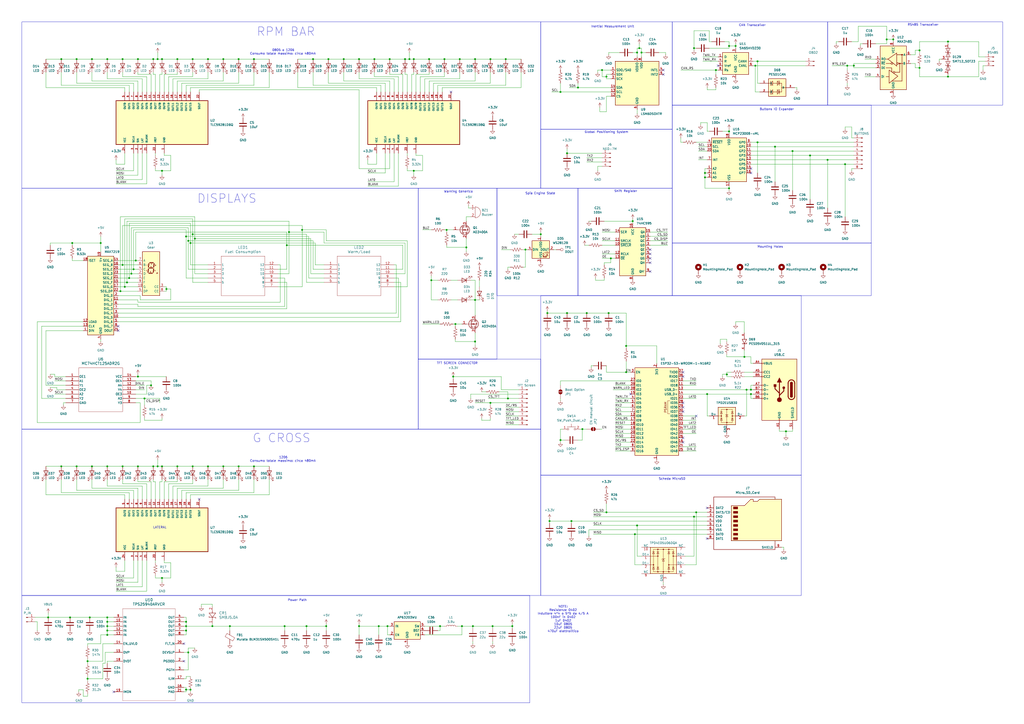
<source format=kicad_sch>
(kicad_sch (version 20250114) (generator "eeschema") (generator_version "9.0")
  (paper "A2")
  (rectangle (start 389.89 60.96) (end 505.46 140.97))
  (rectangle (start 313.69 171.45) (end 464.82 275.59))
  (rectangle (start 242.57 208.28) (end 313.69 248.92))
  (rectangle (start 313.69 275.59) (end 464.82 345.44))
  (rectangle (start 480.06 12.7) (end 581.66 60.96))
  (rectangle (start 288.29 109.22) (end 335.28 171.45))
  (rectangle (start 12.7 109.22) (end 242.57 248.92))
  (rectangle (start 242.57 109.22) (end 288.29 208.28))
  (rectangle (start 389.89 140.97) (end 505.46 171.45))
  (rectangle (start 335.28 109.22) (end 389.89 171.45))
  (rectangle (start 313.69 74.93) (end 389.89 109.22))
  (rectangle (start 12.7 345.44) (end 307.34 407.67))
  (rectangle (start 313.69 12.7) (end 389.89 74.93))
  (rectangle (start 389.89 12.7) (end 480.06 60.96))
  (rectangle (start 12.7 248.92) (end 313.69 345.44))
  (rectangle (start 12.7 12.7) (end 313.69 109.22))
  (text "Consumo totale massimo: circa 480mA" (at 164.084 31.242 0) (effects (font (size 1.27 1.27))))
  (text "Spia Engine State" (at 313.436 112.268 0) (effects (font (size 1.27 1.27))))
  (text "Warning Generico" (at 265.938 111.252 0) (effects (font (size 1.27 1.27))))
  (text "RS485 Transceiver" (at 535.432 14.478 0) (effects (font (size 1.27 1.27))))
  (text "NOTE:\nResistenze 0402\nInduttore 4*4 o 5*5 da 4/5 A\n100nF in 0402\n1uF 0402\n10uF 0805\n22uF 0805\n470uF elettrolitico\n\n" (at 326.644 360.172 0) (effects (font (size 1.27 1.27))))
  (text "Global Positioning System" (at 351.79 76.708 0) (effects (font (size 1.27 1.27))))
  (text "DISPLAYS" (at 131.572 115.316 0) (effects (font (size 5 5))))
  (text "Buttons IO Expander" (at 450.596 63.5 0) (effects (font (size 1.27 1.27))))
  (text "CAN Transceiver" (at 436.372 14.732 0) (effects (font (size 1.27 1.27))))
  (text "1206" (at 164.338 265.43 0) (effects (font (size 1.27 1.27))))
  (text "Power Path" (at 172.466 348.234 0) (effects (font (size 1.27 1.27))))
  (text "Mounting Holes" (at 446.786 143.256 0) (effects (font (size 1.27 1.27))))
  (text "RPM BAR" (at 165.862 18.542 0) (effects (font (size 5 5))))
  (text "Scheda MicroSD" (at 389.89 277.876 0) (effects (font (size 1.27 1.27))))
  (text "TFT SCREEN CONNECTOR " (at 265.684 210.82 0) (effects (font (size 1.27 1.27))))
  (text "Consumo totale massimo: circa 480mA" (at 164.084 267.462 0) (effects (font (size 1.27 1.27))))
  (text "Shift Register" (at 362.966 110.998 0) (effects (font (size 1.27 1.27))))
  (text "Inertial Measurement Unit" (at 355.346 15.494 0) (effects (font (size 1.27 1.27))))
  (text "G CROSS" (at 163.322 254.254 0) (effects (font (size 5 5))))
  (text "0805 o 1206" (at 164.338 29.21 0) (effects (font (size 1.27 1.27))))
  (text "LATERAL" (at 92.71 306.07 0) (effects (font (size 1.27 1.27))))
  (junction (at 62.23 365.76))
  (junction (at 368.3 309.88))
  (junction (at 449.58 85.09))
  (junction (at 363.22 200.66))
  (junction (at 35.56 270.51))
  (junction (at 363.22 215.9))
  (junction (at 120.65 34.29))
  (junction (at 259.08 133.35))
  (junction (at 88.9 34.29))
  (junction (at 96.52 167.64))
  (junction (at 111.76 270.51))
  (junction (at 138.43 270.51))
  (junction (at 439.42 35.56))
  (junction (at 44.45 34.29))
  (junction (at 367.03 128.27))
  (junction (at 408.94 102.87))
  (junction (at 293.37 34.29))
  (junction (at 93.98 99.06))
  (junction (at 58.42 140.97))
  (junction (at 111.76 34.29))
  (junction (at 102.87 270.51))
  (junction (at 490.22 95.25))
  (junction (at 123.19 363.22))
  (junction (at 71.12 153.67))
  (junction (at 110.49 400.05))
  (junction (at 40.64 358.14))
  (junction (at 369.57 304.8))
  (junction (at 102.87 34.29))
  (junction (at 422.91 109.22))
  (junction (at 77.47 156.21))
  (junction (at 62.23 363.22))
  (junction (at 331.47 302.26))
  (junction (at 353.06 181.61))
  (junction (at 372.11 30.48))
  (junction (at 177.8 363.22))
  (junction (at 53.34 270.51))
  (junction (at 234.95 34.29))
  (junction (at 275.59 173.99))
  (junction (at 73.66 163.83))
  (junction (at 422.91 26.67))
  (junction (at 349.25 40.64))
  (junction (at 166.37 142.24))
  (junction (at 62.23 270.51))
  (junction (at 226.06 34.29))
  (junction (at 328.93 181.61))
  (junction (at 275.59 34.29))
  (junction (at 219.71 363.22))
  (junction (at 50.8 393.7))
  (junction (at 133.35 363.22))
  (junction (at 71.12 270.51))
  (junction (at 495.3 38.1))
  (junction (at 107.95 363.22))
  (junction (at 175.26 133.35))
  (junction (at 69.85 168.91))
  (junction (at 325.12 53.34))
  (junction (at 533.4 39.37))
  (junction (at 107.95 400.05))
  (junction (at 270.51 143.51))
  (junction (at 91.44 270.51))
  (junction (at 284.48 233.68))
  (junction (at 113.03 138.43))
  (junction (at 107.95 365.76))
  (junction (at 208.28 363.22))
  (junction (at 266.7 34.29))
  (junction (at 35.56 34.29))
  (junction (at 80.01 218.44))
  (junction (at 147.32 270.51))
  (junction (at 88.9 270.51))
  (junction (at 433.07 226.06))
  (junction (at 304.8 144.78))
  (junction (at 109.22 139.7))
  (junction (at 431.8 207.01))
  (junction (at 480.06 92.71))
  (junction (at 549.91 44.45))
  (junction (at 240.03 99.06))
  (junction (at 120.65 270.51))
  (junction (at 403.86 297.18))
  (junction (at 208.28 34.29))
  (junction (at 181.61 34.29))
  (junction (at 147.32 34.29))
  (junction (at 415.29 40.64))
  (junction (at 491.49 38.1))
  (junction (at 87.63 223.52))
  (junction (at 110.49 140.97))
  (junction (at 408.94 100.33))
  (junction (at 274.32 363.22))
  (junction (at 74.93 161.29))
  (junction (at 83.82 231.14))
  (junction (at 107.95 137.16))
  (junction (at 518.16 22.86))
  (junction (at 190.5 34.29))
  (junction (at 248.92 34.29))
  (junction (at 111.76 135.89))
  (junction (at 369.57 30.48))
  (junction (at 93.98 335.28))
  (junction (at 62.23 34.29))
  (junction (at 354.33 149.86))
  (junction (at 275.59 198.12))
  (junction (at 52.07 358.14))
  (junction (at 41.91 140.97))
  (junction (at 91.44 34.29))
  (junction (at 294.64 231.14))
  (junction (at 262.89 218.44))
  (junction (at 93.98 34.29))
  (junction (at 328.93 88.9))
  (junction (at 62.23 360.68))
  (junction (at 297.18 363.22))
  (junction (at 167.64 134.62))
  (junction (at 318.77 302.26))
  (junction (at 78.74 151.13))
  (junction (at 109.22 378.46))
  (junction (at 199.39 34.29))
  (junction (at 217.17 34.29))
  (junction (at 93.98 270.51))
  (junction (at 410.21 228.6))
  (junction (at 80.01 270.51))
  (junction (at 72.39 166.37))
  (junction (at 549.91 24.13))
  (junction (at 50.8 383.54))
  (junction (at 402.59 299.72))
  (junction (at 27.94 358.14))
  (junction (at 129.54 34.29))
  (junction (at 80.01 34.29))
  (junction (at 455.93 250.19))
  (junction (at 165.1 363.22))
  (junction (at 71.12 34.29))
  (junction (at 335.28 50.8))
  (junction (at 317.5 181.61))
  (junction (at 264.16 187.96))
  (junction (at 402.59 27.94))
  (junction (at 426.72 26.67))
  (junction (at 469.9 90.17))
  (junction (at 53.34 34.29))
  (junction (at 439.42 82.55))
  (junction (at 325.12 255.27))
  (junction (at 237.49 34.29))
  (junction (at 435.61 226.06))
  (junction (at 370.84 27.94))
  (junction (at 435.61 228.6))
  (junction (at 107.95 360.68))
  (junction (at 62.23 368.3))
  (junction (at 189.23 363.22))
  (junction (at 422.91 76.2))
  (junction (at 76.2 158.75))
  (junction (at 313.69 135.89))
  (junction (at 351.79 44.45))
  (junction (at 533.4 29.21))
  (junction (at 250.19 162.56))
  (junction (at 351.79 297.18))
  (junction (at 44.45 270.51))
  (junction (at 224.79 363.22))
  (junction (at 337.82 248.92))
  (junction (at 62.23 358.14))
  (junction (at 138.43 34.29))
  (junction (at 284.48 34.29))
  (junction (at 267.97 363.22))
  (junction (at 340.36 181.61))
  (junction (at 514.35 22.86))
  (junction (at 438.15 38.1))
  (junction (at 421.64 217.17))
  (junction (at 285.75 363.22))
  (junction (at 255.27 363.22))
  (junction (at 257.81 34.29))
  (junction (at 459.74 87.63))
  (junction (at 240.03 34.29))
  (junction (at 129.54 270.51))
  (no_connect (at 115.57 289.56))
  (no_connect (at 396.24 233.68))
  (no_connect (at 410.21 294.64))
  (no_connect (at 396.24 238.76))
  (no_connect (at 106.68 383.54))
  (no_connect (at 377.19 144.78))
  (no_connect (at 396.24 256.54))
  (no_connect (at 396.24 236.22))
  (no_connect (at 377.19 152.4))
  (no_connect (at 435.61 97.79))
  (no_connect (at 416.56 38.1))
  (no_connect (at 66.04 401.32))
  (no_connect (at 68.58 189.23))
  (no_connect (at 377.19 149.86))
  (no_connect (at 410.21 312.42))
  (no_connect (at 261.62 53.34))
  (no_connect (at 396.24 215.9))
  (no_connect (at 384.81 40.64))
  (no_connect (at 106.68 373.38))
  (no_connect (at 365.76 228.6))
  (no_connect (at 396.24 218.44))
  (no_connect (at 68.58 191.77))
  (no_connect (at 377.19 157.48))
  (no_connect (at 384.81 43.18))
  (no_connect (at 377.19 147.32))
  (no_connect (at 396.24 254))
  (no_connect (at 403.86 241.3))
  (no_connect (at 435.61 100.33))
  (wire (pts (xy 349.25 134.62) (xy 356.87 134.62)))
  (wire (pts (xy 80.01 177.8) (xy 165.1 177.8)))
  (wire (pts (xy 356.87 261.62) (xy 365.76 261.62)))
  (wire (pts (xy 228.6 156.21) (xy 233.68 156.21)))
  (wire (pts (xy 275.59 34.29) (xy 284.48 34.29)))
  (wire (pts (xy 240.03 34.29) (xy 248.92 34.29)))
  (wire (pts (xy 396.24 259.08) (xy 403.86 259.08)))
  (wire (pts (xy 219.71 363.22) (xy 224.79 363.22)))
  (wire (pts (xy 105.41 284.48) (xy 105.41 289.56)))
  (wire (pts (xy 26.67 41.91) (xy 26.67 50.8)))
  (wire (pts (xy 449.58 85.09) (xy 449.58 105.41)))
  (wire (pts (xy 44.45 48.26) (xy 77.47 48.26)))
  (wire (pts (xy 166.37 142.24) (xy 166.37 134.62)))
  (wire (pts (xy 67.31 342.9) (xy 85.09 342.9)))
  (wire (pts (xy 251.46 48.26) (xy 251.46 53.34)))
  (wire (pts (xy 530.86 29.21) (xy 530.86 31.75)))
  (wire (pts (xy 234.95 158.75) (xy 234.95 140.97)))
  (wire (pts (xy 431.8 218.44) (xy 436.88 218.44)))
  (wire (pts (xy 411.48 27.94) (xy 422.91 27.94)))
  (wire (pts (xy 238.76 43.18) (xy 240.03 43.18)))
  (wire (pts (xy 53.34 46.99) (xy 80.01 46.99)))
  (wire (pts (xy 410.21 302.26) (xy 331.47 302.26)))
  (wire (pts (xy 187.96 163.83) (xy 177.8 163.83)))
  (wire (pts (xy 107.95 285.75) (xy 107.95 289.56)))
  (wire (pts (xy 431.8 215.9) (xy 436.88 215.9)))
  (wire (pts (xy 246.38 363.22) (xy 255.27 363.22)))
  (wire (pts (xy 410.21 50.8) (xy 410.21 52.07)))
  (wire (pts (xy 172.72 34.29) (xy 181.61 34.29)))
  (wire (pts (xy 111.76 278.13) (xy 111.76 280.67)))
  (wire (pts (xy 255.27 363.22) (xy 257.81 363.22)))
  (wire (pts (xy 107.95 363.22) (xy 123.19 363.22)))
  (wire (pts (xy 20.32 358.14) (xy 27.94 358.14)))
  (wire (pts (xy 237.49 34.29) (xy 240.03 34.29)))
  (wire (pts (xy 279.4 242.57) (xy 279.4 243.84)))
  (wire (pts (xy 120.65 278.13) (xy 120.65 281.94)))
  (wire (pts (xy 533.4 44.45) (xy 549.91 44.45)))
  (wire (pts (xy 120.65 158.75) (xy 113.03 158.75)))
  (wire (pts (xy 452.12 248.92) (xy 452.12 250.19)))
  (wire (pts (xy 72.39 127) (xy 72.39 166.37)))
  (wire (pts (xy 97.79 44.45) (xy 97.79 53.34)))
  (wire (pts (xy 490.22 95.25) (xy 490.22 125.73)))
  (wire (pts (xy 459.74 87.63) (xy 459.74 110.49)))
  (wire (pts (xy 71.12 34.29) (xy 80.01 34.29)))
  (wire (pts (xy 83.82 242.57) (xy 83.82 243.84)))
  (wire (pts (xy 165.1 161.29) (xy 161.29 161.29)))
  (wire (pts (xy 455.93 250.19) (xy 455.93 252.73)))
  (wire (pts (xy 257.81 133.35) (xy 259.08 133.35)))
  (wire (pts (xy 255.27 363.22) (xy 255.27 365.76)))
  (wire (pts (xy 377.19 134.62) (xy 387.35 134.62)))
  (wire (pts (xy 233.68 156.21) (xy 233.68 142.24)))
  (wire (pts (xy 26.67 278.13) (xy 26.67 287.02)))
  (wire (pts (xy 74.93 129.54) (xy 74.93 161.29)))
  (wire (pts (xy 71.12 130.81) (xy 71.12 153.67)))
  (wire (pts (xy 44.45 270.51) (xy 53.34 270.51)))
  (wire (pts (xy 62.23 383.54) (xy 62.23 384.81)))
  (wire (pts (xy 91.44 34.29) (xy 93.98 34.29)))
  (wire (pts (xy 356.87 254) (xy 365.76 254)))
  (wire (pts (xy 354.33 43.18) (xy 351.79 43.18)))
  (wire (pts (xy 88.9 279.4) (xy 90.17 279.4)))
  (wire (pts (xy 331.47 302.26) (xy 331.47 303.53)))
  (wire (pts (xy 435.61 82.55) (xy 439.42 82.55)))
  (wire (pts (xy 349.25 44.45) (xy 351.79 44.45)))
  (wire (pts (xy 138.43 270.51) (xy 147.32 270.51)))
  (wire (pts (xy 92.71 43.18) (xy 93.98 43.18)))
  (wire (pts (xy 231.14 88.9) (xy 231.14 107.95)))
  (wire (pts (xy 440.69 53.34) (xy 438.15 53.34)))
  (wire (pts (xy 80.01 173.99) (xy 80.01 175.26)))
  (wire (pts (xy 90.17 279.4) (xy 90.17 289.56)))
  (wire (pts (xy 53.34 283.21) (xy 80.01 283.21)))
  (wire (pts (xy 270.51 143.51) (xy 270.51 138.43)))
  (wire (pts (xy 294.64 154.94) (xy 294.64 156.21)))
  (wire (pts (xy 69.85 125.73) (xy 69.85 168.91)))
  (wire (pts (xy 342.9 212.09) (xy 342.9 213.36)))
  (wire (pts (xy 38.1 226.06) (xy 33.02 226.06)))
  (wire (pts (xy 495.3 38.1) (xy 495.3 39.37)))
  (wire (pts (xy 67.31 106.68) (xy 85.09 106.68)))
  (wire (pts (xy 77.47 335.28) (xy 67.31 335.28)))
  (wire (pts (xy 350.52 161.29) (xy 350.52 162.56)))
  (wire (pts (xy 99.06 173.99) (xy 99.06 167.64)))
  (wire (pts (xy 514.35 25.4) (xy 514.35 22.86)))
  (wire (pts (xy 267.97 368.3) (xy 267.97 363.22)))
  (wire (pts (xy 308.61 135.89) (xy 313.69 135.89)))
  (wire (pts (xy 290.83 144.78) (xy 295.91 144.78)))
  (wire (pts (xy 87.63 43.18) (xy 87.63 53.34)))
  (wire (pts (xy 415.29 52.07) (xy 415.29 50.8)))
  (wire (pts (xy 44.45 278.13) (xy 44.45 284.48)))
  (wire (pts (xy 350.52 128.27) (xy 367.03 128.27)))
  (wire (pts (xy 240.03 99.06) (xy 236.22 99.06)))
  (wire (pts (xy 82.55 88.9) (xy 82.55 104.14)))
  (wire (pts (xy 344.17 304.8) (xy 369.57 304.8)))
  (wire (pts (xy 411.48 241.3) (xy 410.21 241.3)))
  (wire (pts (xy 410.21 71.12) (xy 406.4 71.12)))
  (wire (pts (xy 410.21 97.79) (xy 408.94 97.79)))
  (wire (pts (xy 436.88 231.14) (xy 435.61 231.14)))
  (wire (pts (xy 72.39 166.37) (xy 80.01 166.37)))
  (wire (pts (xy 92.71 231.14) (xy 83.82 231.14)))
  (wire (pts (xy 318.77 300.99) (xy 318.77 302.26)))
  (wire (pts (xy 455.93 250.19) (xy 459.74 250.19)))
  (wire (pts (xy 403.86 297.18) (xy 410.21 297.18)))
  (wire (pts (xy 570.23 40.64) (xy 570.23 38.1)))
  (wire (pts (xy 59.69 393.7) (xy 59.69 384.81)))
  (wire (pts (xy 92.71 233.68) (xy 92.71 231.14)))
  (wire (pts (xy 53.34 41.91) (xy 53.34 46.99)))
  (wire (pts (xy 78.74 226.06) (xy 83.82 226.06)))
  (wire (pts (xy 85.09 325.12) (xy 85.09 342.9)))
  (wire (pts (xy 303.53 144.78) (xy 304.8 144.78)))
  (wire (pts (xy 232.41 163.83) (xy 228.6 163.83)))
  (wire (pts (xy 351.79 45.72) (xy 354.33 45.72)))
  (wire (pts (xy 129.54 270.51) (xy 138.43 270.51)))
  (wire (pts (xy 231.14 161.29) (xy 228.6 161.29)))
  (wire (pts (xy 340.36 93.98) (xy 349.25 93.98)))
  (wire (pts (xy 533.4 24.13) (xy 533.4 29.21)))
  (wire (pts (xy 241.3 43.18) (xy 248.92 43.18)))
  (wire (pts (xy 77.47 99.06) (xy 67.31 99.06)))
  (wire (pts (xy 213.36 107.95) (xy 231.14 107.95)))
  (wire (pts (xy 99.06 326.39) (xy 99.06 335.28)))
  (wire (pts (xy 275.59 41.91) (xy 275.59 46.99)))
  (wire (pts (xy 80.01 41.91) (xy 80.01 43.18)))
  (wire (pts (xy 571.5 35.56) (xy 567.69 35.56)))
  (wire (pts (xy 549.91 43.18) (xy 549.91 44.45)))
  (wire (pts (xy 452.12 250.19) (xy 455.93 250.19)))
  (wire (pts (xy 95.25 166.37) (xy 96.52 166.37)))
  (wire (pts (xy 469.9 90.17) (xy 469.9 115.57)))
  (wire (pts (xy 26.67 270.51) (xy 35.56 270.51)))
  (wire (pts (xy 422.91 76.2) (xy 422.91 77.47)))
  (wire (pts (xy 241.3 53.34) (xy 241.3 43.18)))
  (wire (pts (xy 369.57 322.58) (xy 369.57 304.8)))
  (wire (pts (xy 279.4 243.84) (xy 284.48 243.84)))
  (wire (pts (xy 72.39 287.02) (xy 72.39 289.56)))
  (wire (pts (xy 397.51 322.58) (xy 402.59 322.58)))
  (wire (pts (xy 501.65 44.45) (xy 508 44.45)))
  (wire (pts (xy 275.59 173.99) (xy 275.59 182.88)))
  (wire (pts (xy 76.2 158.75) (xy 80.01 158.75)))
  (wire (pts (xy 294.64 227.33) (xy 294.64 231.14)))
  (wire (pts (xy 377.19 139.7) (xy 387.35 139.7)))
  (wire (pts (xy 107.95 392.43) (xy 110.49 392.43)))
  (wire (pts (xy 90.17 325.12) (xy 90.17 326.39)))
  (wire (pts (xy 499.11 25.4) (xy 499.11 26.67)))
  (wire (pts (xy 435.61 228.6) (xy 436.88 228.6)))
  (wire (pts (xy 321.31 144.78) (xy 322.58 144.78)))
  (wire (pts (xy 233.68 142.24) (xy 166.37 142.24)))
  (wire (pts (xy 35.56 49.53) (xy 74.93 49.53)))
  (wire (pts (xy 82.55 281.94) (xy 82.55 289.56)))
  (wire (pts (xy 33.02 226.06) (xy 33.02 224.79)))
  (wire (pts (xy 26.67 223.52) (xy 26.67 191.77)))
  (wire (pts (xy 228.6 166.37) (xy 236.22 166.37)))
  (wire (pts (xy 107.95 393.7) (xy 107.95 392.43)))
  (wire (pts (xy 422.91 107.95) (xy 422.91 109.22)))
  (wire (pts (xy 351.79 43.18) (xy 351.79 44.45)))
  (wire (pts (xy 208.28 34.29) (xy 217.17 34.29)))
  (wire (pts (xy 62.23 278.13) (xy 62.23 281.94)))
  (wire (pts (xy 259.08 134.62) (xy 259.08 133.35)))
  (wire (pts (xy 190.5 34.29) (xy 199.39 34.29)))
  (wire (pts (xy 402.59 17.78) (xy 402.59 27.94)))
  (wire (pts (xy 180.34 138.43) (xy 113.03 138.43)))
  (wire (pts (xy 50.8 383.54) (xy 50.8 382.27)))
  (wire (pts (xy 337.82 255.27) (xy 337.82 248.92)))
  (wire (pts (xy 480.06 92.71) (xy 495.3 92.71)))
  (wire (pts (xy 435.61 207.01) (xy 435.61 210.82)))
  (wire (pts (xy 82.55 325.12) (xy 82.55 340.36)))
  (wire (pts (xy 31.75 218.44) (xy 31.75 217.17)))
  (wire (pts (xy 340.36 91.44) (xy 349.25 91.44)))
  (wire (pts (xy 402.59 322.58) (xy 402.59 299.72)))
  (wire (pts (xy 421.64 198.12) (xy 421.64 196.85)))
  (wire (pts (xy 147.32 49.53) (xy 107.95 49.53)))
  (wire (pts (xy 93.98 41.91) (xy 93.98 43.18)))
  (wire (pts (xy 81.28 245.11) (xy 21.59 245.11)))
  (wire (pts (xy 167.64 134.62) (xy 167.64 128.27)))
  (wire (pts (xy 129.54 278.13) (xy 129.54 283.21)))
  (wire (pts (xy 266.7 34.29) (xy 275.59 34.29)))
  (wire (pts (xy 421.64 205.74) (xy 421.64 207.01)))
  (wire (pts (xy 422.91 27.94) (xy 422.91 26.67)))
  (wire (pts (xy 246.38 368.3) (xy 267.97 368.3)))
  (wire (pts (xy 95.25 168.91) (xy 96.52 168.91)))
  (wire (pts (xy 480.06 92.71) (xy 480.06 120.65)))
  (wire (pts (xy 181.61 49.53) (xy 220.98 49.53)))
  (wire (pts (xy 107.95 137.16) (xy 107.95 133.35)))
  (wire (pts (xy 41.91 149.86) (xy 41.91 151.13)))
  (wire (pts (xy 494.03 97.79) (xy 494.03 99.06)))
  (wire (pts (xy 90.17 335.28) (xy 90.17 334.01)))
  (wire (pts (xy 246.38 45.72) (xy 246.38 53.34)))
  (wire (pts (xy 167.64 158.75) (xy 167.64 134.62)))
  (wire (pts (xy 62.23 365.76) (xy 62.23 363.22)))
  (wire (pts (xy 177.8 365.76) (xy 177.8 363.22)))
  (wire (pts (xy 91.44 270.51) (xy 93.98 270.51)))
  (wire (pts (xy 318.77 303.53) (xy 318.77 302.26)))
  (wire (pts (xy 73.66 163.83) (xy 80.01 163.83)))
  (wire (pts (xy 396.24 220.98) (xy 403.86 220.98)))
  (wire (pts (xy 156.21 50.8) (xy 110.49 50.8)))
  (wire (pts (xy 259.08 142.24) (xy 259.08 143.51)))
  (wire (pts (xy 102.87 278.13) (xy 102.87 279.4)))
  (wire (pts (xy 91.44 30.48) (xy 91.44 34.29)))
  (wire (pts (xy 491.49 38.1) (xy 495.3 38.1)))
  (wire (pts (xy 533.4 44.45) (xy 533.4 39.37)))
  (wire (pts (xy 335.28 50.8) (xy 354.33 50.8)))
  (wire (pts (xy 74.93 49.53) (xy 74.93 53.34)))
  (wire (pts (xy 102.87 41.91) (xy 102.87 43.18)))
  (wire (pts (xy 421.64 207.01) (xy 431.8 207.01)))
  (wire (pts (xy 165.1 177.8) (xy 165.1 161.29)))
  (wire (pts (xy 109.22 132.08) (xy 76.2 132.08)))
  (wire (pts (xy 165.1 363.22) (xy 165.1 365.76)))
  (wire (pts (xy 187.96 140.97) (xy 187.96 134.62)))
  (wire (pts (xy 166.37 163.83) (xy 161.29 163.83)))
  (wire (pts (xy 363.22 181.61) (xy 363.22 200.66)))
  (wire (pts (xy 349.25 40.64) (xy 349.25 44.45)))
  (wire (pts (xy 346.71 96.52) (xy 349.25 96.52)))
  (wire (pts (xy 285.75 372.11) (xy 285.75 373.38)))
  (wire (pts (xy 368.3 309.88) (xy 410.21 309.88)))
  (wire (pts (xy 275.59 173.99) (xy 278.13 173.99)))
  (wire (pts (xy 175.26 166.37) (xy 175.26 133.35)))
  (wire (pts (xy 261.62 173.99) (xy 265.43 173.99)))
  (wire (pts (xy 369.57 304.8) (xy 410.21 304.8)))
  (wire (pts (xy 372.11 30.48) (xy 374.65 30.48)))
  (wire (pts (xy 421.64 215.9) (xy 424.18 215.9)))
  (wire (pts (xy 93.98 99.06) (xy 93.98 101.6)))
  (wire (pts (xy 233.68 43.18) (xy 233.68 53.34)))
  (wire (pts (xy 412.75 24.13) (xy 411.48 24.13)))
  (wire (pts (xy 68.58 163.83) (xy 73.66 163.83)))
  (wire (pts (xy 297.18 361.95) (xy 297.18 363.22)))
  (wire (pts (xy 72.39 88.9) (xy 72.39 95.25)))
  (wire (pts (xy 177.8 363.22) (xy 189.23 363.22)))
  (wire (pts (xy 459.74 87.63) (xy 495.3 87.63)))
  (wire (pts (xy 347.98 62.23) (xy 347.98 64.77)))
  (wire (pts (xy 494.03 80.01) (xy 494.03 73.66)))
  (wire (pts (xy 187.96 158.75) (xy 180.34 158.75)))
  (wire (pts (xy 110.49 400.05) (xy 110.49 401.32)))
  (wire (pts (xy 93.98 335.28) (xy 90.17 335.28)))
  (wire (pts (xy 31.75 220.98) (xy 38.1 220.98)))
  (wire (pts (xy 88.9 270.51) (xy 91.44 270.51)))
  (wire (pts (xy 113.03 138.43) (xy 113.03 125.73)))
  (wire (pts (xy 123.19 363.22) (xy 133.35 363.22)))
  (wire (pts (xy 421.64 218.44) (xy 424.18 218.44)))
  (wire (pts (xy 426.72 26.67) (xy 426.72 25.4)))
  (wire (pts (xy 38.1 233.68) (xy 36.83 233.68)))
  (wire (pts (xy 147.32 41.91) (xy 147.32 49.53)))
  (wire (pts (xy 223.52 48.26) (xy 223.52 53.34)))
  (wire (pts (xy 189.23 361.95) (xy 189.23 363.22)))
  (wire (pts (xy 367.03 128.27) (xy 367.03 129.54)))
  (wire (pts (xy 410.21 52.07) (xy 415.29 52.07)))
  (wire (pts (xy 217.17 44.45) (xy 231.14 44.45)))
  (wire (pts (xy 293.37 243.84) (xy 300.99 243.84)))
  (wire (pts (xy 90.17 99.06) (xy 90.17 97.79)))
  (wire (pts (xy 44.45 34.29) (xy 53.34 34.29)))
  (wire (pts (xy 485.14 24.13) (xy 486.41 24.13)))
  (wire (pts (xy 50.8 393.7) (xy 50.8 392.43)))
  (wire (pts (xy 223.52 88.9) (xy 223.52 100.33)))
  (wire (pts (xy 60.96 384.81) (xy 60.96 378.46)))
  (wire (pts (xy 439.42 82.55) (xy 439.42 100.33)))
  (wire (pts (xy 234.95 43.18) (xy 234.95 41.91)))
  (wire (pts (xy 356.87 233.68) (xy 365.76 233.68)))
  (wire (pts (xy 325.12 53.34) (xy 354.33 53.34)))
  (wire (pts (xy 99.06 99.06) (xy 93.98 99.06)))
  (wire (pts (xy 71.12 280.67) (xy 85.09 280.67)))
  (wire (pts (xy 50.8 393.7) (xy 50.8 394.97)))
  (wire (pts (xy 107.95 161.29) (xy 120.65 161.29)))
  (wire (pts (xy 325.12 231.14) (xy 325.12 232.41)))
  (wire (pts (xy 78.74 228.6) (xy 85.09 228.6)))
  (wire (pts (xy 396.24 243.84) (xy 403.86 243.84)))
  (wire (pts (xy 162.56 175.26) (xy 162.56 153.67)))
  (wire (pts (xy 77.47 284.48) (xy 77.47 289.56)))
  (wire (pts (xy 411.48 17.78) (xy 411.48 24.13)))
  (wire (pts (xy 80.01 270.51) (xy 88.9 270.51)))
  (wire (pts (xy 199.39 34.29) (xy 208.28 34.29)))
  (wire (pts (xy 92.71 289.56) (xy 92.71 279.4)))
  (wire (pts (xy 293.37 41.91) (xy 293.37 49.53)))
  (wire (pts (xy 435.61 85.09) (xy 449.58 85.09)))
  (wire (pts (xy 353.06 31.75) (xy 353.06 30.48)))
  (wire (pts (xy 161.29 166.37) (xy 175.26 166.37)))
  (wire (pts (xy 339.09 142.24) (xy 341.63 142.24)))
  (wire (pts (xy 370.84 25.4) (xy 370.84 27.94)))
  (wire (pts (xy 382.27 30.48) (xy 386.08 30.48)))
  (wire (pts (xy 234.95 43.18) (xy 236.22 43.18)))
  (wire (pts (xy 264.16 189.23) (xy 264.16 187.96)))
  (wire (pts (xy 189.23 139.7) (xy 189.23 133.35)))
  (wire (pts (xy 318.77 302.26) (xy 331.47 302.26)))
  (wire (pts (xy 133.35 363.22) (xy 133.35 365.76)))
  (wire (pts (xy 275.59 46.99) (xy 248.92 46.99)))
  (wire (pts (xy 226.06 43.18) (xy 233.68 43.18)))
  (wire (pts (xy 302.26 50.8) (xy 256.54 50.8)))
  (wire (pts (xy 411.48 17.78) (xy 402.59 17.78)))
  (wire (pts (xy 435.61 226.06) (xy 436.88 226.06)))
  (wire (pts (xy 363.22 200.66) (xy 363.22 201.93)))
  (wire (pts (xy 293.37 241.3) (xy 300.99 241.3)))
  (wire (pts (xy 224.79 363.22) (xy 226.06 363.22)))
  (wire (pts (xy 340.36 181.61) (xy 353.06 181.61)))
  (wire (pts (xy 62.23 45.72) (xy 82.55 45.72)))
  (wire (pts (xy 544.83 34.29) (xy 544.83 35.56)))
  (wire (pts (xy 68.58 173.99) (xy 80.01 173.99)))
  (wire (pts (xy 344.17 297.18) (xy 351.79 297.18)))
  (wire (pts (xy 284.48 48.26) (xy 251.46 48.26)))
  (wire (pts (xy 497.84 15.24) (xy 514.35 15.24)))
  (wire (pts (xy 80.01 43.18) (xy 87.63 43.18)))
  (wire (pts (xy 494.03 24.13) (xy 497.84 24.13)))
  (wire (pts (xy 78.74 151.13) (xy 80.01 151.13)))
  (wire (pts (xy 372.11 327.66) (xy 368.3 327.66)))
  (wire (pts (xy 369.57 27.94) (xy 369.57 30.48)))
  (wire (pts (xy 273.05 162.56) (xy 275.59 162.56)))
  (wire (pts (xy 265.43 363.22) (xy 267.97 363.22)))
  (wire (pts (xy 403.86 82.55) (xy 410.21 82.55)))
  (wire (pts (xy 78.74 218.44) (xy 80.01 218.44)))
  (wire (pts (xy 274.32 364.49) (xy 274.32 363.22)))
  (wire (pts (xy 433.07 226.06) (xy 433.07 241.3)))
  (wire (pts (xy 250.19 162.56) (xy 254 162.56)))
  (wire (pts (xy 293.37 34.29) (xy 302.26 34.29)))
  (wire (pts (xy 426.72 26.67) (xy 426.72 27.94)))
  (wire (pts (xy 317.5 180.34) (xy 317.5 181.61)))
  (wire (pts (xy 60.96 378.46) (xy 66.04 378.46)))
  (wire (pts (xy 490.22 73.66) (xy 490.22 74.93)))
  (wire (pts (xy 129.54 41.91) (xy 129.54 46.99)))
  (wire (pts (xy 138.43 34.29) (xy 147.32 34.29)))
  (wire (pts (xy 290.83 218.44) (xy 290.83 226.06)))
  (wire (pts (xy 248.92 46.99) (xy 248.92 53.34)))
  (wire (pts (xy 68.58 179.07) (xy 166.37 179.07)))
  (wire (pts (xy 85.09 223.52) (xy 87.63 223.52)))
  (wire (pts (xy 386.08 30.48) (xy 386.08 31.75)))
  (wire (pts (xy 62.23 34.29) (xy 71.12 34.29)))
  (wire (pts (xy 228.6 158.75) (xy 234.95 158.75)))
  (wire (pts (xy 31.75 228.6) (xy 38.1 228.6)))
  (wire (pts (xy 347.98 64.77) (xy 351.79 64.77)))
  (wire (pts (xy 381 200.66) (xy 381 210.82)))
  (wire (pts (xy 533.4 39.37) (xy 530.86 39.37)))
  (wire (pts (xy 394.97 80.01) (xy 394.97 82.55)))
  (wire (pts (xy 270.51 146.05) (xy 270.51 143.51)))
  (wire (pts (xy 420.37 24.13) (xy 422.91 24.13)))
  (wire (pts (xy 403.86 327.66) (xy 403.86 297.18)))
  (wire (pts (xy 213.36 95.25) (xy 218.44 95.25)))
  (wire (pts (xy 35.56 41.91) (xy 35.56 49.53)))
  (wire (pts (xy 93.98 278.13) (xy 93.98 279.4)))
  (wire (pts (xy 337.82 248.92) (xy 340.36 248.92)))
  (wire (pts (xy 77.47 48.26) (xy 77.47 53.34)))
  (wire (pts (xy 240.03 41.91) (xy 240.03 43.18)))
  (wire (pts (xy 113.03 125.73) (xy 69.85 125.73)))
  (wire (pts (xy 179.07 137.16) (xy 107.95 137.16)))
  (wire (pts (xy 111.76 163.83) (xy 111.76 135.89)))
  (wire (pts (xy 102.87 270.51) (xy 111.76 270.51)))
  (wire (pts (xy 408.94 109.22) (xy 422.91 109.22)))
  (wire (pts (xy 313.69 134.62) (xy 313.69 135.89)))
  (wire (pts (xy 275.59 233.68) (xy 284.48 233.68)))
  (wire (pts (xy 80.01 279.4) (xy 87.63 279.4)))
  (wire (pts (xy 62.23 360.68) (xy 62.23 363.22)))
  (wire (pts (xy 271.78 120.65) (xy 273.05 120.65)))
  (wire (pts (xy 328.93 86.36) (xy 328.93 88.9)))
  (wire (pts (xy 419.1 76.2) (xy 422.91 76.2)))
  (wire (pts (xy 363.22 200.66) (xy 381 200.66)))
  (wire (pts (xy 341.63 307.34) (xy 410.21 307.34)))
  (wire (pts (xy 410.21 228.6) (xy 435.61 228.6)))
  (wire (pts (xy 96.52 167.64) (xy 96.52 168.91)))
  (wire (pts (xy 106.68 378.46) (xy 109.22 378.46)))
  (wire (pts (xy 85.09 44.45) (xy 85.09 53.34)))
  (wire (pts (xy 295.91 154.94) (xy 294.64 154.94)))
  (wire (pts (xy 93.98 34.29) (xy 102.87 34.29)))
  (wire (pts (xy 349.25 147.32) (xy 356.87 147.32)))
  (wire (pts (xy 533.4 30.48) (xy 533.4 29.21)))
  (wire (pts (xy 403.86 27.94) (xy 402.59 27.94)))
  (wire (pts (xy 182.88 140.97) (xy 110.49 140.97)))
  (wire (pts (xy 351.79 64.77) (xy 351.79 55.88)))
  (wire (pts (xy 349.25 40.64) (xy 354.33 40.64)))
  (wire (pts (xy 76.2 132.08) (xy 76.2 158.75)))
  (wire (pts (xy 500.38 25.4) (xy 499.11 25.4)))
  (wire (pts (xy 250.19 173.99) (xy 250.19 162.56)))
  (wire (pts (xy 228.6 45.72) (xy 228.6 53.34)))
  (wire (pts (xy 208.28 363.22) (xy 219.71 363.22)))
  (wire (pts (xy 21.59 186.69) (xy 48.26 186.69)))
  (wire (pts (xy 113.03 158.75) (xy 113.03 138.43)))
  (wire (pts (xy 107.95 358.14) (xy 107.95 360.68)))
  (wire (pts (xy 88.9 43.18) (xy 90.17 43.18)))
  (wire (pts (xy 102.87 46.99) (xy 102.87 53.34)))
  (wire (pts (xy 80.01 278.13) (xy 80.01 279.4)))
  (wire (pts (xy 494.03 73.66) (xy 490.22 73.66)))
  (wire (pts (xy 26.67 191.77) (xy 48.26 191.77)))
  (wire (pts (xy 266.7 41.91) (xy 266.7 45.72)))
  (wire (pts (xy 224.79 368.3) (xy 224.79 363.22)))
  (wire (pts (xy 120.65 156.21) (xy 109.22 156.21)))
  (wire (pts (xy 335.28 255.27) (xy 337.82 255.27)))
  (wire (pts (xy 567.69 33.02) (xy 567.69 24.13)))
  (wire (pts (xy 328.93 181.61) (xy 340.36 181.61)))
  (wire (pts (xy 80.01 176.53) (xy 80.01 177.8)))
  (wire (pts (xy 369.57 30.48) (xy 367.03 30.48)))
  (wire (pts (xy 439.42 35.56) (xy 439.42 48.26)))
  (wire (pts (xy 297.18 363.22) (xy 285.75 363.22)))
  (wire (pts (xy 533.4 29.21) (xy 530.86 29.21)))
  (wire (pts (xy 109.22 156.21) (xy 109.22 139.7)))
  (wire (pts (xy 20.32 360.68) (xy 21.59 360.68)))
  (wire (pts (xy 485.14 25.4) (xy 485.14 24.13)))
  (wire (pts (xy 187.96 153.67) (xy 182.88 153.67)))
  (wire (pts (xy 419.1 217.17) (xy 421.64 217.17)))
  (wire (pts (xy 87.63 220.98) (xy 87.63 223.52)))
  (wire (pts (xy 172.72 41.91) (xy 172.72 50.8)))
  (wire (pts (xy 26.67 287.02) (xy 72.39 287.02)))
  (wire (pts (xy 497.84 24.13) (xy 497.84 15.24)))
  (wire (pts (xy 228.6 105.41) (xy 213.36 105.41)))
  (wire (pts (xy 363.22 209.55) (xy 363.22 215.9)))
  (wire (pts (xy 231.14 184.15) (xy 231.14 161.29)))
  (wire (pts (xy 44.45 284.48) (xy 77.47 284.48)))
  (wire (pts (xy 533.4 24.13) (xy 549.91 24.13)))
  (wire (pts (xy 261.62 162.56) (xy 265.43 162.56)))
  (wire (pts (xy 21.59 360.68) (xy 21.59 365.76)))
  (wire (pts (xy 320.04 53.34) (xy 325.12 53.34)))
  (wire (pts (xy 208.28 41.91) (xy 208.28 45.72)))
  (wire (pts (xy 91.44 266.7) (xy 91.44 270.51)))
  (wire (pts (xy 166.37 179.07) (xy 166.37 163.83)))
  (wire (pts (xy 92.71 53.34) (xy 92.71 43.18)))
  (wire (pts (xy 325.12 255.27) (xy 325.12 256.54)))
  (wire (pts (xy 180.34 158.75) (xy 180.34 138.43)))
  (wire (pts (xy 83.82 243.84) (xy 93.98 243.84)))
  (wire (pts (xy 264.16 198.12) (xy 275.59 198.12)))
  (wire (pts (xy 440.69 48.26) (xy 439.42 48.26)))
  (wire (pts (xy 111.76 135.89) (xy 111.76 127)))
  (wire (pts (xy 62.23 368.3) (xy 62.23 365.76)))
  (wire (pts (xy 67.31 328.93) (xy 67.31 331.47)))
  (wire (pts (xy 344.17 299.72) (xy 402.59 299.72)))
  (wire (pts (xy 156.21 287.02) (xy 110.49 287.02)))
  (wire (pts (xy 410.21 76.2) (xy 410.21 71.12)))
  (wire (pts (xy 93.98 270.51) (xy 102.87 270.51)))
  (wire (pts (xy 273.05 173.99) (xy 275.59 173.99)))
  (wire (pts (xy 85.09 223.52) (xy 85.09 228.6)))
  (wire (pts (xy 283.21 231.14) (xy 294.64 231.14)))
  (wire (pts (xy 264.16 187.96) (xy 267.97 187.96)))
  (wire (pts (xy 109.22 139.7) (xy 109.22 132.08)))
  (wire (pts (xy 274.32 372.11) (xy 274.32 373.38)))
  (wire (pts (xy 495.3 97.79) (xy 494.03 97.79)))
  (wire (pts (xy 69.85 168.91) (xy 80.01 168.91)))
  (wire (pts (xy 120.65 41.91) (xy 120.65 45.72)))
  (wire (pts (xy 396.24 251.46) (xy 403.86 251.46)))
  (wire (pts (xy 50.8 374.65) (xy 50.8 373.38)))
  (wire (pts (xy 290.83 226.06) (xy 300.99 226.06)))
  (wire (pts (xy 187.96 156.21) (xy 181.61 156.21)))
  (wire (pts (xy 495.3 39.37) (xy 508 39.37)))
  (wire (pts (xy 78.74 233.68) (xy 81.28 233.68)))
  (wire (pts (xy 35.56 285.75) (xy 74.93 285.75)))
  (wire (pts (xy 50.8 393.7) (xy 59.69 393.7)))
  (wire (pts (xy 68.58 181.61) (xy 229.87 181.61)))
  (wire (pts (xy 438.15 38.1) (xy 467.36 38.1)))
  (wire (pts (xy 177.8 135.89) (xy 111.76 135.89)))
  (wire (pts (xy 351.79 55.88) (xy 354.33 55.88)))
  (wire (pts (xy 325.12 255.27) (xy 325.12 248.92)))
  (wire (pts (xy 275.59 200.66) (xy 275.59 198.12)))
  (wire (pts (xy 232.41 186.69) (xy 232.41 163.83)))
  (wire (pts (xy 41.91 151.13) (xy 48.26 151.13)))
  (wire (pts (xy 435.61 90.17) (xy 469.9 90.17)))
  (wire (pts (xy 270.51 128.27) (xy 270.51 125.73)))
  (wire (pts (xy 78.74 220.98) (xy 87.63 220.98)))
  (wire (pts (xy 254 365.76) (xy 255.27 365.76)))
  (wire (pts (xy 226.06 368.3) (xy 224.79 368.3)))
  (wire (pts (xy 167.64 128.27) (xy 73.66 128.27)))
  (wire (pts (xy 52.07 358.14) (xy 40.64 358.14)))
  (wire (pts (xy 147.32 278.13) (xy 147.32 285.75)))
  (wire (pts (xy 110.49 153.67) (xy 110.49 140.97)))
  (wire (pts (xy 83.82 231.14) (xy 83.82 234.95)))
  (wire (pts (xy 377.19 137.16) (xy 387.35 137.16)))
  (wire (pts (xy 138.43 41.91) (xy 138.43 48.26)))
  (wire (pts (xy 351.79 44.45) (xy 351.79 45.72)))
  (wire (pts (xy 21.59 245.11) (xy 21.59 186.69)))
  (wire (pts (xy 62.23 358.14) (xy 66.04 358.14)))
  (wire (pts (xy 293.37 236.22) (xy 300.99 236.22)))
  (wire (pts (xy 44.45 41.91) (xy 44.45 48.26)))
  (wire (pts (xy 403.86 241.3) (xy 396.24 241.3)))
  (wire (pts (xy 68.58 156.21) (xy 77.47 156.21)))
  (wire (pts (xy 259.08 143.51) (xy 270.51 143.51)))
  (wire (pts (xy 120.65 270.51) (xy 129.54 270.51)))
  (wire (pts (xy 95.25 289.56) (xy 95.25 279.4)))
  (wire (pts (xy 570.23 38.1) (xy 571.5 38.1)))
  (wire (pts (xy 58.42 368.3) (xy 62.23 368.3)))
  (wire (pts (xy 80.01 218.44) (xy 80.01 217.17)))
  (wire (pts (xy 115.57 52.07) (xy 208.28 52.07)))
  (wire (pts (xy 436.88 35.56) (xy 439.42 35.56)))
  (wire (pts (xy 106.68 398.78) (xy 107.95 398.78)))
  (wire (pts (xy 459.74 248.92) (xy 459.74 250.19)))
  (wire (pts (xy 95.25 279.4) (xy 102.87 279.4)))
  (wire (pts (xy 66.04 373.38) (xy 59.69 373.38)))
  (wire (pts (xy 407.67 35.56) (xy 416.56 35.56)))
  (wire (pts (xy 229.87 181.61) (xy 229.87 153.67)))
  (wire (pts (xy 62.23 358.14) (xy 62.23 360.68)))
  (wire (pts (xy 436.88 223.52) (xy 435.61 223.52)))
  (wire (pts (xy 219.71 363.22) (xy 219.71 368.3)))
  (wire (pts (xy 421.64 196.85) (xy 417.83 196.85)))
  (wire (pts (xy 356.87 223.52) (xy 365.76 223.52)))
  (wire (pts (xy 328.93 88.9) (xy 349.25 88.9)))
  (wire (pts (xy 354.33 152.4) (xy 354.33 149.86)))
  (wire (pts (xy 284.48 233.68) (xy 284.48 234.95)))
  (wire (pts (xy 102.87 283.21) (xy 102.87 289.56)))
  (wire (pts (xy 83.82 231.14) (xy 78.74 231.14)))
  (wire (pts (xy 368.3 327.66) (xy 368.3 309.88)))
  (wire (pts (xy 111.76 34.29) (xy 120.65 34.29)))
  (wire (pts (xy 66.04 363.22) (xy 62.23 363.22)))
  (wire (pts (xy 344.17 309.88) (xy 368.3 309.88)))
  (wire (pts (xy 218.44 88.9) (xy 218.44 95.25)))
  (wire (pts (xy 80.01 175.26) (xy 162.56 175.26)))
  (wire (pts (xy 106.68 401.32) (xy 107.95 401.32)))
  (wire (pts (xy 100.33 281.94) (xy 100.33 289.56)))
  (wire (pts (xy 99.06 335.28) (xy 93.98 335.28)))
  (wire (pts (xy 71.12 153.67) (xy 80.01 153.67)))
  (wire (pts (xy 29.21 142.24) (xy 29.21 140.97)))
  (wire (pts (xy 110.49 50.8) (xy 110.49 53.34)))
  (wire (pts (xy 495.3 36.83) (xy 495.3 38.1)))
  (wire (pts (xy 107.95 401.32) (xy 107.95 400.05)))
  (wire (pts (xy 68.58 151.13) (xy 78.74 151.13)))
  (wire (pts (xy 120.65 153.67) (xy 110.49 153.67)))
  (wire (pts (xy 88.9 34.29) (xy 91.44 34.29)))
  (wire (pts (xy 99.06 167.64) (xy 96.52 167.64)))
  (wire (pts (xy 213.36 92.71) (xy 213.36 95.25)))
  (wire (pts (xy 35.56 34.29) (xy 44.45 34.29)))
  (wire (pts (xy 26.67 50.8) (xy 72.39 50.8)))
  (wire (pts (xy 231.14 44.45) (xy 231.14 53.34)))
  (wire (pts (xy 95.25 43.18) (xy 102.87 43.18)))
  (wire (pts (xy 317.5 181.61) (xy 328.93 181.61)))
  (wire (pts (xy 407.67 33.02) (xy 416.56 33.02)))
  (wire (pts (xy 189.23 365.76) (xy 189.23 363.22)))
  (wire (pts (xy 77.47 325.12) (xy 77.47 335.28)))
  (wire (pts (xy 67.31 101.6) (xy 80.01 101.6)))
  (wire (pts (xy 72.39 325.12) (xy 72.39 331.47)))
  (wire (pts (xy 123.19 361.95) (xy 123.19 363.22)))
  (wire (pts (xy 53.34 34.29) (xy 62.23 34.29)))
  (wire (pts (xy 27.94 355.6) (xy 27.94 358.14)))
  (wire (pts (xy 372.11 27.94) (xy 370.84 27.94)))
  (wire (pts (xy 439.42 82.55) (xy 495.3 82.55)))
  (wire (pts (xy 80.01 46.99) (xy 80.01 53.34)))
  (wire (pts (xy 53.34 278.13) (xy 53.34 283.21)))
  (wire (pts (xy 396.24 231.14) (xy 403.86 231.14)))
  (wire (pts (xy 422.91 24.13) (xy 422.91 26.67)))
  (wire (pts (xy 175.26 133.35) (xy 175.26 130.81)))
  (wire (pts (xy 181.61 156.21) (xy 181.61 139.7)))
  (wire (pts (xy 45.72 400.05) (xy 45.72 401.32)))
  (wire (pts (xy 229.87 153.67) (xy 228.6 153.67)))
  (wire (pts (xy 453.39 317.5) (xy 454.66 317.5)))
  (wire (pts (xy 528.32 36.83) (xy 530.86 36.83)))
  (wire (pts (xy 74.93 161.29) (xy 80.01 161.29)))
  (wire (pts (xy 182.88 153.67) (xy 182.88 140.97)))
  (wire (pts (xy 369.57 33.02) (xy 369.57 30.48)))
  (wire (pts (xy 161.29 158.75) (xy 167.64 158.75)))
  (wire (pts (xy 435.61 92.71) (xy 480.06 92.71)))
  (wire (pts (xy 50.8 373.38) (xy 58.42 373.38)))
  (wire (pts (xy 234.95 140.97) (xy 187.96 140.97)))
  (wire (pts (xy 336.55 248.92) (xy 337.82 248.92)))
  (wire (pts (xy 370.84 27.94) (xy 369.57 27.94)))
  (wire (pts (xy 218.44 50.8) (xy 218.44 53.34)))
  (wire (pts (xy 408.94 102.87) (xy 410.21 102.87)))
  (wire (pts (xy 71.12 278.13) (xy 71.12 280.67)))
  (wire (pts (xy 259.08 133.35) (xy 262.89 133.35)))
  (wire (pts (xy 68.58 168.91) (xy 69.85 168.91)))
  (wire (pts (xy 454.66 317.5) (xy 454.66 318.77)))
  (wire (pts (xy 88.9 43.18) (xy 88.9 41.91)))
  (wire (pts (xy 217.17 41.91) (xy 217.17 44.45)))
  (wire (pts (xy 82.55 104.14) (xy 67.31 104.14)))
  (wire (pts (xy 238.76 53.34) (xy 238.76 43.18)))
  (wire (pts (xy 546.1 34.29) (xy 544.83 34.29)))
  (wire (pts (xy 179.07 161.29) (xy 179.07 137.16)))
  (wire (pts (xy 93.98 335.28) (xy 93.98 337.82)))
  (wire (pts (xy 107.95 400.05) (xy 110.49 400.05)))
  (wire (pts (xy 356.87 259.08) (xy 365.76 259.08)))
  (wire (pts (xy 73.66 128.27) (xy 73.66 163.83)))
  (wire (pts (xy 273.05 228.6) (xy 273.05 231.14)))
  (wire (pts (xy 422.91 110.49) (xy 422.91 109.22)))
  (wire (pts (xy 394.97 82.55) (xy 396.24 82.55)))
  (wire (pts (xy 217.17 34.29) (xy 226.06 34.29)))
  (wire (pts (xy 396.24 226.06) (xy 433.07 226.06)))
  (wire (pts (xy 462.28 50.8) (xy 462.28 52.07)))
  (wire (pts (xy 87.63 279.4) (xy 87.63 289.56)))
  (wire (pts (xy 187.96 161.29) (xy 179.07 161.29)))
  (wire (pts (xy 257.81 44.45) (xy 243.84 44.45)))
  (wire (pts (xy 422.91 74.93) (xy 422.91 76.2)))
  (wire (pts (xy 120.65 45.72) (xy 100.33 45.72)))
  (wire (pts (xy 138.43 48.26) (xy 105.41 48.26)))
  (wire (pts (xy 68.58 161.29) (xy 74.93 161.29)))
  (wire (pts (xy 262.89 187.96) (xy 264.16 187.96)))
  (wire (pts (xy 109.22 388.62) (xy 109.22 378.46)))
  (wire (pts (xy 67.31 331.47) (xy 72.39 331.47)))
  (wire (pts (xy 435.61 210.82) (xy 436.88 210.82)))
  (wire (pts (xy 490.22 95.25) (xy 495.3 95.25)))
  (wire (pts (xy 35.56 278.13) (xy 35.56 285.75)))
  (wire (pts (xy 408.94 97.79) (xy 408.94 100.33)))
  (wire (pts (xy 59.69 384.81) (xy 60.96 384.81)))
  (wire (pts (xy 88.9 279.4) (xy 88.9 278.13)))
  (wire (pts (xy 410.21 228.6) (xy 410.21 241.3)))
  (wire (pts (xy 95.25 88.9) (xy 95.25 90.17)))
  (wire (pts (xy 363.22 215.9) (xy 365.76 215.9)))
  (wire (pts (xy 289.56 227.33) (xy 294.64 227.33)))
  (wire (pts (xy 129.54 46.99) (xy 102.87 46.99)))
  (wire (pts (xy 80.01 325.12) (xy 80.01 337.82)))
  (wire (pts (xy 372.11 33.02) (xy 372.11 30.48)))
  (wire (pts (xy 571.5 33.02) (xy 567.69 33.02)))
  (wire (pts (xy 369.57 63.5) (xy 369.57 66.04)))
  (wire (pts (xy 351.79 215.9) (xy 363.22 215.9)))
  (wire (pts (xy 97.79 280.67) (xy 97.79 289.56)))
  (wire (pts (xy 24.13 231.14) (xy 24.13 189.23)))
  (wire (pts (xy 226.06 97.79) (xy 226.06 88.9)))
  (wire (pts (xy 100.33 45.72) (xy 100.33 53.34)))
  (wire (pts (xy 90.17 88.9) (xy 90.17 90.17)))
  (wire (pts (xy 67.31 337.82) (xy 80.01 337.82)))
  (wire (pts (xy 367.03 127) (xy 367.03 128.27)))
  (wire (pts (xy 346.71 41.91) (xy 346.71 40.64)))
  (wire (pts (xy 415.29 40.64) (xy 415.29 43.18)))
  (wire (pts (xy 162.56 153.67) (xy 161.29 153.67)))
  (wire (pts (xy 95.25 53.34) (xy 95.25 43.18)))
  (wire (pts (xy 228.6 88.9) (xy 228.6 105.41)))
  (wire (pts (xy 111.76 280.67) (xy 97.79 280.67)))
  (wire (pts (xy 62.23 281.94) (xy 82.55 281.94)))
  (wire (pts (xy 426.72 187.96) (xy 426.72 186.69)))
  (wire (pts (xy 138.43 284.48) (xy 105.41 284.48)))
  (wire (pts (xy 85.09 280.67) (xy 85.09 289.56)))
  (wire (pts (xy 165.1 363.22) (xy 177.8 363.22)))
  (wire (pts (xy 226.06 34.29) (xy 234.95 34.29)))
  (wire (pts (xy 81.28 173.99) (xy 99.06 173.99)))
  (wire (pts (xy 356.87 231.14) (xy 365.76 231.14)))
  (wire (pts (xy 257.81 41.91) (xy 257.81 44.45)))
  (wire (pts (xy 102.87 34.29) (xy 111.76 34.29)))
  (wire (pts (xy 181.61 34.29) (xy 190.5 34.29)))
  (wire (pts (xy 394.97 40.64) (xy 415.29 40.64)))
  (wire (pts (xy 346.71 99.06) (xy 346.71 96.52)))
  (wire (pts (xy 491.49 48.26) (xy 491.49 49.53)))
  (wire (pts (xy 346.71 40.64) (xy 349.25 40.64)))
  (wire (pts (xy 530.86 39.37) (xy 530.86 36.83)))
  (wire (pts (xy 226.06 46.99) (xy 226.06 53.34)))
  (wire (pts (xy 107.95 398.78) (xy 107.95 400.05)))
  (wire (pts (xy 408.94 100.33) (xy 410.21 100.33)))
  (wire (pts (xy 62.23 358.14) (xy 52.07 358.14)))
  (wire (pts (xy 41.91 140.97) (xy 58.42 140.97)))
  (wire (pts (xy 80.01 283.21) (xy 80.01 289.56)))
  (wire (pts (xy 208.28 45.72) (xy 228.6 45.72)))
  (wire (pts (xy 431.8 241.3) (xy 433.07 241.3)))
  (wire (pts (xy 93.98 242.57) (xy 93.98 243.84)))
  (wire (pts (xy 245.11 187.96) (xy 255.27 187.96)))
  (wire (pts (xy 147.32 285.75) (xy 107.95 285.75)))
  (wire (pts (xy 29.21 224.79) (xy 33.02 224.79)))
  (wire (pts (xy 187.96 134.62) (xy 167.64 134.62)))
  (wire (pts (xy 58.42 137.16) (xy 58.42 140.97)))
  (wire (pts (xy 62.23 41.91) (xy 62.23 45.72)))
  (wire (pts (xy 300.99 135.89) (xy 298.45 135.89)))
  (wire (pts (xy 68.58 171.45) (xy 81.28 171.45)))
  (wire (pts (xy 92.71 279.4) (xy 93.98 279.4)))
  (wire (pts (xy 351.79 215.9) (xy 351.79 212.09)))
  (wire (pts (xy 74.93 285.75) (xy 74.93 289.56)))
  (wire (pts (xy 81.28 233.68) (xy 81.28 245.11)))
  (wire (pts (xy 245.11 99.06) (xy 240.03 99.06)))
  (wire (pts (xy 335.28 48.26) (xy 335.28 50.8)))
  (wire (pts (xy 236.22 88.9) (xy 236.22 90.17)))
  (wire (pts (xy 156.21 41.91) (xy 156.21 50.8)))
  (wire (pts (xy 354.33 149.86) (xy 356.87 149.86)))
  (wire (pts (xy 313.69 135.89) (xy 313.69 137.16)))
  (wire (pts (xy 514.35 15.24) (xy 514.35 22.86)))
  (wire (pts (xy 356.87 243.84) (xy 365.76 243.84)))
  (wire (pts (xy 245.11 133.35) (xy 250.19 133.35)))
  (wire (pts (xy 396.24 223.52) (xy 403.86 223.52)))
  (wire (pts (xy 62.23 383.54) (xy 66.04 383.54)))
  (wire (pts (xy 495.3 80.01) (xy 494.03 80.01)))
  (wire (pts (xy 81.28 171.45) (xy 81.28 173.99)))
  (wire (pts (xy 111.76 127) (xy 72.39 127)))
  (wire (pts (xy 245.11 90.17) (xy 245.11 99.06)))
  (wire (pts (xy 59.69 373.38) (xy 59.69 383.54)))
  (wire (pts (xy 302.26 41.91) (xy 302.26 50.8)))
  (wire (pts (xy 106.68 360.68) (xy 107.95 360.68)))
  (wire (pts (xy 284.48 41.91) (xy 284.48 48.26)))
  (wire (pts (xy 106.68 365.76) (xy 107.95 365.76)))
  (wire (pts (xy 431.8 207.01) (xy 431.8 203.2)))
  (wire (pts (xy 181.61 41.91) (xy 181.61 49.53)))
  (wire (pts (xy 325.12 248.92) (xy 326.39 248.92)))
  (wire (pts (xy 549.91 24.13) (xy 567.69 24.13)))
  (wire (pts (xy 66.04 368.3) (xy 62.23 368.3)))
  (wire (pts (xy 95.25 90.17) (xy 99.06 90.17)))
  (wire (pts (xy 461.01 50.8) (xy 462.28 50.8)))
  (wire (pts (xy 208.28 97.79) (xy 226.06 97.79)))
  (wire (pts (xy 402.59 299.72) (xy 410.21 299.72)))
  (wire (pts (xy 175.26 130.81) (xy 71.12 130.81)))
  (wire (pts (xy 270.51 125.73) (xy 273.05 125.73)))
  (wire (pts (xy 438.15 38.1) (xy 438.15 53.34)))
  (wire (pts (xy 431.8 186.69) (xy 431.8 193.04)))
  (wire (pts (xy 236.22 99.06) (xy 236.22 97.79)))
  (wire (pts (xy 109.22 375.92) (xy 113.03 375.92)))
  (wire (pts (xy 257.81 34.29) (xy 266.7 34.29)))
  (wire (pts (xy 53.34 270.51) (xy 62.23 270.51)))
  (wire (pts (xy 396.24 228.6) (xy 410.21 228.6)))
  (wire (pts (xy 68.58 158.75) (xy 76.2 158.75)))
  (wire (pts (xy 68.58 166.37) (xy 72.39 166.37)))
  (wire (pts (xy 491.49 38.1) (xy 491.49 40.64)))
  (wire (pts (xy 111.76 270.51) (xy 120.65 270.51)))
  (wire (pts (xy 397.51 327.66) (xy 403.86 327.66)))
  (wire (pts (xy 293.37 246.38) (xy 300.99 246.38)))
  (wire (pts (xy 356.87 246.38) (xy 365.76 246.38)))
  (wire (pts (xy 120.65 34.29) (xy 129.54 34.29)))
  (wire (pts (xy 77.47 133.35) (xy 77.47 156.21)))
  (wire (pts (xy 405.13 92.71) (xy 410.21 92.71)))
  (wire (pts (xy 68.58 184.15) (xy 231.14 184.15)))
  (wire (pts (xy 223.52 100.33) (xy 213.36 100.33)))
  (wire (pts (xy 110.49 140.97) (xy 110.49 129.54)))
  (wire (pts (xy 406.4 71.12) (xy 406.4 72.39)))
  (wire (pts (xy 274.32 363.22) (xy 285.75 363.22)))
  (wire (pts (xy 36.83 233.68) (xy 36.83 234.95)))
  (wire (pts (xy 38.1 218.44) (xy 31.75 218.44)))
  (wire (pts (xy 27.94 358.14) (xy 40.64 358.14)))
  (wire (pts (xy 435.61 207.01) (xy 431.8 207.01)))
  (wire (pts (xy 147.32 270.51) (xy 156.21 270.51)))
  (wire (pts (xy 266.7 45.72) (xy 246.38 45.72)))
  (wire (pts (xy 303.53 154.94) (xy 304.8 154.94)))
  (wire (pts (xy 77.47 156.21) (xy 80.01 156.21)))
  (wire (pts (xy 349.25 149.86) (xy 354.33 149.86)))
  (wire (pts (xy 356.87 251.46) (xy 365.76 251.46)))
  (wire (pts (xy 353.06 30.48) (xy 359.41 30.48)))
  (wire (pts (xy 109.22 378.46) (xy 109.22 375.92)))
  (wire (pts (xy 66.04 365.76) (xy 62.23 365.76)))
  (wire (pts (xy 208.28 361.95) (xy 208.28 363.22)))
  (wire (pts (xy 236.22 166.37) (xy 236.22 139.7)))
  (wire (pts (xy 234.95 34.29) (xy 237.49 34.29)))
  (wire (pts (xy 356.87 248.92) (xy 365.76 248.92)))
  (wire (pts (xy 344.17 212.09) (xy 342.9 212.09)))
  (wire (pts (xy 377.19 142.24) (xy 387.35 142.24)))
  (wire (pts (xy 38.1 231.14) (xy 24.13 231.14)))
  (wire (pts (xy 38.1 223.52) (xy 26.67 223.52)))
  (wire (pts (xy 549.91 24.13) (xy 549.91 25.4)))
  (wire (pts (xy 236.22 139.7) (xy 189.23 139.7)))
  (wire (pts (xy 353.06 181.61) (xy 363.22 181.61)))
  (wire (pts (xy 71.12 44.45) (xy 85.09 44.45)))
  (wire (pts (xy 123.19 351.79) (xy 123.19 350.52)))
  (wire (pts (xy 111.76 41.91) (xy 111.76 44.45)))
  (wire (pts (xy 405.13 85.09) (xy 410.21 85.09)))
  (wire (pts (xy 99.06 90.17) (xy 99.06 99.06)))
  (wire (pts (xy 345.44 162.56) (xy 350.52 162.56)))
  (wire (pts (xy 330.2 50.8) (xy 335.28 50.8)))
  (wire (pts (xy 105.41 48.26) (xy 105.41 53.34)))
  (wire (pts (xy 415.29 40.64) (xy 416.56 40.64)))
  (wire (pts (xy 190.5 48.26) (xy 223.52 48.26)))
  (wire (pts (xy 107.95 360.68) (xy 107.95 363.22)))
  (wire (pts (xy 78.74 223.52) (xy 83.82 223.52)))
  (wire (pts (xy 284.48 233.68) (xy 300.99 233.68)))
  (wire (pts (xy 349.25 139.7) (xy 356.87 139.7)))
  (wire (pts (xy 422.91 26.67) (xy 426.72 26.67)))
  (wire (pts (xy 267.97 363.22) (xy 274.32 363.22)))
  (wire (pts (xy 67.31 95.25) (xy 72.39 95.25)))
  (wire (pts (xy 254 173.99) (xy 250.19 173.99)))
  (wire (pts (xy 93.98 99.06) (xy 90.17 99.06)))
  (wire (pts (xy 433.07 226.06) (xy 435.61 226.06)))
  (wire (pts (xy 59.69 383.54) (xy 50.8 383.54)))
  (wire (pts (xy 116.84 350.52) (xy 116.84 351.79)))
  (wire (pts (xy 66.04 360.68) (xy 62.23 360.68)))
  (wire (pts (xy 147.32 34.29) (xy 156.21 34.29)))
  (wire (pts (xy 508 25.4) (xy 514.35 25.4)))
  (wire (pts (xy 372.11 322.58) (xy 369.57 322.58)))
  (wire (pts (xy 241.3 88.9) (xy 241.3 90.17)))
  (wire (pts (xy 58.42 196.85) (xy 58.42 198.12)))
  (wire (pts (xy 107.95 161.29) (xy 107.95 137.16)))
  (wire (pts (xy 421.64 215.9) (xy 421.64 217.17)))
  (wire (pts (xy 107.95 368.3) (xy 106.68 368.3)))
  (wire (pts (xy 355.6 226.06) (xy 365.76 226.06)))
  (wire (pts (xy 356.87 256.54) (xy 365.76 256.54)))
  (wire (pts (xy 78.74 134.62) (xy 78.74 151.13)))
  (wire (pts (xy 106.68 358.14) (xy 107.95 358.14)))
  (wire (pts (xy 115.57 52.07) (xy 115.57 53.34)))
  (wire (pts (xy 110.49 129.54) (xy 74.93 129.54)))
  (wire (pts (xy 408.94 102.87) (xy 408.94 109.22)))
  (wire (pts (xy 396.24 246.38) (xy 403.86 246.38)))
  (wire (pts (xy 133.35 363.22) (xy 165.1 363.22)))
  (wire (pts (xy 294.64 231.14) (xy 300.99 231.14)))
  (wire (pts (xy 110.49 287.02) (xy 110.49 289.56)))
  (wire (pts (xy 533.4 38.1) (xy 533.4 39.37)))
  (wire (pts (xy 107.95 365.76) (xy 107.95 368.3)))
  (wire (pts (xy 67.31 92.71) (xy 67.31 95.25)))
  (wire (pts (xy 293.37 238.76) (xy 300.99 238.76)))
  (wire (pts (xy 273.05 228.6) (xy 300.99 228.6)))
  (wire (pts (xy 68.58 186.69) (xy 232.41 186.69)))
  (wire (pts (xy 95.25 325.12) (xy 95.25 326.39)))
  (wire (pts (xy 226.06 41.91) (xy 226.06 43.18)))
  (wire (pts (xy 304.8 144.78) (xy 306.07 144.78)))
  (wire (pts (xy 327.66 255.27) (xy 325.12 255.27)))
  (wire (pts (xy 345.44 161.29) (xy 345.44 162.56)))
  (wire (pts (xy 436.88 38.1) (xy 438.15 38.1)))
  (wire (pts (xy 549.91 44.45) (xy 567.69 44.45)))
  (wire (pts (xy 435.61 95.25) (xy 490.22 95.25)))
  (wire (pts (xy 90.17 43.18) (xy 90.17 53.34)))
  (wire (pts (xy 248.92 34.29) (xy 257.81 34.29)))
  (wire (pts (xy 85.09 88.9) (xy 85.09 106.68)))
  (wire (pts (xy 356.87 241.3) (xy 365.76 241.3)))
  (wire (pts (xy 279.4 227.33) (xy 281.94 227.33)))
  (wire (pts (xy 396.24 248.92) (xy 403.86 248.92)))
  (wire (pts (xy 190.5 41.91) (xy 190.5 48.26)))
  (wire (pts (xy 262.89 218.44) (xy 262.89 219.71)))
  (wire (pts (xy 181.61 139.7) (xy 109.22 139.7)))
  (wire (pts (xy 342.9 128.27) (xy 341.63 128.27)))
  (wire (pts (xy 26.67 34.29) (xy 35.56 34.29)))
  (wire (pts (xy 106.68 388.62) (xy 109.22 388.62)))
  (wire (pts (xy 120.65 281.94) (xy 100.33 281.94)))
  (wire (pts (xy 199.39 41.91) (xy 199.39 46.99)))
  (wire (pts (xy 275.59 198.12) (xy 275.59 193.04)))
  (wire (pts (xy 350.52 152.4) (xy 354.33 152.4)))
  (wire (pts (xy 82.55 340.36) (xy 67.31 340.36)))
  (wire (pts (xy 166.37 156.21) (xy 166.37 142.24)))
  (wire (pts (xy 189.23 133.35) (xy 175.26 133.35)))
  (wire (pts (xy 95.25 326.39) (xy 99.06 326.39)))
  (wire (pts (xy 350.52 152.4) (xy 350.52 153.67)))
  (wire (pts (xy 325.12 220.98) (xy 365.76 220.98)))
  (wire (pts (xy 220.98 49.53) (xy 220.98 53.34)))
  (wire (pts (xy 72.39 50.8) (xy 72.39 53.34)))
  (wire (pts (xy 243.84 44.45) (xy 243.84 53.34)))
  (wire (pts (xy 68.58 176.53) (xy 80.01 176.53)))
  (wire (pts (xy 435.61 87.63) (xy 459.74 87.63)))
  (wire (pts (xy 275.59 162.56) (xy 275.59 173.99)))
  (wire (pts (xy 107.95 49.53) (xy 107.95 53.34)))
  (wire (pts (xy 349.25 248.92) (xy 347.98 248.92)))
  (wire (pts (xy 241.3 90.17) (xy 245.11 90.17)))
  (wire (pts (xy 419.1 218.44) (xy 419.1 217.17)))
  (wire (pts (xy 304.8 144.78) (xy 304.8 154.94)))
  (wire (pts (xy 439.42 35.56) (xy 467.36 35.56)))
  (wire (pts (xy 435.61 228.6) (xy 435.61 231.14)))
  (wire (pts (xy 396.24 261.62) (xy 403.86 261.62)))
  (wire (pts (xy 161.29 156.21) (xy 166.37 156.21)))
  (wire (pts (xy 293.37 49.53) (xy 254 49.53)))
  (wire (pts (xy 271.78 119.38) (xy 271.78 120.65)))
  (wire (pts (xy 250.19 160.02) (xy 250.19 162.56)))
  (wire (pts (xy 567.69 35.56) (xy 567.69 44.45)))
  (wire (pts (xy 24.13 189.23) (xy 48.26 189.23)))
  (wire (pts (xy 208.28 52.07) (xy 208.28 97.79)))
  (wire (pts (xy 107.95 363.22) (xy 107.95 365.76)))
  (wire (pts (xy 106.68 393.7) (xy 107.95 393.7)))
  (wire (pts (xy 107.95 133.35) (xy 77.47 133.35)))
  (wire (pts (xy 518.16 22.86) (xy 518.16 24.13)))
  (wire (pts (xy 50.8 383.54) (xy 50.8 384.81)))
  (wire (pts (xy 405.13 87.63) (xy 410.21 87.63)))
  (wire (pts (xy 449.58 85.09) (xy 495.3 85.09)))
  (wire (pts (xy 408.94 100.33) (xy 408.94 102.87)))
  (wire (pts (xy 411.48 76.2) (xy 410.21 76.2)))
  (wire (pts (xy 426.72 186.69) (xy 431.8 186.69)))
  (wire (pts (xy 29.21 140.97) (xy 41.91 140.97)))
  (wire (pts (xy 256.54 50.8) (xy 256.54 53.34)))
  (wire (pts (xy 120.65 163.83) (xy 111.76 163.83)))
  (wire (pts (xy 325.12 220.98) (xy 325.12 223.52)))
  (wire (pts (xy 248.92 41.91) (xy 248.92 43.18)))
  (wire (pts (xy 96.52 166.37) (xy 96.52 167.64)))
  (wire (pts (xy 31.75 217.17) (xy 29.21 217.17)))
  (wire (pts (xy 508 36.83) (xy 495.3 36.83)))
  (wire (pts (xy 58.42 373.38) (xy 58.42 368.3)))
  (wire (pts (xy 237.49 30.48) (xy 237.49 34.29)))
  (wire (pts (xy 172.72 50.8) (xy 218.44 50.8)))
  (wire (pts (xy 469.9 90.17) (xy 495.3 90.17)))
  (wire (pts (xy 278.13 162.56) (xy 278.13 166.37)))
  (wire (pts (xy 58.42 140.97) (xy 58.42 146.05)))
  (wire (pts (xy 356.87 142.24) (xy 349.25 142.24)))
  (wire (pts (xy 106.68 363.22) (xy 107.95 363.22)))
  (wire (pts (xy 68.58 153.67) (xy 71.12 153.67)))
  (wire (pts (xy 402.59 27.94) (xy 402.59 29.21)))
  (wire (pts (xy 341.63 311.15) (xy 341.63 307.34)))
  (wire (pts (xy 351.79 292.1) (xy 351.79 297.18)))
  (wire (pts (xy 138.43 278.13) (xy 138.43 284.48)))
  (wire (pts (xy 80.01 101.6) (xy 80.01 88.9)))
  (wire (pts (xy 82.55 45.72) (xy 82.55 53.34)))
  (wire (pts (xy 80.01 34.29) (xy 88.9 34.29)))
  (wire (pts (xy 129.54 34.29) (xy 138.43 34.29)))
  (wire (pts (xy 156.21 278.13) (xy 156.21 287.02)))
  (wire (pts (xy 384.81 337.82) (xy 384.81 339.09)))
  (wire (pts (xy 71.12 270.51) (xy 80.01 270.51)))
  (wire (pts (xy 236.22 43.18) (xy 236.22 53.34)))
  (wire (pts (xy 62.23 270.51) (xy 71.12 270.51)))
  (wire (pts (xy 264.16 196.85) (xy 264.16 198.12)))
  (wire (pts (xy 48.26 400.05) (xy 45.72 400.05)))
  (wire (pts (xy 285.75 363.22) (xy 285.75 364.49)))
  (wire (pts (xy 240.03 99.06) (xy 240.03 101.6)))
  (wire (pts (xy 284.48 243.84) (xy 284.48 242.57)))
  (wire (pts (xy 199.39 46.99) (xy 226.06 46.99)))
  (wire (pts (xy 96.52 218.44) (xy 80.01 218.44)))
  (wire (pts (xy 356.87 238.76) (xy 365.76 238.76)))
  (wire (pts (xy 166.37 134.62) (xy 78.74 134.62)))
  (wire (pts (xy 208.28 368.3) (xy 208.28 363.22)))
  (wire (pts (xy 356.87 236.22) (xy 365.76 236.22)))
  (wire (pts (xy 325.12 48.26) (xy 325.12 53.34)))
  (wire (pts (xy 35.56 270.51) (xy 44.45 270.51)))
  (wire (pts (xy 417.83 196.85) (xy 417.83 199.39)))
  (wire (pts (xy 41.91 142.24) (xy 41.91 140.97)))
  (wire (pts (xy 372.11 30.48) (xy 372.11 27.94)))
  (wire (pts (xy 50.8 403.86) (xy 48.26 403.86)))
  (wire (pts (xy 254 49.53) (xy 254 53.34)))
  (wire (pts (xy 351.79 297.18) (xy 403.86 297.18)))
  (wire (pts (xy 48.26 403.86) (xy 48.26 400.05)))
  (wire (pts (xy 297.18 363.22) (xy 297.18 364.49)))
  (wire (pts (xy 77.47 88.9) (xy 77.47 99.06)))
  (wire (pts (xy 123.19 350.52) (xy 116.84 350.52)))
  (wire (pts (xy 514.35 22.86) (xy 518.16 22.86)))
  (wire (pts (xy 177.8 163.83) (xy 177.8 135.89)))
  (wire (pts (xy 50.8 402.59) (xy 50.8 403.86)))
  (wire (pts (xy 71.12 41.91) (xy 71.12 44.45)))
  (wire (pts (xy 421.64 217.17) (xy 421.64 218.44)))
  (wire (pts (xy 482.6 38.1) (xy 491.49 38.1)))
  (wire (pts (xy 129.54 283.21) (xy 102.87 283.21)))
  (wire (pts (xy 284.48 34.29) (xy 293.37 34.29)))
  (wire (pts (xy 501.65 34.29) (xy 508 34.29)))
  (wire (pts (xy 435.61 223.52) (xy 435.61 226.06)))
  (wire (pts (xy 111.76 44.45) (xy 97.79 44.45)))
  (wire (pts (xy 262.89 218.44) (xy 290.83 218.44)))
  (wire (pts (xy 528.32 31.75) (xy 530.86 31.75)))
  (label "SCL" (at 356.87 238.76 0))
  (label "TX2" (at 356.87 259.08 0))
  (label "SDA" (at 330.2 50.8 0))
  (label "SCLK" (at 213.36 100.33 0))
  (label "SCLK" (at 349.25 139.7 0))
  (label "BLANK" (at 356.87 223.52 0))
  (label "RTS_ESP" (at 356.87 261.62 0))
  (label "TWAI_TX" (at 407.67 33.02 0))
  (label "TWAI_RX" (at 407.67 35.56 0))
  (label "BUZ" (at 245.11 133.35 0))
  (label "CS_DISP" (at 92.71 233.68 180))
  (label "SDA" (at 405.13 87.63 0))
  (label "RTS_ESP" (at 482.6 38.1 0))
  (label "CS_TFT" (at 387.35 134.62 180))
  (label "MOSI" (at 67.31 337.82 0))
  (label "SCL" (at 320.04 53.34 0))
  (label "CS_SD" (at 387.35 137.16 180))
  (label "OE" (at 403.86 251.46 180))
  (label "LAT0" (at 67.31 104.14 0))
  (label "SCL" (at 405.13 85.09 0))
  (label "INT" (at 405.13 92.71 0))
  (label "SCLK" (at 344.17 304.8 0))
  (label "MOSI" (at 67.31 101.6 0))
  (label "SCLK" (at 356.87 251.46 0))
  (label "SCLK" (at 31.75 228.6 0))
  (label "CS_TFT" (at 283.21 231.14 0))
  (label "CAN_RS" (at 394.97 40.64 0))
  (label "CAN_RS" (at 356.87 243.84 0))
  (label "DIN" (at 290.83 144.78 0))
  (label "MOSI" (at 31.75 220.98 0))
  (label "BLANK" (at 67.31 342.9 0))
  (label "LAT0" (at 213.36 105.41 0))
  (label "WARN_LED" (at 245.11 187.96 0))
  (label "MOSI" (at 349.25 134.62 0))
  (label "BUZ" (at 387.35 142.24 180))
  (label "TFT_LED" (at 403.86 248.92 180))
  (label "LAT1" (at 67.31 340.36 0))
  (label "DIN" (at 83.82 226.06 180))
  (label "RXD" (at 403.86 223.52 180))
  (label "DC{slash}RS" (at 356.87 256.54 0))
  (label "MISO" (at 344.17 309.88 0))
  (label "BLANK" (at 67.31 106.68 0))
  (label "SCLK" (at 67.31 99.06 0))
  (label "RX2" (at 356.87 236.22 0))
  (label "BLANK" (at 213.36 107.95 0))
  (label "LAT1" (at 403.86 259.08 180))
  (label "TFT_LED" (at 293.37 243.84 0))
  (label "OE" (at 349.25 149.86 0))
  (label "DIN_E" (at 403.86 261.62 180))
  (label "SCLK" (at 67.31 335.28 0))
  (label "DC{slash}RS" (at 293.37 236.22 0))
  (label "TX2" (at 340.36 91.44 0))
  (label "MISO" (at 293.37 246.38 0))
  (label "EN" (at 349.25 248.92 0))
  (label "LAT0" (at 403.86 231.14 180))
  (label "RESET" (at 275.59 233.68 0))
  (label "SDA" (at 356.87 241.3 0))
  (label "WARN_LED" (at 355.6 226.06 0))
  (label "RESET" (at 356.87 246.38 0))
  (label "CS_DISP" (at 387.35 139.7 180))
  (label "LAT2" (at 403.86 246.38 180))
  (label "MOSI" (at 344.17 299.72 0))
  (label "RXD" (at 501.65 34.29 0))
  (label "DIN_E" (at 83.82 223.52 180))
  (label "MISO" (at 356.87 254 0))
  (label "EN" (at 363.22 215.9 0))
  (label "MOSI" (at 356.87 248.92 0))
  (label "MOSI" (at 293.37 238.76 0))
  (label "TXD" (at 501.65 44.45 0))
  (label "TXD" (at 403.86 220.98 180))
  (label "TWAI_RX" (at 356.87 233.68 0))
  (label "CS_SD" (at 344.17 297.18 0))
  (label "INT" (at 403.86 243.84 180))
  (label "SCLK" (at 293.37 241.3 0))
  (label "RX2" (at 340.36 93.98 0))
  (label "TWAI_TX" (at 356.87 231.14 0))
  (label "LAT2" (at 349.25 147.32 0))
  (symbol (lib_id "Connector:USB_C_Receptacle_USB2.0_14P") (at 452.12 226.06 0) (mirror y) (unit 1)
    (property "Reference" "J1" (at 452.12 203.2 0))
    (property "Value" "USB_C" (at 452.12 205.74 0))
    (property "Footprint" "Connector_USB:USB_C_Receptacle_JAE_DX07S016JA1R1500" (effects (hide yes)))
    (property "Datasheet" "https://www.usb.org/sites/default/files/documents/usb_type-c.zip" (effects (hide yes)))
    (property "Description" "USB 2.0-only 14P Type-C Receptacle connector" (effects (hide yes)))
  )
  (symbol (lib_id "2026-01-14_11-15-09:XDMDK09A3") (at 187.96 153.67 0) (unit 1)
    (property "Reference" "LED2" (at 208.28 143.51 0) (effects (font (size 1.524 1.524))))
    (property "Value" "Warm/Load" (at 208.28 146.05 0) (effects (font (size 1.524 1.524))))
    (property "Footprint" "Personal:ZHIHAO FJ5361BH" (effects (hide yes)))
    (property "Datasheet" "XDMDK09A3" (effects (hide yes)))
  )
  (symbol (lib_id "power:GND") (at 140.97 76.2 0) (unit 1)
    (property "Reference" "#PWR037" (effects (hide yes)))
    (property "Value" "GND" (at 140.97 81.28 0))
    (property "Description" "Power symbol creates a global label with name \"GND\" , ground" (effects (hide yes)))
  )
  (symbol (lib_id "power:GND") (at 45.72 401.32 0) (unit 1)
    (property "Reference" "#PWR0113" (effects (hide yes)))
    (property "Value" "GND" (at 45.72 406.4 0))
    (property "Description" "Power symbol creates a global label with name \"GND\" , ground" (effects (hide yes)))
  )
  (symbol (lib_id "Device:R_US") (at 533.4 34.29 0) (unit 1)
    (property "Reference" "R24" (at 535.94 33.0199 0) (effects (justify left)))
    (property "Value" "120" (at 535.94 35.5599 0) (effects (justify left)))
    (property "Footprint" "Resistor_SMD:R_0402_1005Metric" (effects (hide yes)))
    (property "Description" "Resistor, US symbol" (effects (hide yes)))
  )
  (symbol (lib_id "Device:LED") (at 35.56 38.1 270) (mirror x) (unit 1)
    (property "Reference" "D13" (at 31.75 38.4174 90) (effects (justify right)))
    (property "Value" "LED" (at 31.75 40.9574 90) (effects (justify right)))
    (property "Footprint" "LED_SMD:LED_1206_3216Metric" (effects (hide yes)))
    (property "Description" "Light emitting diode" (effects (hide yes)))
    (property "Sim.Pins" "1=K 2=A" (effects (hide yes)))
  )
  (symbol (lib_id "Device:R_US") (at 83.82 238.76 0) (unit 1)
    (property "Reference" "R15" (at 86.36 237.4899 0) (effects (justify left)))
    (property "Value" "47k" (at 86.36 240.0299 0) (effects (justify left)))
    (property "Footprint" "Resistor_SMD:R_0402_1005Metric" (effects (hide yes)))
    (property "Description" "Resistor, US symbol" (effects (hide yes)))
  )
  (symbol (lib_id "Device:C") (at 62.23 388.62 0) (unit 1)
    (property "Reference" "C34" (at 66.04 387.3499 0) (effects (justify left)))
    (property "Value" "10n" (at 66.04 389.8899 0) (effects (justify left)))
    (property "Footprint" "Capacitor_SMD:C_0402_1005Metric" (effects (hide yes)))
    (property "Description" "Unpolarized capacitor" (effects (hide yes)))
  )
  (symbol (lib_id "Device:LED") (at 181.61 38.1 270) (mirror x) (unit 1)
    (property "Reference" "D18" (at 177.8 38.4174 90) (effects (justify right)))
    (property "Value" "LED" (at 177.8 40.9574 90) (effects (justify right)))
    (property "Footprint" "LED_SMD:LED_1206_3216Metric" (effects (hide yes)))
    (property "Description" "Light emitting diode" (effects (hide yes)))
    (property "Sim.Pins" "1=K 2=A" (effects (hide yes)))
  )
  (symbol (lib_id "power:+3.3V") (at 518.16 22.86 0) (unit 1)
    (property "Reference" "#PWR074" (effects (hide yes)))
    (property "Value" "+3.3V" (at 518.16 17.78 0))
    (property "Description" "Power symbol creates a global label with name \"+3.3V\"" (effects (hide yes)))
  )
  (symbol (lib_id "Switch:SW_Push_Dual_x2") (at 331.47 248.92 0) (unit 1)
    (property "Reference" "SW1" (at 331.47 241.3 0))
    (property "Value" "SW_Push_Dual_x2" (at 331.47 243.84 0))
    (property "Footprint" "Button_Switch_THT:SW_PUSH_6mm" (effects (hide yes)))
    (property "Description" "Push button switch, generic, separate symbols, four pins" (effects (hide yes)))
  )
  (symbol (lib_id "PESD5V0S1UL_315:PESD5V0S1UL_315") (at 431.8 198.12 270) (unit 1)
    (property "Reference" "D69" (at 434.34 196.8499 90) (effects (justify left)))
    (property "Value" "PESD5V0S1UL_315" (at 434.34 199.3899 90) (effects (justify left)))
    (property "Footprint" "PESD5V0S1UL_315:DIO_PESD5V0S1UL_315" (effects (hide yes)))
    (property "MF" "Nexperia USA" (effects (hide yes)))
    (property "Description_1" "20V Clamp 15A (8/20µs) Ipp Tvs Diode Surface Mount DFN1006-2" (effects (hide yes)))
    (property "Package" "DFN1006-2-2 Nexperia USA Inc." (effects (hide yes)))
    (property "Price" "None" (effects (hide yes)))
    (property "MP" "PESD5V0S1UL,315" (effects (hide yes)))
    (property "Availability" "In Stock" (effects (hide yes)))
    (property "Purchase-URL" "https://pricing.snapeda.com/search/part/PESD5V0S1UL,315/?ref=eda" (effects (hide yes)))
  )
  (symbol (lib_id "power:GND") (at 58.42 198.12 0) (unit 1)
    (property "Reference" "#PWR017" (effects (hide yes)))
    (property "Value" "GND" (at 58.42 203.2 0))
    (property "Description" "Power symbol creates a global label with name \"GND\" , ground" (effects (hide yes)))
  )
  (symbol (lib_id "power:GND") (at 116.84 351.79 0) (unit 1)
    (property "Reference" "#PWR046" (effects (hide yes)))
    (property "Value" "GND" (at 116.84 356.87 0))
    (property "Description" "Power symbol creates a global label with name \"GND\" , ground" (effects (hide yes)))
  )
  (symbol (lib_id "Device:C") (at 439.42 104.14 180) (unit 1)
    (property "Reference" "C24" (at 443.23 102.8699 0) (effects (justify right)))
    (property "Value" "100n" (at 443.23 105.4099 0) (effects (justify right)))
    (property "Footprint" "Capacitor_SMD:C_0402_1005Metric" (effects (hide yes)))
    (property "Description" "Unpolarized capacitor" (effects (hide yes)))
  )
  (symbol (lib_id "power:GND") (at 353.06 189.23 0) (unit 1)
    (property "Reference" "#PWR03" (effects (hide yes)))
    (property "Value" "GND" (at 353.06 194.31 0))
    (property "Description" "Power symbol creates a global label with name \"GND\" , ground" (effects (hide yes)))
  )
  (symbol (lib_id "Device:C") (at 40.64 361.95 0) (unit 1)
    (property "Reference" "C32" (at 44.45 360.6799 0) (effects (justify left)))
    (property "Value" "1u" (at 44.45 363.2199 0) (effects (justify left)))
    (property "Footprint" "Capacitor_SMD:C_0402_1005Metric" (effects (hide yes)))
    (property "Description" "Unpolarized capacitor" (effects (hide yes)))
  )
  (symbol (lib_id "power:GND") (at 367.03 162.56 0) (unit 1)
    (property "Reference" "#PWR090" (effects (hide yes)))
    (property "Value" "GND" (at 367.03 167.64 0))
    (property "Description" "Power symbol creates a global label with name \"GND\" , ground" (effects (hide yes)))
  )
  (symbol (lib_id "Device:R_US") (at 299.72 154.94 90) (mirror x) (unit 1)
    (property "Reference" "R12" (at 299.72 161.29 90))
    (property "Value" "100k" (at 299.72 158.75 90))
    (property "Footprint" "Resistor_SMD:R_0402_1005Metric" (effects (hide yes)))
    (property "Description" "Resistor, US symbol" (effects (hide yes)))
  )
  (symbol (lib_id "Device:LED") (at 217.17 38.1 270) (mirror x) (unit 1)
    (property "Reference" "D22" (at 213.36 38.4174 90) (effects (justify right)))
    (property "Value" "LED" (at 213.36 40.9574 90) (effects (justify right)))
    (property "Footprint" "LED_SMD:LED_1206_3216Metric" (effects (hide yes)))
    (property "Description" "Light emitting diode" (effects (hide yes)))
    (property "Sim.Pins" "1=K 2=A" (effects (hide yes)))
  )
  (symbol (lib_id "power:GND") (at 328.93 96.52 0) (unit 1)
    (property "Reference" "#PWR0126" (effects (hide yes)))
    (property "Value" "GND" (at 328.93 101.6 0))
    (property "Description" "Power symbol creates a global label with name \"GND\" , ground" (effects (hide yes)))
  )
  (symbol (lib_id "Device:C") (at 480.06 124.46 180) (unit 1)
    (property "Reference" "C28" (at 483.87 123.1899 0) (effects (justify right)))
    (property "Value" "100n" (at 483.87 125.7299 0) (effects (justify right)))
    (property "Footprint" "Capacitor_SMD:C_0402_1005Metric" (effects (hide yes)))
    (property "Description" "Unpolarized capacitor" (effects (hide yes)))
  )
  (symbol (lib_id "Connector:Conn_01x08_Pin") (at 500.38 87.63 0) (mirror y) (unit 1)
    (property "Reference" "J8" (at 499.745 74.93 0))
    (property "Value" "BUTTONS" (at 499.745 77.47 0))
    (property "Footprint" "Connector_JST:JST_XH_S8B-XH-A_1x08_P2.50mm_Horizontal" (effects (hide yes)))
    (property "Description" "Generic connector, single row, 01x08, script generated" (effects (hide yes)))
  )
  (symbol (lib_id "power:GND") (at 346.71 41.91 0) (unit 1)
    (property "Reference" "#PWR058" (effects (hide yes)))
    (property "Value" "GND" (at 346.71 46.99 0))
    (property "Description" "Power symbol creates a global label with name \"GND\" , ground" (effects (hide yes)))
  )
  (symbol (lib_id "power:GND") (at 341.63 311.15 0) (unit 1)
    (property "Reference" "#PWR082" (effects (hide yes)))
    (property "Value" "GND" (at 341.63 316.23 0))
    (property "Description" "Power symbol creates a global label with name \"GND\" , ground" (effects (hide yes)))
  )
  (symbol (lib_id "Device:C") (at 285.75 368.3 0) (unit 1)
    (property "Reference" "C38" (at 289.56 367.0299 0) (effects (justify left)))
    (property "Value" "22u" (at 289.56 369.5699 0) (effects (justify left)))
    (property "Footprint" "Capacitor_SMD:C_0805_2012Metric" (effects (hide yes)))
    (property "Description" "Unpolarized capacitor" (effects (hide yes)))
  )
  (symbol (lib_id "Device:C") (at 407.67 27.94 90) (unit 1)
    (property "Reference" "C15" (at 407.67 20.32 90))
    (property "Value" "100n" (at 407.67 22.86 90))
    (property "Footprint" "Capacitor_SMD:C_0402_1005Metric" (effects (hide yes)))
    (property "Description" "Unpolarized capacitor" (effects (hide yes)))
  )
  (symbol (lib_id "Device:R_US") (at 41.91 146.05 0) (unit 1)
    (property "Reference" "R3" (at 44.45 144.7799 0) (effects (justify left)))
    (property "Value" "9.53k" (at 44.45 147.3199 0) (effects (justify left)))
    (property "Footprint" "Resistor_SMD:R_0402_1005Metric" (effects (hide yes)))
    (property "Description" "Resistor, US symbol" (effects (hide yes)))
  )
  (symbol (lib_id "2026-01-17_17-26-47:TPS25940ARVCR") (at 86.36 378.46 0) (unit 1)
    (property "Reference" "U10" (at 86.36 347.98 0) (effects (font (size 1.524 1.524))))
    (property "Value" "TPS25940ARVCR" (at 86.36 350.52 0) (effects (font (size 1.524 1.524))))
    (property "Footprint" "TPS25940ARVCR:RVC0020A" (effects (hide yes)))
    (property "Datasheet" "https://www.ti.com/lit/gpn/tps25940" (effects (hide yes)))
  )
  (symbol (lib_id "Device:LED") (at 120.65 274.32 90) (unit 1)
    (property "Reference" "D47" (at 124.46 274.6374 90) (effects (justify right)))
    (property "Value" "LED" (at 124.46 277.1774 90) (effects (justify right)))
    (property "Footprint" "LED_SMD:LED_1206_3216Metric" (effects (hide yes)))
    (property "Description" "Light emitting diode" (effects (hide yes)))
    (property "Sim.Pins" "1=K 2=A" (effects (hide yes)))
  )
  (symbol (lib_id "Device:LED") (at 129.54 274.32 90) (unit 1)
    (property "Reference" "D48" (at 133.35 274.6374 90) (effects (justify right)))
    (property "Value" "LED" (at 133.35 277.1774 90) (effects (justify right)))
    (property "Footprint" "LED_SMD:LED_1206_3216Metric" (effects (hide yes)))
    (property "Description" "Light emitting diode" (effects (hide yes)))
    (property "Sim.Pins" "1=K 2=A" (effects (hide yes)))
  )
  (symbol (lib_id "power:+5V") (at 313.69 134.62 0) (unit 1)
    (property "Reference" "#PWR023" (effects (hide yes)))
    (property "Value" "+5V" (at 313.69 129.54 0))
    (property "Description" "Power symbol creates a global label with name \"+5V\"" (effects (hide yes)))
  )
  (symbol (lib_id "Device:LED") (at 53.34 274.32 270) (mirror x) (unit 1)
    (property "Reference" "D39" (at 49.53 274.6374 90) (effects (justify right)))
    (property "Value" "LED" (at 49.53 277.1774 90) (effects (justify right)))
    (property "Footprint" "LED_SMD:LED_1206_3216Metric" (effects (hide yes)))
    (property "Description" "Light emitting diode" (effects (hide yes)))
    (property "Sim.Pins" "1=K 2=A" (effects (hide yes)))
  )
  (symbol (lib_id "Device:C") (at 363.22 30.48 90) (unit 1)
    (property "Reference" "C13" (at 363.22 22.86 90))
    (property "Value" "100n" (at 363.22 25.4 90))
    (property "Footprint" "Capacitor_SMD:C_0402_1005Metric" (effects (hide yes)))
    (property "Description" "Unpolarized capacitor" (effects (hide yes)))
  )
  (symbol (lib_id "power:GND") (at 369.57 66.04 0) (unit 1)
    (property "Reference" "#PWR061" (effects (hide yes)))
    (property "Value" "GND" (at 369.57 71.12 0))
    (property "Description" "Power symbol creates a global label with name \"GND\" , ground" (effects (hide yes)))
  )
  (symbol (lib_id "Device:C") (at 490.22 24.13 90) (unit 1)
    (property "Reference" "C17" (at 490.22 16.51 90))
    (property "Value" "1u" (at 490.22 19.05 90))
    (property "Footprint" "Capacitor_SMD:C_0402_1005Metric" (effects (hide yes)))
    (property "Description" "Unpolarized capacitor" (effects (hide yes)))
  )
  (symbol (lib_id "Device:LED") (at 147.32 274.32 90) (unit 1)
    (property "Reference" "D50" (at 151.13 274.6374 90) (effects (justify right)))
    (property "Value" "LED" (at 151.13 277.1774 90) (effects (justify right)))
    (property "Footprint" "LED_SMD:LED_1206_3216Metric" (effects (hide yes)))
    (property "Description" "Light emitting diode" (effects (hide yes)))
    (property "Sim.Pins" "1=K 2=A" (effects (hide yes)))
  )
  (symbol (lib_id "Device:LED") (at 208.28 38.1 270) (mirror x) (unit 1)
    (property "Reference" "D21" (at 204.47 38.4174 90) (effects (justify right)))
    (property "Value" "LED" (at 204.47 40.9574 90) (effects (justify right)))
    (property "Footprint" "LED_SMD:LED_1206_3216Metric" (effects (hide yes)))
    (property "Description" "Light emitting diode" (effects (hide yes)))
    (property "Sim.Pins" "1=K 2=A" (effects (hide yes)))
  )
  (symbol (lib_id "power:GND") (at 189.23 373.38 0) (unit 1)
    (property "Reference" "#PWR0108" (effects (hide yes)))
    (property "Value" "GND" (at 189.23 378.46 0))
    (property "Description" "Power symbol creates a global label with name \"GND\" , ground" (effects (hide yes)))
  )
  (symbol (lib_id "Device:R_US") (at 50.8 398.78 0) (unit 1)
    (property "Reference" "R32" (at 53.34 397.5099 0) (effects (justify left)))
    (property "Value" "31.2k" (at 53.34 400.0499 0) (effects (justify left)))
    (property "Footprint" "Resistor_SMD:R_0402_1005Metric" (effects (hide yes)))
    (property "Description" "Resistor, US symbol" (effects (hide yes)))
  )
  (symbol (lib_id "power:+5V") (at 250.19 160.02 0) (unit 1)
    (property "Reference" "#PWR022" (effects (hide yes)))
    (property "Value" "+5V" (at 250.19 154.94 0))
    (property "Description" "Power symbol creates a global label with name \"+5V\"" (effects (hide yes)))
  )
  (symbol (lib_id "power:GND") (at 313.69 152.4 0) (unit 1)
    (property "Reference" "#PWR030" (effects (hide yes)))
    (property "Value" "GND" (at 313.69 157.48 0))
    (property "Description" "Power symbol creates a global label with name \"GND\" , ground" (effects (hide yes)))
  )
  (symbol (lib_id "power:+5V") (at 237.49 30.48 0) (unit 1)
    (property "Reference" "#PWR013" (effects (hide yes)))
    (property "Value" "+5V" (at 237.49 25.4 0))
    (property "Description" "Power symbol creates a global label with name \"+5V\"" (effects (hide yes)))
  )
  (symbol (lib_id "Device:C") (at 165.1 369.57 0) (unit 1)
    (property "Reference" "C11" (at 168.91 368.2999 0) (effects (justify left)))
    (property "Value" "470u" (at 168.91 370.8399 0) (effects (justify left)))
    (property "Footprint" "Capacitor_SMD:CP_Elec_6.3x7.7" (effects (hide yes)))
    (property "Description" "Unpolarized capacitor" (effects (hide yes)))
  )
  (symbol (lib_id "Device:LED") (at 284.48 38.1 90) (unit 1)
    (property "Reference" "D30" (at 288.29 38.4174 90) (effects (justify right)))
    (property "Value" "LED" (at 288.29 40.9574 90) (effects (justify right)))
    (property "Footprint" "LED_SMD:LED_1206_3216Metric" (effects (hide yes)))
    (property "Description" "Light emitting diode" (effects (hide yes)))
    (property "Sim.Pins" "1=K 2=A" (effects (hide yes)))
  )
  (symbol (lib_id "Device:R_US") (at 50.8 388.62 0) (unit 1)
    (property "Reference" "R31" (at 53.34 387.3499 0) (effects (justify left)))
    (property "Value" "10.5k" (at 53.34 389.8899 0) (effects (justify left)))
    (property "Footprint" "Resistor_SMD:R_0402_1005Metric" (effects (hide yes)))
    (property "Description" "Resistor, US symbol" (effects (hide yes)))
  )
  (symbol (lib_id "power:+3.3V") (at 422.91 74.93 0) (unit 1)
    (property "Reference" "#PWR095" (effects (hide yes)))
    (property "Value" "+3.3V" (at 422.91 69.85 0))
    (property "Description" "Power symbol creates a global label with name \"+3.3V\"" (effects (hide yes)))
  )
  (symbol (lib_id "Device:LED") (at 269.24 173.99 180) (unit 1)
    (property "Reference" "D34" (at 270.8275 166.37 0))
    (property "Value" "LED" (at 270.8275 168.91 0))
    (property "Footprint" "LED_SMD:LED_1206_3216Metric" (effects (hide yes)))
    (property "Description" "Light emitting diode" (effects (hide yes)))
    (property "Sim.Pins" "1=K 2=A" (effects (hide yes)))
  )
  (symbol (lib_id "power:GND") (at 236.22 373.38 0) (unit 1)
    (property "Reference" "#PWR0116" (effects (hide yes)))
    (property "Value" "GND" (at 236.22 378.46 0))
    (property "Description" "Power symbol creates a global label with name \"GND\" , ground" (effects (hide yes)))
  )
  (symbol (lib_id "Device:C") (at 304.8 135.89 90) (unit 1)
    (property "Reference" "C22" (at 304.8 128.27 90))
    (property "Value" "100n" (at 304.8 130.81 90))
    (property "Footprint" "Capacitor_SMD:C_0402_1005Metric" (effects (hide yes)))
    (property "Description" "Unpolarized capacitor" (effects (hide yes)))
  )
  (symbol (lib_id "Device:LED") (at 71.12 274.32 270) (mirror x) (unit 1)
    (property "Reference" "D41" (at 67.31 274.6374 90) (effects (justify right)))
    (property "Value" "LED" (at 67.31 277.1774 90) (effects (justify right)))
    (property "Footprint" "LED_SMD:LED_1206_3216Metric" (effects (hide yes)))
    (property "Description" "Light emitting diode" (effects (hide yes)))
    (property "Sim.Pins" "1=K 2=A" (effects (hide yes)))
  )
  (symbol (lib_id "Device:LED") (at 199.39 38.1 270) (mirror x) (unit 1)
    (property "Reference" "D20" (at 195.58 38.4174 90) (effects (justify right)))
    (property "Value" "LED" (at 195.58 40.9574 90) (effects (justify right)))
    (property "Footprint" "LED_SMD:LED_1206_3216Metric" (effects (hide yes)))
    (property "Description" "Light emitting diode" (effects (hide yes)))
    (property "Sim.Pins" "1=K 2=A" (effects (hide yes)))
  )
  (symbol (lib_id "power:GND") (at 340.36 189.23 0) (unit 1)
    (property "Reference" "#PWR0123" (effects (hide yes)))
    (property "Value" "GND" (at 340.36 194.31 0))
    (property "Description" "Power symbol creates a global label with name \"GND\" , ground" (effects (hide yes)))
  )
  (symbol (lib_id "power:GND") (at 177.8 373.38 0) (unit 1)
    (property "Reference" "#PWR0107" (effects (hide yes)))
    (property "Value" "GND" (at 177.8 378.46 0))
    (property "Description" "Power symbol creates a global label with name \"GND\" , ground" (effects (hide yes)))
  )
  (symbol (lib_id "power:GND") (at 480.06 128.27 0) (unit 1)
    (property "Reference" "#PWR0104" (effects (hide yes)))
    (property "Value" "GND" (at 480.06 133.35 0))
    (property "Description" "Power symbol creates a global label with name \"GND\" , ground" (effects (hide yes)))
  )
  (symbol (lib_id "Device:C") (at 378.46 30.48 90) (unit 1)
    (property "Reference" "C14" (at 378.46 22.86 90))
    (property "Value" "100n" (at 378.46 25.4 90))
    (property "Footprint" "Capacitor_SMD:C_0402_1005Metric" (effects (hide yes)))
    (property "Description" "Unpolarized capacitor" (effects (hide yes)))
  )
  (symbol (lib_id "power:GND") (at 491.49 49.53 0) (unit 1)
    (property "Reference" "#PWR071" (effects (hide yes)))
    (property "Value" "GND" (at 491.49 54.61 0))
    (property "Description" "Power symbol creates a global label with name \"GND\" , ground" (effects (hide yes)))
  )
  (symbol (lib_id "2026-01-14_11-15-09:XDMDK09A3") (at 120.65 153.67 0) (unit 1)
    (property "Reference" "LED1" (at 140.97 143.51 0) (effects (font (size 1.524 1.524))))
    (property "Value" "Fuel Consumption" (at 140.97 146.05 0) (effects (font (size 1.524 1.524))))
    (property "Footprint" "Personal:ZHIHAO FJ5361BH" (effects (hide yes)))
    (property "Datasheet" "XDMDK09A3" (effects (hide yes)))
  )
  (symbol (lib_id "power:+3.3V") (at 325.12 40.64 0) (unit 1)
    (property "Reference" "#PWR059" (effects (hide yes)))
    (property "Value" "+3.3V" (at 325.12 35.56 0))
    (property "Description" "Power symbol creates a global label with name \"+3.3V\"" (effects (hide yes)))
  )
  (symbol (lib_id "power:+3.3V") (at 335.28 40.64 0) (unit 1)
    (property "Reference" "#PWR060" (effects (hide yes)))
    (property "Value" "+3.3V" (at 335.28 35.56 0))
    (property "Description" "Power symbol creates a global label with name \"+3.3V\"" (effects (hide yes)))
  )
  (symbol (lib_id "Device:LED") (at 93.98 274.32 90) (unit 1)
    (property "Reference" "D44" (at 97.79 274.6374 90) (effects (justify right)))
    (property "Value" "LED" (at 97.79 277.1774 90) (effects (justify right)))
    (property "Footprint" "LED_SMD:LED_1206_3216Metric" (effects (hide yes)))
    (property "Description" "Light emitting diode" (effects (hide yes)))
    (property "Sim.Pins" "1=K 2=A" (effects (hide yes)))
  )
  (symbol (lib_id "Diode:SM712_SOT23") (at 549.91 34.29 270) (unit 1)
    (property "Reference" "D129" (at 552.45 33.0199 90) (effects (justify left)))
    (property "Value" "SM712_SOT23" (at 552.45 35.5599 90) (effects (justify left)))
    (property "Footprint" "Package_TO_SOT_SMD:SOT-23" (effects (hide yes)))
    (property "Datasheet" "https://www.littelfuse.com/~/media/electronics/datasheets/tvs_diode_arrays/littelfuse_tvs_diode_array_sm712_datasheet.pdf.pdf" (effects (hide yes)))
    (property "Description" "7V/12V, 600W Asymmetrical TVS Diode Array, SOT-23" (effects (hide yes)))
  )
  (symbol (lib_id "Mechanical:MountingHole_Pad") (at 477.52 156.21 0) (unit 1) (in_bom no)
    (property "Reference" "H4" (at 480.06 153.6699 0) (effects (justify left)))
    (property "Value" "MountingHole_Pad" (at 480.06 156.2099 0) (effects (justify left)))
    (property "Footprint" "MountingHole:MountingHole_4.3mm_M4_Pad_Via" (effects (hide yes)))
    (property "Description" "Mounting Hole with connection" (effects (hide yes)))
  )
  (symbol (lib_id "Device:R_US") (at 90.17 330.2 0) (unit 1)
    (property "Reference" "R17" (at 92.71 328.9299 0) (effects (justify left)))
    (property "Value" "3.32k" (at 92.71 331.4699 0) (effects (justify left)))
    (property "Footprint" "Resistor_SMD:R_0402_1005Metric" (effects (hide yes)))
    (property "Description" "Resistor, US symbol" (effects (hide yes)))
  )
  (symbol (lib_id "Device:LED") (at 172.72 38.1 270) (mirror x) (unit 1)
    (property "Reference" "D17" (at 168.91 38.4174 90) (effects (justify right)))
    (property "Value" "LED" (at 168.91 40.9574 90) (effects (justify right)))
    (property "Footprint" "LED_SMD:LED_1206_3216Metric" (effects (hide yes)))
    (property "Description" "Light emitting diode" (effects (hide yes)))
    (property "Sim.Pins" "1=K 2=A" (effects (hide yes)))
  )
  (symbol (lib_id "Device:R_US") (at 351.79 288.29 0) (unit 1)
    (property "Reference" "R26" (at 354.33 287.0199 0) (effects (justify left)))
    (property "Value" "47k" (at 354.33 289.5599 0) (effects (justify left)))
    (property "Footprint" "Resistor_SMD:R_0402_1005Metric" (effects (hide yes)))
    (property "Description" "Resistor, US symbol" (effects (hide yes)))
  )
  (symbol (lib_id "Device:C") (at 353.06 185.42 180) (unit 1)
    (property "Reference" "C1" (at 356.87 184.1499 0) (effects (justify right)))
    (property "Value" "100n" (at 356.87 186.6899 0) (effects (justify right)))
    (property "Footprint" "Capacitor_SMD:C_0402_1005Metric" (effects (hide yes)))
    (property "Description" "Unpolarized capacitor" (effects (hide yes)))
  )
  (symbol (lib_id "power:GND") (at 294.64 156.21 0) (unit 1)
    (property "Reference" "#PWR031" (effects (hide yes)))
    (property "Value" "GND" (at 294.64 161.29 0))
    (property "Description" "Power symbol creates a global label with name \"GND\" , ground" (effects (hide yes)))
  )
  (symbol (lib_id "power:GND") (at 417.83 199.39 0) (unit 1)
    (property "Reference" "#PWR087" (effects (hide yes)))
    (property "Value" "GND" (at 417.83 204.47 0))
    (property "Description" "Power symbol creates a global label with name \"GND\" , ground" (effects (hide yes)))
  )
  (symbol (lib_id "Driver_LED:MAX7219") (at 58.42 171.45 0) (unit 1)
    (property "Reference" "U5" (at 60.5633 143.51 0) (effects (justify left)))
    (property "Value" "MAX7219" (at 60.5633 146.05 0) (effects (justify left)))
    (property "Footprint" "MAX7219EWG_T:21-0042_W24&plus_1_MXM" (effects (hide yes)))
    (property "Datasheet" "https://datasheets.maximintegrated.com/en/ds/MAX7219-MAX7221.pdf" (effects (hide yes)))
    (property "Description" "8-Digit LED Display Driver" (effects (hide yes)))
  )
  (symbol (lib_id "power:GND") (at 317.5 189.23 0) (unit 1)
    (property "Reference" "#PWR0125" (effects (hide yes)))
    (property "Value" "GND" (at 317.5 194.31 0))
    (property "Description" "Power symbol creates a global label with name \"GND\" , ground" (effects (hide yes)))
  )
  (symbol (lib_id "Device:C") (at 347.98 212.09 270) (mirror x) (unit 1)
    (property "Reference" "C3" (at 347.98 219.71 90))
    (property "Value" "1u" (at 347.98 217.17 90))
    (property "Footprint" "Capacitor_SMD:C_0402_1005Metric" (effects (hide yes)))
    (property "Description" "Unpolarized capacitor" (effects (hide yes)))
  )
  (symbol (lib_id "power:GND") (at 381 266.7 0) (unit 1)
    (property "Reference" "#PWR08" (effects (hide yes)))
    (property "Value" "GND" (at 381 271.78 0))
    (property "Description" "Power symbol creates a global label with name \"GND\" , ground" (effects (hide yes)))
  )
  (symbol (lib_id "Device:LED") (at 26.67 274.32 270) (mirror x) (unit 1)
    (property "Reference" "D36" (at 22.86 274.6374 90) (effects (justify right)))
    (property "Value" "LED" (at 22.86 277.1774 90) (effects (justify right)))
    (property "Footprint" "LED_SMD:LED_1206_3216Metric" (effects (hide yes)))
    (property "Description" "Light emitting diode" (effects (hide yes)))
    (property "Sim.Pins" "1=K 2=A" (effects (hide yes)))
  )
  (symbol (lib_id "power:+3.3V") (at 67.31 92.71 0) (unit 1)
    (property "Reference" "#PWR025" (effects (hide yes)))
    (property "Value" "+3.3V" (at 67.31 87.63 0))
    (property "Description" "Power symbol creates a global label with name \"+3.3V\"" (effects (hide yes)))
  )
  (symbol (lib_id "power:GND") (at 29.21 224.79 0) (unit 1)
    (property "Reference" "#PWR042" (effects (hide yes)))
    (property "Value" "GND" (at 29.21 229.87 0))
    (property "Description" "Power symbol creates a global label with name \"GND\" , ground" (effects (hide yes)))
  )
  (symbol (lib_id "Device:LED") (at 88.9 274.32 270) (mirror x) (unit 1)
    (property "Reference" "D43" (at 85.09 274.6374 90) (effects (justify right)))
    (property "Value" "LED" (at 85.09 277.1774 90) (effects (justify right)))
    (property "Footprint" "LED_SMD:LED_1206_3216Metric" (effects (hide yes)))
    (property "Description" "Light emitting diode" (effects (hide yes)))
    (property "Sim.Pins" "1=K 2=A" (effects (hide yes)))
  )
  (symbol (lib_id "Device:C") (at 208.28 372.11 0) (unit 1)
    (property "Reference" "C40" (at 212.09 370.8399 0) (effects (justify left)))
    (property "Value" "100n" (at 212.09 373.3799 0) (effects (justify left)))
    (property "Footprint" "Capacitor_SMD:C_0402_1005Metric" (effects (hide yes)))
    (property "Description" "Unpolarized capacitor" (effects (hide yes)))
  )
  (symbol (lib_id "Jumper:SolderJumper_2_Open") (at 325.12 227.33 270) (mirror x) (unit 1) (in_bom no)
    (property "Reference" "JP1" (at 327.66 228.6001 90) (effects (justify left)))
    (property "Value" "Boot Option" (at 327.66 226.0601 90) (effects (justify left)))
    (property "Footprint" "Connector_PinHeader_2.54mm:PinHeader_1x02_P2.54mm_Vertical" (effects (hide yes)))
    (property "Description" "Solder Jumper, 2-pole, open" (effects (hide yes)))
  )
  (symbol (lib_id "Device:R_US") (at 299.72 144.78 90) (mirror x) (unit 1)
    (property "Reference" "R11" (at 299.72 151.13 90))
    (property "Value" "330" (at 299.72 148.59 90))
    (property "Footprint" "Resistor_SMD:R_0402_1005Metric" (effects (hide yes)))
    (property "Description" "Resistor, US symbol" (effects (hide yes)))
  )
  (symbol (lib_id "Connector:Conn_01x02_Pin") (at 472.44 35.56 0) (mirror y) (unit 1)
    (property "Reference" "J4" (at 471.805 27.94 0))
    (property "Value" "OBD2" (at 471.805 30.48 0))
    (property "Footprint" "TerminalBlock:TerminalBlock_MaiXu_MX126-5.0-02P_1x02_P5.00mm" (effects (hide yes)))
    (property "Description" "Generic connector, single row, 01x02, script generated" (effects (hide yes)))
  )
  (symbol (lib_id "power:GND") (at 386.08 31.75 0) (unit 1)
    (property "Reference" "#PWR057" (effects (hide yes)))
    (property "Value" "GND" (at 386.08 36.83 0))
    (property "Description" "Power symbol creates a global label with name \"GND\" , ground" (effects (hide yes)))
  )
  (symbol (lib_id "power:GND") (at 298.45 135.89 0) (unit 1)
    (property "Reference" "#PWR029" (effects (hide yes)))
    (property "Value" "GND" (at 298.45 140.97 0))
    (property "Description" "Power symbol creates a global label with name \"GND\" , ground" (effects (hide yes)))
  )
  (symbol (lib_id "Device:LED") (at 111.76 38.1 90) (unit 1)
    (property "Reference" "D5" (at 115.57 38.4174 90) (effects (justify right)))
    (property "Value" "LED" (at 115.57 40.9574 90) (effects (justify right)))
    (property "Footprint" "LED_SMD:LED_1206_3216Metric" (effects (hide yes)))
    (property "Description" "Light emitting diode" (effects (hide yes)))
    (property "Sim.Pins" "1=K 2=A" (effects (hide yes)))
  )
  (symbol (lib_id "Mechanical:MountingHole_Pad") (at 453.39 156.21 0) (unit 1) (in_bom no)
    (property "Reference" "H3" (at 455.93 153.6699 0) (effects (justify left)))
    (property "Value" "MountingHole_Pad" (at 455.93 156.2099 0) (effects (justify left)))
    (property "Footprint" "MountingHole:MountingHole_4.3mm_M4_Pad_Via" (effects (hide yes)))
    (property "Description" "Mounting Hole with connection" (effects (hide yes)))
  )
  (symbol (lib_id "Device:R_US") (at 335.28 44.45 0) (unit 1)
    (property "Reference" "R19" (at 337.82 43.1799 0) (effects (justify left)))
    (property "Value" "4.7k" (at 337.82 45.7199 0) (effects (justify left)))
    (property "Footprint" "Resistor_SMD:R_0402_1005Metric" (effects (hide yes)))
    (property "Description" "Resistor, US symbol" (effects (hide yes)))
  )
  (symbol (lib_id "Device:C") (at 328.93 185.42 180) (unit 1)
    (property "Reference" "C2" (at 332.74 184.1499 0) (effects (justify right)))
    (property "Value" "10u" (at 332.74 186.6899 0) (effects (justify right)))
    (property "Footprint" "Capacitor_SMD:C_0805_2012Metric" (effects (hide yes)))
    (property "Description" "Unpolarized capacitor" (effects (hide yes)))
  )
  (symbol (lib_id "power:GND") (at 285.75 74.93 0) (unit 1)
    (property "Reference" "#PWR039" (effects (hide yes)))
    (property "Value" "GND" (at 285.75 80.01 0))
    (property "Description" "Power symbol creates a global label with name \"GND\" , ground" (effects (hide yes)))
  )
  (symbol (lib_id "power:GND") (at 21.59 365.76 0) (unit 1)
    (property "Reference" "#PWR0128" (effects (hide yes)))
    (property "Value" "GND" (at 21.59 370.84 0))
    (property "Description" "Power symbol creates a global label with name \"GND\" , ground" (effects (hide yes)))
  )
  (symbol (lib_id "power:GND") (at 426.72 187.96 0) (unit 1)
    (property "Reference" "#PWR088" (effects (hide yes)))
    (property "Value" "GND" (at 426.72 193.04 0))
    (property "Description" "Power symbol creates a global label with name \"GND\" , ground" (effects (hide yes)))
  )
  (symbol (lib_id "power:GND") (at 342.9 213.36 0) (unit 1)
    (property "Reference" "#PWR04" (effects (hide yes)))
    (property "Value" "GND" (at 342.9 218.44 0))
    (property "Description" "Power symbol creates a global label with name \"GND\" , ground" (effects (hide yes)))
  )
  (symbol (lib_id "power:GND") (at 165.1 373.38 0) (unit 1)
    (property "Reference" "#PWR056" (effects (hide yes)))
    (property "Value" "GND" (at 165.1 378.46 0))
    (property "Description" "Power symbol creates a global label with name \"GND\" , ground" (effects (hide yes)))
  )
  (symbol (lib_id "Device:C") (at 250.19 365.76 90) (unit 1)
    (property "Reference" "C36" (at 250.19 358.14 90))
    (property "Value" "100n" (at 250.19 360.68 90))
    (property "Footprint" "Capacitor_SMD:C_0402_1005Metric" (effects (hide yes)))
    (property "Description" "Unpolarized capacitor" (effects (hide yes)))
  )
  (symbol (lib_id "Device:R_US") (at 264.16 193.04 0) (unit 1)
    (property "Reference" "R10" (at 266.7 191.7699 0) (effects (justify left)))
    (property "Value" "10k" (at 266.7 194.3099 0) (effects (justify left)))
    (property "Footprint" "Resistor_SMD:R_0402_1005Metric" (effects (hide yes)))
    (property "Description" "Resistor, US symbol" (effects (hide yes)))
  )
  (symbol (lib_id "power:GND") (at 419.1 218.44 0) (unit 1)
    (property "Reference" "#PWR086" (effects (hide yes)))
    (property "Value" "GND" (at 419.1 223.52 0))
    (property "Description" "Power symbol creates a global label with name \"GND\" , ground" (effects (hide yes)))
  )
  (symbol (lib_id "power:GND") (at 29.21 217.17 0) (unit 1)
    (property "Reference" "#PWR043" (effects (hide yes)))
    (property "Value" "GND" (at 29.21 222.25 0))
    (property "Description" "Power symbol creates a global label with name \"GND\" , ground" (effects (hide yes)))
  )
  (symbol (lib_id "Device:LED") (at 275.59 38.1 90) (unit 1)
    (property "Reference" "D29" (at 279.4 38.4174 90) (effects (justify right)))
    (property "Value" "LED" (at 279.4 40.9574 90) (effects (justify right)))
    (property "Footprint" "LED_SMD:LED_1206_3216Metric" (effects (hide yes)))
    (property "Description" "Light emitting diode" (effects (hide yes)))
    (property "Sim.Pins" "1=K 2=A" (effects (hide yes)))
  )
  (symbol (lib_id "Device:LED") (at 102.87 38.1 90) (unit 1)
    (property "Reference" "D3" (at 106.68 38.4174 90) (effects (justify right)))
    (property "Value" "LED" (at 106.68 40.9574 90) (effects (justify right)))
    (property "Footprint" "LED_SMD:LED_1206_3216Metric" (effects (hide yes)))
    (property "Description" "Light emitting diode" (effects (hide yes)))
    (property "Sim.Pins" "1=K 2=A" (effects (hide yes)))
  )
  (symbol (lib_id "power:GND") (at 27.94 365.76 0) (unit 1)
    (property "Reference" "#PWR0109" (effects (hide yes)))
    (property "Value" "GND" (at 27.94 370.84 0))
    (property "Description" "Power symbol creates a global label with name \"GND\" , ground" (effects (hide yes)))
  )
  (symbol (lib_id "power:+5V") (at 271.78 119.38 0) (unit 1)
    (property "Reference" "#PWR019" (effects (hide yes)))
    (property "Value" "+5V" (at 271.78 114.3 0))
    (property "Description" "Power symbol creates a global label with name \"+5V\"" (effects (hide yes)))
  )
  (symbol (lib_id "Transistor_FET:AO3400A") (at 267.97 133.35 0) (unit 1)
    (property "Reference" "Q1" (at 274.32 132.0799 0) (effects (justify left)))
    (property "Value" "AO3400A" (at 274.32 134.6199 0) (effects (justify left)))
    (property "Footprint" "Package_TO_SOT_SMD:SOT-23" (effects (hide yes)))
    (property "Datasheet" "http://www.aosmd.com/pdfs/datasheet/AO3400A.pdf" (effects (hide yes)))
    (property "Description" "30V Vds, 5.7A Id, N-Channel MOSFET, SOT-23" (effects (hide yes)))
  )
  (symbol (lib_id "power:GND") (at 270.51 146.05 0) (unit 1)
    (property "Reference" "#PWR021" (effects (hide yes)))
    (property "Value" "GND" (at 270.51 151.13 0))
    (property "Description" "Power symbol creates a global label with name \"GND\" , ground" (effects (hide yes)))
  )
  (symbol (lib_id "power:GND") (at 273.05 231.14 0) (unit 1)
    (property "Reference" "#PWR011" (effects (hide yes)))
    (property "Value" "GND" (at 273.05 236.22 0))
    (property "Description" "Power symbol creates a global label with name \"GND\" , ground" (effects (hide yes)))
  )
  (symbol (lib_id "Display_Character:D198K") (at 87.63 158.75 0) (unit 1)
    (property "Reference" "U3" (at 87.63 140.97 0))
    (property "Value" "Gear" (at 87.63 143.51 0))
    (property "Footprint" "Personal:ARKLED SM411006N_15" (effects (hide yes)))
    (property "Datasheet" "https://ia800903.us.archive.org/24/items/CTKD1x8K/Cromatek%20D168K.pdf" (effects (hide yes)))
    (property "Description" "One digit 7 segment orangish-red LED, low current, common cathode" (effects (hide yes)))
  )
  (symbol (lib_id "Device:LED") (at 88.9 38.1 270) (mirror x) (unit 1)
    (property "Reference" "D2" (at 85.09 38.4174 90) (effects (justify right)))
    (property "Value" "LED" (at 85.09 40.9574 90) (effects (justify right)))
    (property "Footprint" "LED_SMD:LED_1206_3216Metric" (effects (hide yes)))
    (property "Description" "Light emitting diode" (effects (hide yes)))
    (property "Sim.Pins" "1=K 2=A" (effects (hide yes)))
  )
  (symbol (lib_id "Device:C") (at 331.47 255.27 270) (mirror x) (unit 1)
    (property "Reference" "C4" (at 331.47 262.89 90))
    (property "Value" "100nF" (at 331.47 260.35 90))
    (property "Footprint" "Capacitor_SMD:C_0402_1005Metric" (effects (hide yes)))
    (property "Description" "Unpolarized capacitor" (effects (hide yes)))
  )
  (symbol (lib_id "power:+3.3V") (at 394.97 80.01 0) (unit 1)
    (property "Reference" "#PWR098" (effects (hide yes)))
    (property "Value" "+3.3V" (at 394.97 74.93 0))
    (property "Description" "Power symbol creates a global label with name \"+3.3V\"" (effects (hide yes)))
  )
  (symbol (lib_id "power:GND") (at 140.97 312.42 0) (unit 1)
    (property "Reference" "#PWR045" (effects (hide yes)))
    (property "Value" "GND" (at 140.97 317.5 0))
    (property "Description" "Power symbol creates a global label with name \"GND\" , ground" (effects (hide yes)))
  )
  (symbol (lib_id "Jumper:SolderJumper_2_Open") (at 344.17 248.92 0) (mirror y) (unit 1) (in_bom no)
    (property "Reference" "JP2" (at 345.4401 246.38 90) (effects (justify left)))
    (property "Value" "EN manual circuit" (at 342.9001 246.38 90) (effects (justify left)))
    (property "Footprint" "Connector_PinHeader_2.54mm:PinHeader_1x02_P2.54mm_Vertical" (effects (hide yes)))
    (property "Description" "Solder Jumper, 2-pole, open" (effects (hide yes)))
  )
  (symbol (lib_id "Device:LED") (at 278.13 170.18 90) (unit 1)
    (property "Reference" "D70" (at 285.75 171.7675 0))
    (property "Value" "LED" (at 283.21 171.7675 0))
    (property "Footprint" "LED_SMD:LED_1206_3216Metric" (effects (hide yes)))
    (property "Description" "Light emitting diode" (effects (hide yes)))
    (property "Sim.Pins" "1=K 2=A" (effects (hide yes)))
  )
  (symbol (lib_id "Device:LED") (at 111.76 274.32 90) (unit 1)
    (property "Reference" "D46" (at 115.57 274.6374 90) (effects (justify right)))
    (property "Value" "LED" (at 115.57 277.1774 90) (effects (justify right)))
    (property "Footprint" "LED_SMD:LED_1206_3216Metric" (effects (hide yes)))
    (property "Description" "Light emitting diode" (effects (hide yes)))
    (property "Sim.Pins" "1=K 2=A" (effects (hide yes)))
  )
  (symbol (lib_id "Device:C") (at 262.89 223.52 180) (unit 1)
    (property "Reference" "C45" (at 266.7 222.2499 0) (effects (justify right)))
    (property "Value" "10u" (at 266.7 224.7899 0) (effects (justify right)))
    (property "Footprint" "Capacitor_SMD:C_0805_2012Metric" (effects (hide yes)))
    (property "Description" "Unpolarized capacitor" (effects (hide yes)))
  )
  (symbol (lib_id "Device:LED") (at 62.23 38.1 270) (mirror x) (unit 1)
    (property "Reference" "D7" (at 58.42 38.4174 90) (effects (justify right)))
    (property "Value" "LED" (at 58.42 40.9574 90) (effects (justify right)))
    (property "Footprint" "LED_SMD:LED_1206_3216Metric" (effects (hide yes)))
    (property "Description" "Light emitting diode" (effects (hide yes)))
    (property "Sim.Pins" "1=K 2=A" (effects (hide yes)))
  )
  (symbol (lib_id "Connector:Conn_01x09_Pin") (at 306.07 236.22 0) (mirror y) (unit 1)
    (property "Reference" "J2" (at 305.435 220.98 0))
    (property "Value" "TFT Screen" (at 305.435 223.52 0))
    (property "Footprint" "Connector_PinHeader_2.54mm:PinHeader_1x09_P2.54mm_Vertical" (effects (hide yes)))
    (property "Description" "Generic connector, single row, 01x09, script generated" (effects (hide yes)))
  )
  (symbol (lib_id "power:+5V") (at 278.13 154.94 0) (unit 1)
    (property "Reference" "#PWR064" (effects (hide yes)))
    (property "Value" "+5V" (at 278.13 149.86 0))
    (property "Description" "Power symbol creates a global label with name \"+5V\"" (effects (hide yes)))
  )
  (symbol (lib_id "Device:C") (at 285.75 71.12 0) (unit 1)
    (property "Reference" "C6" (at 289.56 69.8499 0) (effects (justify left)))
    (property "Value" "10uF" (at 289.56 72.3899 0) (effects (justify left)))
    (property "Footprint" "Capacitor_SMD:C_0805_2012Metric" (effects (hide yes)))
    (property "Description" "Unpolarized capacitor" (effects (hide yes)))
  )
  (symbol (lib_id "power:+3.3V") (at 370.84 25.4 0) (unit 1)
    (property "Reference" "#PWR054" (effects (hide yes)))
    (property "Value" "+3.3V" (at 370.84 20.32 0))
    (property "Description" "Power symbol creates a global label with name \"+3.3V\"" (effects (hide yes)))
  )
  (symbol (lib_id "Connector:Conn_01x02_Pin") (at 15.24 358.14 0) (unit 1)
    (property "Reference" "J3" (at 15.875 353.06 0))
    (property "Value" "P_IN" (at 15.875 355.6 0))
    (property "Footprint" "TerminalBlock:TerminalBlock_MaiXu_MX126-5.0-02P_1x02_P5.00mm" (effects (hide yes)))
    (property "Description" "Generic connector, single row, 01x02, script generated" (effects (hide yes)))
  )
  (symbol (lib_id "Interface_Expansion:MCP23008-xML") (at 422.91 92.71 0) (unit 1)
    (property "Reference" "U16" (at 425.0533 74.93 0) (effects (justify left)))
    (property "Value" "MCP23008-xML" (at 425.0533 77.47 0) (effects (justify left)))
    (property "Footprint" "Package_DFN_QFN:QFN-20-1EP_4x4mm_P0.5mm_EP2.7x2.7mm" (effects (hide yes)))
    (property "Datasheet" "http://ww1.microchip.com/downloads/en/DeviceDoc/MCP23008-MCP23S08-Data-Sheet-20001919F.pdf" (effects (hide yes)))
    (property "Description" "8-bit I/O expander, I2C, interrupts, QFN-20" (effects (hide yes)))
  )
  (symbol (lib_id "Device:R_US") (at 427.99 218.44 90) (mirror x) (unit 1)
    (property "Reference" "R22" (at 427.99 224.79 90))
    (property "Value" "5.1k" (at 427.99 222.25 90))
    (property "Footprint" "Resistor_SMD:R_0402_1005Metric" (effects (hide yes)))
    (property "Description" "Resistor, US symbol" (effects (hide yes)))
  )
  (symbol (lib_id "Device:C") (at 297.18 368.3 0) (unit 1)
    (property "Reference" "C42" (at 300.99 367.0299 0) (effects (justify left)))
    (property "Value" "100n" (at 300.99 369.5699 0) (effects (justify left)))
    (property "Footprint" "Capacitor_SMD:C_0402_1005Metric" (effects (hide yes)))
    (property "Description" "Unpolarized capacitor" (effects (hide yes)))
  )
  (symbol (lib_id "Device:LED") (at 71.12 38.1 270) (mirror x) (unit 1)
    (property "Reference" "D6" (at 67.31 38.4174 90) (effects (justify right)))
    (property "Value" "LED" (at 67.31 40.9574 90) (effects (justify right)))
    (property "Footprint" "LED_SMD:LED_1206_3216Metric" (effects (hide yes)))
    (property "Description" "Light emitting diode" (effects (hide yes)))
    (property "Sim.Pins" "1=K 2=A" (effects (hide yes)))
  )
  (symbol (lib_id "power:GND") (at 240.03 101.6 0) (unit 1)
    (property "Reference" "#PWR032" (effects (hide yes)))
    (property "Value" "GND" (at 240.03 106.68 0))
    (property "Description" "Power symbol creates a global label with name \"GND\" , ground" (effects (hide yes)))
  )
  (symbol (lib_id "power:GND") (at 318.77 311.15 0) (unit 1)
    (property "Reference" "#PWR079" (effects (hide yes)))
    (property "Value" "GND" (at 318.77 316.23 0))
    (property "Description" "Power symbol creates a global label with name \"GND\" , ground" (effects (hide yes)))
  )
  (symbol (lib_id "power:GND") (at 87.63 223.52 0) (unit 1)
    (property "Reference" "#PWR044" (effects (hide yes)))
    (property "Value" "GND" (at 87.63 228.6 0))
    (property "Description" "Power symbol creates a global label with name \"GND\" , ground" (effects (hide yes)))
  )
  (symbol (lib_id "power:+3.3V") (at 318.77 300.99 0) (unit 1)
    (property "Reference" "#PWR081" (effects (hide yes)))
    (property "Value" "+3.3V" (at 318.77 295.91 0))
    (property "Description" "Power symbol creates a global label with name \"+3.3V\"" (effects (hide yes)))
  )
  (symbol (lib_id "Device:LED") (at 26.67 38.1 270) (mirror x) (unit 1)
    (property "Reference" "D14" (at 22.86 38.4174 90) (effects (justify right)))
    (property "Value" "LED" (at 22.86 40.9574 90) (effects (justify right)))
    (property "Footprint" "LED_SMD:LED_1206_3216Metric" (effects (hide yes)))
    (property "Description" "Light emitting diode" (effects (hide yes)))
    (property "Sim.Pins" "1=K 2=A" (effects (hide yes)))
  )
  (symbol (lib_id "Device:LED") (at 226.06 38.1 270) (mirror x) (unit 1)
    (property "Reference" "D23" (at 222.25 38.4174 90) (effects (justify right)))
    (property "Value" "LED" (at 222.25 40.9574 90) (effects (justify right)))
    (property "Footprint" "LED_SMD:LED_1206_3216Metric" (effects (hide yes)))
    (property "Description" "Light emitting diode" (effects (hide yes)))
    (property "Sim.Pins" "1=K 2=A" (effects (hide yes)))
  )
  (symbol (lib_id "Device:LED") (at 120.65 38.1 90) (unit 1)
    (property "Reference" "D8" (at 124.46 38.4174 90) (effects (justify right)))
    (property "Value" "LED" (at 124.46 40.9574 90) (effects (justify right)))
    (property "Footprint" "LED_SMD:LED_1206_3216Metric" (effects (hide yes)))
    (property "Description" "Light emitting diode" (effects (hide yes)))
    (property "Sim.Pins" "1=K 2=A" (effects (hide yes)))
  )
  (symbol (lib_id "Device:LED") (at 240.03 38.1 90) (unit 1)
    (property "Reference" "D25" (at 243.84 38.4174 90) (effects (justify right)))
    (property "Value" "LED" (at 243.84 40.9574 90) (effects (justify right)))
    (property "Footprint" "LED_SMD:LED_1206_3216Metric" (effects (hide yes)))
    (property "Description" "Light emitting diode" (effects (hide yes)))
    (property "Sim.Pins" "1=K 2=A" (effects (hide yes)))
  )
  (symbol (lib_id "Connector:TestPoint") (at 322.58 144.78 270) (unit 1)
    (property "Reference" "TP1" (at 327.66 143.5099 90) (effects (justify left)))
    (property "Value" "DOUT" (at 327.66 146.0499 90) (effects (justify left)))
    (property "Footprint" "TestPoint:TestPoint_Pad_D2.0mm" (effects (hide yes)))
    (property "Description" "test point" (effects (hide yes)))
  )
  (symbol (lib_id "Device:C") (at 331.47 307.34 0) (unit 1)
    (property "Reference" "C19" (at 335.28 306.0699 0) (effects (justify left)))
    (property "Value" "100n" (at 335.28 308.6099 0) (effects (justify left)))
    (property "Footprint" "Capacitor_SMD:C_0402_1005Metric" (effects (hide yes)))
    (property "Description" "Unpolarized capacitor" (effects (hide yes)))
  )
  (symbol (lib_id "power:GND") (at 93.98 337.82 0) (unit 1)
    (property "Reference" "#PWR035" (effects (hide yes)))
    (property "Value" "GND" (at 93.98 342.9 0))
    (property "Description" "Power symbol creates a global label with name \"GND\" , ground" (effects (hide yes)))
  )
  (symbol (lib_id "Device:R_US") (at 254 133.35 90) (unit 1)
    (property "Reference" "R6" (at 254 127 90))
    (property "Value" "100" (at 254 129.54 90))
    (property "Footprint" "Resistor_SMD:R_0402_1005Metric" (effects (hide yes)))
    (property "Description" "Resistor, US symbol" (effects (hide yes)))
  )
  (symbol (lib_id "power:GND") (at 62.23 392.43 0) (unit 1)
    (property "Reference" "#PWR0112" (effects (hide yes)))
    (property "Value" "GND" (at 62.23 397.51 0))
    (property "Description" "Power symbol creates a global label with name \"GND\" , ground" (effects (hide yes)))
  )
  (symbol (lib_id "Device:R_US") (at 259.08 138.43 0) (unit 1)
    (property "Reference" "R5" (at 261.62 137.1599 0) (effects (justify left)))
    (property "Value" "10k" (at 261.62 139.6999 0) (effects (justify left)))
    (property "Footprint" "Resistor_SMD:R_0402_1005Metric" (effects (hide yes)))
    (property "Description" "Resistor, US symbol" (effects (hide yes)))
  )
  (symbol (lib_id "power:GND") (at 346.71 99.06 0) (unit 1)
    (property "Reference" "#PWR077" (effects (hide yes)))
    (property "Value" "GND" (at 346.71 104.14 0))
    (property "Description" "Power symbol creates a global label with name \"GND\" , ground" (effects (hide yes)))
  )
  (symbol (lib_id "Device:LED") (at 53.34 38.1 270) (mirror x) (unit 1)
    (property "Reference" "D9" (at 49.53 38.4174 90) (effects (justify right)))
    (property "Value" "LED" (at 49.53 40.9574 90) (effects (justify right)))
    (property "Footprint" "LED_SMD:LED_1206_3216Metric" (effects (hide yes)))
    (property "Description" "Light emitting diode" (effects (hide yes)))
    (property "Sim.Pins" "1=K 2=A" (effects (hide yes)))
  )
  (symbol (lib_id "Device:C") (at 274.32 368.3 0) (unit 1)
    (property "Reference" "C37" (at 278.13 367.0299 0) (effects (justify left)))
    (property "Value" "22u" (at 278.13 369.5699 0) (effects (justify left)))
    (property "Footprint" "Capacitor_SMD:C_0805_2012Metric" (effects (hide yes)))
    (property "Description" "Unpolarized capacitor" (effects (hide yes)))
  )
  (symbol (lib_id "Power_Protection:TPD4E05U06DQA") (at 384.81 325.12 0) (unit 1)
    (property "Reference" "U13" (at 384.81 312.42 0))
    (property "Value" "TPD4E05U06DQA" (at 384.81 314.96 0))
    (property "Footprint" "Package_SON:USON-10_2.5x1.0mm_P0.5mm" (effects (hide yes)))
    (property "Datasheet" "https://www.ti.com/lit/ds/symlink/tpd4e05u06.pdf" (effects (hide yes)))
    (property "Description" "4-Channel ESD Protection for Super-Speed USB 3.0 Interface, USON-10" (effects (hide yes)))
  )
  (symbol (lib_id "power:GND") (at 402.59 29.21 0) (unit 1)
    (property "Reference" "#PWR066" (effects (hide yes)))
    (property "Value" "GND" (at 402.59 34.29 0))
    (property "Description" "Power symbol creates a global label with name \"GND\" , ground" (effects (hide yes)))
  )
  (symbol (lib_id "Device:C") (at 416.56 24.13 90) (unit 1)
    (property "Reference" "C18" (at 416.56 16.51 90))
    (property "Value" "1u" (at 416.56 19.05 90))
    (property "Footprint" "Capacitor_SMD:C_0402_1005Metric" (effects (hide yes)))
    (property "Description" "Unpolarized capacitor" (effects (hide yes)))
  )
  (symbol (lib_id "power:+3.3V") (at 347.98 62.23 0) (unit 1)
    (property "Reference" "#PWR053" (effects (hide yes)))
    (property "Value" "+3.3V" (at 347.98 57.15 0))
    (property "Description" "Power symbol creates a global label with name \"+3.3V\"" (effects (hide yes)))
  )
  (symbol (lib_id "power:GND") (at 454.66 318.77 0) (unit 1)
    (property "Reference" "#PWR078" (effects (hide yes)))
    (property "Value" "GND" (at 454.66 323.85 0))
    (property "Description" "Power symbol creates a global label with name \"GND\" , ground" (effects (hide yes)))
  )
  (symbol (lib_id "Device:LED") (at 234.95 38.1 270) (mirror x) (unit 1)
    (property "Reference" "D24" (at 231.14 38.4174 90) (effects (justify right)))
    (property "Value" "LED" (at 231.14 40.9574 90) (effects (justify right)))
    (property "Footprint" "LED_SMD:LED_1206_3216Metric" (effects (hide yes)))
    (property "Description" "Light emitting diode" (effects (hide yes)))
    (property "Sim.Pins" "1=K 2=A" (effects (hide yes)))
  )
  (symbol (lib_id "power:GND") (at 462.28 52.07 0) (unit 1)
    (property "Reference" "#PWR065" (effects (hide yes)))
    (property "Value" "GND" (at 462.28 57.15 0))
    (property "Description" "Power symbol creates a global label with name \"GND\" , ground" (effects (hide yes)))
  )
  (symbol (lib_id "power:GND") (at 274.32 373.38 0) (unit 1)
    (property "Reference" "#PWR0119" (effects (hide yes)))
    (property "Value" "GND" (at 274.32 378.46 0))
    (property "Description" "Power symbol creates a global label with name \"GND\" , ground" (effects (hide yes)))
  )
  (symbol (lib_id "power:GND") (at 297.18 372.11 0) (unit 1)
    (property "Reference" "#PWR0124" (effects (hide yes)))
    (property "Value" "GND" (at 297.18 377.19 0))
    (property "Description" "Power symbol creates a global label with name \"GND\" , ground" (effects (hide yes)))
  )
  (symbol (lib_id "2026-01-14_14-06-22:MC74HCT125ADR2G") (at 38.1 218.44 0) (unit 1)
    (property "Reference" "U6" (at 58.42 208.28 0) (effects (font (size 1.524 1.524))))
    (property "Value" "MC74HCT125ADR2G" (at 58.42 210.82 0) (effects (font (size 1.524 1.524))))
    (property "Footprint" "MC74HCT125ADR2G:SOIC-14_NB_ONS" (effects (hide yes)))
    (property "Datasheet" "MC74HCT125ADR2G" (effects (hide yes)))
  )
  (symbol (lib_id "power:+5V") (at 80.01 217.17 0) (unit 1)
    (property "Reference" "#PWR018" (effects (hide yes)))
    (property "Value" "+5V" (at 80.01 212.09 0))
    (property "Description" "Power symbol creates a global label with name \"+5V\"" (effects (hide yes)))
  )
  (symbol (lib_id "power:GND") (at 52.07 365.76 0) (unit 1)
    (property "Reference" "#PWR0111" (effects (hide yes)))
    (property "Value" "GND" (at 52.07 370.84 0))
    (property "Description" "Power symbol creates a global label with name \"GND\" , ground" (effects (hide yes)))
  )
  (symbol (lib_id "power:GND") (at 426.72 45.72 0) (unit 1)
    (property "Reference" "#PWR063" (effects (hide yes)))
    (property "Value" "GND" (at 426.72 50.8 0))
    (property "Description" "Power symbol creates a global label with name \"GND\" , ground" (effects (hide yes)))
  )
  (symbol (lib_id "power:GND") (at 494.03 99.06 0) (unit 1)
    (property "Reference" "#PWR099" (effects (hide yes)))
    (property "Value" "GND" (at 494.03 104.14 0))
    (property "Description" "Power symbol creates a global label with name \"GND\" , ground" (effects (hide yes)))
  )
  (symbol (lib_id "TLC59281DBQ:TLC59281DBQ") (at 90.17 307.34 90) (unit 1)
    (property "Reference" "U7" (at 121.92 306.0699 90) (effects (justify right)))
    (property "Value" "TLC59281DBQ" (at 121.92 308.6099 90) (effects (justify right)))
    (property "Footprint" "TLC59281DBQR:DBQ24" (effects (hide yes)))
    (property "MF" "Texas Instruments" (effects (hide yes)))
    (property "Description_1" "16-channel, constant-current LED driver without LED open Detection" (effects (hide yes)))
    (property "PACKAGE" "SSOP-24" (effects (hide yes)))
    (property "MPN" "TLC59281DBQ" (effects (hide yes)))
    (property "Price" "None" (effects (hide yes)))
    (property "Package" "SSOP-24 Texas Instruments" (effects (hide yes)))
    (property "OC_FARNELL" "-" (effects (hide yes)))
    (property "SnapEDA_Link" "https://www.snapeda.com/parts/TLC59281DBQ/Texas+Instruments/view-part/?ref=snap" (effects (hide yes)))
    (property "MP" "TLC59281DBQ" (effects (hide yes)))
    (property "SUPPLIER" "Texas Instruments" (effects (hide yes)))
    (property "OC_NEWARK" "69R0413" (effects (hide yes)))
    (property "Availability" "In Stock" (effects (hide yes)))
    (property "Check_prices" "https://www.snapeda.com/parts/TLC59281DBQ/Texas+Instruments/view-part/?ref=eda" (effects (hide yes)))
  )
  (symbol (lib_id "power:GND") (at 439.42 107.95 0) (unit 1)
    (property "Reference" "#PWR0100" (effects (hide yes)))
    (property "Value" "GND" (at 439.42 113.03 0))
    (property "Description" "Power symbol creates a global label with name \"GND\" , ground" (effects (hide yes)))
  )
  (symbol (lib_id "power:+3.3V") (at 140.97 304.8 0) (unit 1)
    (property "Reference" "#PWR036" (effects (hide yes)))
    (property "Value" "+3.3V" (at 140.97 299.72 0))
    (property "Description" "Power symbol creates a global label with name \"+3.3V\"" (effects (hide yes)))
  )
  (symbol (lib_id "power:GND") (at 110.49 401.32 0) (unit 1)
    (property "Reference" "#PWR028" (effects (hide yes)))
    (property "Value" "GND" (at 110.49 406.4 0))
    (property "Description" "Power symbol creates a global label with name \"GND\" , ground" (effects (hide yes)))
  )
  (symbol (lib_id "power:+3.3V") (at 328.93 86.36 0) (unit 1)
    (property "Reference" "#PWR076" (effects (hide yes)))
    (property "Value" "+3.3V" (at 328.93 81.28 0))
    (property "Description" "Power symbol creates a global label with name \"+3.3V\"" (effects (hide yes)))
  )
  (symbol (lib_id "power:GND") (at 422.91 110.49 0) (unit 1)
    (property "Reference" "#PWR096" (effects (hide yes)))
    (property "Value" "GND" (at 422.91 115.57 0))
    (property "Description" "Power symbol creates a global label with name \"GND\" , ground" (effects (hide yes)))
  )
  (symbol (lib_id "LED:WS2812B") (at 313.69 144.78 0) (unit 1)
    (property "Reference" "D35" (at 325.12 138.3598 0))
    (property "Value" "WS2812B" (at 325.12 140.8998 0))
    (property "Footprint" "LED_SMD:LED_WS2812B_PLCC4_5.0x5.0mm_P3.2mm" (effects (hide yes)))
    (property "Datasheet" "https://cdn-shop.adafruit.com/datasheets/WS2812B.pdf" (effects (hide yes)))
    (property "Description" "RGB LED with integrated controller" (effects (hide yes)))
  )
  (symbol (lib_id "power:+5V") (at 91.44 30.48 0) (unit 1)
    (property "Reference" "#PWR012" (effects (hide yes)))
    (property "Value" "+5V" (at 91.44 25.4 0))
    (property "Description" "Power symbol creates a global label with name \"+5V\"" (effects (hide yes)))
  )
  (symbol (lib_id "Transistor_FET:AO3400A") (at 273.05 187.96 0) (unit 1)
    (property "Reference" "Q2" (at 279.4 186.6899 0) (effects (justify left)))
    (property "Value" "AO3400A" (at 279.4 189.2299 0) (effects (justify left)))
    (property "Footprint" "Package_TO_SOT_SMD:SOT-23" (effects (hide yes)))
    (property "Datasheet" "http://www.aosmd.com/pdfs/datasheet/AO3400A.pdf" (effects (hide yes)))
    (property "Description" "30V Vds, 5.7A Id, N-Channel MOSFET, SOT-23" (effects (hide yes)))
  )
  (symbol (lib_id "2026-01-17_17-31-11:SMBJ5.0A") (at 123.19 351.79 270) (unit 1)
    (property "Reference" "CR1" (at 127 355.5999 90) (effects (font (size 1.524 1.524)) (justify left)))
    (property "Value" "SMBJ5.0A" (at 127 358.1399 90) (effects (font (size 1.524 1.524)) (justify left)))
    (property "Footprint" "Diode_SMD:D_SMB" (effects (hide yes)))
    (property "Datasheet" "SMBJ5.0A" (effects (hide yes)))
  )
  (symbol (lib_id "Regulator_Switching:AP63203WU") (at 236.22 365.76 0) (unit 1)
    (property "Reference" "U17" (at 236.22 355.6 0))
    (property "Value" "AP63203WU" (at 236.22 358.14 0))
    (property "Footprint" "Package_TO_SOT_SMD:TSOT-23-6" (effects (hide yes)))
    (property "Datasheet" "https://www.diodes.com/assets/Datasheets/AP63200-AP63201-AP63203-AP63205.pdf" (effects (hide yes)))
    (property "Description" "2A, 1.1MHz Buck DC/DC Converter, fixed 3.3V output voltage, TSOT-23-6" (effects (hide yes)))
  )
  (symbol (lib_id "Mechanical:MountingHole_Pad") (at 405.13 156.21 0) (unit 1) (in_bom no)
    (property "Reference" "H1" (at 407.67 153.6699 0) (effects (justify left)))
    (property "Value" "MountingHole_Pad" (at 407.67 156.2099 0) (effects (justify left)))
    (property "Footprint" "MountingHole:MountingHole_4.3mm_M4_Pad_Via" (effects (hide yes)))
    (property "Description" "Mounting Hole with connection" (effects (hide yes)))
  )
  (symbol (lib_id "Device:R_US") (at 278.13 158.75 0) (unit 1)
    (property "Reference" "R34" (at 284.48 158.75 90))
    (property "Value" "220" (at 281.94 158.75 90))
    (property "Footprint" "Resistor_SMD:R_0402_1005Metric" (effects (hide yes)))
    (property "Description" "Resistor, US symbol" (effects (hide yes)))
  )
  (symbol (lib_id "power:GND") (at 459.74 118.11 0) (unit 1)
    (property "Reference" "#PWR0102" (effects (hide yes)))
    (property "Value" "GND" (at 459.74 123.19 0))
    (property "Description" "Power symbol creates a global label with name \"GND\" , ground" (effects (hide yes)))
  )
  (symbol (lib_id "power:GND") (at 113.03 375.92 0) (unit 1)
    (property "Reference" "#PWR0114" (effects (hide yes)))
    (property "Value" "GND" (at 113.03 381 0))
    (property "Description" "Power symbol creates a global label with name \"GND\" , ground" (effects (hide yes)))
  )
  (symbol (lib_id "power:+3.3V") (at 297.18 361.95 0) (unit 1)
    (property "Reference" "#PWR0117" (effects (hide yes)))
    (property "Value" "+3.3V" (at 297.18 356.87 0))
    (property "Description" "Power symbol creates a global label with name \"+3.3V\"" (effects (hide yes)))
  )
  (symbol (lib_id "Device:C") (at 189.23 369.57 0) (unit 1)
    (property "Reference" "C30" (at 193.04 368.2999 0) (effects (justify left)))
    (property "Value" "100n" (at 193.04 370.8399 0) (effects (justify left)))
    (property "Footprint" "Capacitor_SMD:C_0402_1005Metric" (effects (hide yes)))
    (property "Description" "Unpolarized capacitor" (effects (hide yes)))
  )
  (symbol (lib_id "Sensor_Motion:LSM6DSL") (at 369.57 48.26 0) (unit 1)
    (property "Reference" "U9" (at 371.7133 63.5 0) (effects (justify left)))
    (property "Value" "LSM6DSOXTR" (at 371.7133 66.04 0) (effects (justify left)))
    (property "Footprint" "Package_LGA:LGA-14_3x2.5mm_P0.5mm_LayoutBorder3x4y" (effects (hide yes)))
    (property "Datasheet" "https://www.st.com/resource/en/datasheet/lsm6dsl.pdf" (effects (hide yes)))
    (property "Description" "I2C/SPI, iNEMO inertial module: always-on 3D accelerometer and 3D gyroscope, 1.71V to 3.6V VCC" (effects (hide yes)))
  )
  (symbol (lib_id "Device:R_US") (at 491.49 44.45 0) (unit 1)
    (property "Reference" "R25" (at 494.03 43.1799 0) (effects (justify left)))
    (property "Value" "47k" (at 494.03 45.7199 0) (effects (justify left)))
    (property "Footprint" "Resistor_SMD:R_0402_1005Metric" (effects (hide yes)))
    (property "Description" "Resistor, US symbol" (effects (hide yes)))
  )
  (symbol (lib_id "Device:C") (at 96.52 222.25 0) (unit 1)
    (property "Reference" "C8" (at 100.33 220.9799 0) (effects (justify left)))
    (property "Value" "100n" (at 100.33 223.5199 0) (effects (justify left)))
    (property "Footprint" "Capacitor_SMD:C_0402_1005Metric" (effects (hide yes)))
    (property "Description" "Unpolarized capacitor" (effects (hide yes)))
  )
  (symbol (lib_id "Device:R_US") (at 325.12 44.45 0) (unit 1)
    (property "Reference" "R20" (at 327.66 43.1799 0) (effects (justify left)))
    (property "Value" "4.7k" (at 327.66 45.7199 0) (effects (justify left)))
    (property "Footprint" "Resistor_SMD:R_0402_1005Metric" (effects (hide yes)))
    (property "Description" "Resistor, US symbol" (effects (hide yes)))
  )
  (symbol (lib_id "power:GND") (at 384.81 339.09 0) (unit 1)
    (property "Reference" "#PWR084" (effects (hide yes)))
    (property "Value" "GND" (at 384.81 344.17 0))
    (property "Description" "Power symbol creates a global label with name \"GND\" , ground" (effects (hide yes)))
  )
  (symbol (lib_id "power:GND") (at 405.13 158.75 0) (unit 1)
    (property "Reference" "#PWR0129" (effects (hide yes)))
    (property "Value" "GND" (at 405.13 163.83 0))
    (property "Description" "Power symbol creates a global label with name \"GND\" , ground" (effects (hide yes)))
  )
  (symbol (lib_id "Device:R_US") (at 427.99 215.9 90) (unit 1)
    (property "Reference" "R21" (at 427.99 209.55 90))
    (property "Value" "5.1k" (at 427.99 212.09 90))
    (property "Footprint" "Resistor_SMD:R_0402_1005Metric" (effects (hide yes)))
    (property "Description" "Resistor, US symbol" (effects (hide yes)))
  )
  (symbol (lib_id "power:+3.3V") (at 213.36 92.71 0) (unit 1)
    (property "Reference" "#PWR026" (effects (hide yes)))
    (property "Value" "+3.3V" (at 213.36 87.63 0))
    (property "Description" "Power symbol creates a global label with name \"+3.3V\"" (effects (hide yes)))
  )
  (symbol (lib_id "Device:LED") (at 269.24 162.56 180) (unit 1)
    (property "Reference" "D33" (at 270.8275 154.94 0))
    (property "Value" "LED" (at 270.8275 157.48 0))
    (property "Footprint" "LED_SMD:LED_1206_3216Metric" (effects (hide yes)))
    (property "Description" "Light emitting diode" (effects (hide yes)))
    (property "Sim.Pins" "1=K 2=A" (effects (hide yes)))
  )
  (symbol (lib_id "power:GND") (at 29.21 149.86 0) (unit 1)
    (property "Reference" "#PWR038" (effects (hide yes)))
    (property "Value" "GND" (at 29.21 154.94 0))
    (property "Description" "Power symbol creates a global label with name \"GND\" , ground" (effects (hide yes)))
  )
  (symbol (lib_id "power:GND") (at 499.11 26.67 0) (unit 1)
    (property "Reference" "#PWR073" (effects (hide yes)))
    (property "Value" "GND" (at 499.11 31.75 0))
    (property "Description" "Power symbol creates a global label with name \"GND\" , ground" (effects (hide yes)))
  )
  (symbol (lib_id "Device:R_US") (at 284.48 238.76 0) (unit 1)
    (property "Reference" "R28" (at 287.02 237.4899 0) (effects (justify left)))
    (property "Value" "47k" (at 287.02 240.0299 0) (effects (justify left)))
    (property "Footprint" "Resistor_SMD:R_0402_1005Metric" (effects (hide yes)))
    (property "Description" "Resistor, US symbol" (effects (hide yes)))
  )
  (symbol (lib_id "power:GND") (at 325.12 256.54 0) (unit 1)
    (property "Reference" "#PWR09" (effects (hide yes)))
    (property "Value" "GND" (at 325.12 261.62 0))
    (property "Description" "Power symbol creates a global label with name \"GND\" , ground" (effects (hide yes)))
  )
  (symbol (lib_id "Device:C") (at 52.07 361.95 0) (unit 1)
    (property "Reference" "C33" (at 55.88 360.6799 0) (effects (justify left)))
    (property "Value" "100n" (at 55.88 363.2199 0) (effects (justify left)))
    (property "Footprint" "Capacitor_SMD:C_0402_1005Metric" (effects (hide yes)))
    (property "Description" "Unpolarized capacitor" (effects (hide yes)))
  )
  (symbol (lib_id "Device:C") (at 317.5 185.42 180) (unit 1)
    (property "Reference" "C43" (at 321.31 184.1499 0) (effects (justify right)))
    (property "Value" "10u" (at 321.31 186.6899 0) (effects (justify right)))
    (property "Footprint" "Capacitor_SMD:C_0805_2012Metric" (effects (hide yes)))
    (property "Description" "Unpolarized capacitor" (effects (hide yes)))
  )
  (symbol (lib_id "Device:LED") (at 293.37 38.1 90) (unit 1)
    (property "Reference" "D31" (at 297.18 38.4174 90) (effects (justify right)))
    (property "Value" "LED" (at 297.18 40.9574 90) (effects (justify right)))
    (property "Footprint" "LED_SMD:LED_1206_3216Metric" (effects (hide yes)))
    (property "Description" "Light emitting diode" (effects (hide yes)))
    (property "Sim.Pins" "1=K 2=A" (effects (hide yes)))
  )
  (symbol (lib_id "power:+5V") (at 189.23 361.95 0) (unit 1)
    (property "Reference" "#PWR050" (effects (hide yes)))
    (property "Value" "+5V" (at 189.23 356.87 0))
    (property "Description" "Power symbol creates a global label with name \"+5V\"" (effects (hide yes)))
  )
  (symbol (lib_id "power:GND") (at 219.71 375.92 0) (unit 1)
    (property "Reference" "#PWR0118" (effects (hide yes)))
    (property "Value" "GND" (at 219.71 381 0))
    (property "Description" "Power symbol creates a global label with name \"GND\" , ground" (effects (hide yes)))
  )
  (symbol (lib_id "Connector:Conn_01x03_Pin") (at 576.58 35.56 0) (mirror y) (unit 1)
    (property "Reference" "J5" (at 575.945 27.94 0))
    (property "Value" "RS485" (at 575.945 30.48 0))
    (property "Footprint" "TerminalBlock:TerminalBlock_MaiXu_MX126-5.0-03P_1x03_P5.00mm" (effects (hide yes)))
    (property "Description" "Generic connector, single row, 01x03, script generated" (effects (hide yes)))
  )
  (symbol (lib_id "Device:LED") (at 248.92 38.1 90) (unit 1)
    (property "Reference" "D26" (at 252.73 38.4174 90) (effects (justify right)))
    (property "Value" "LED" (at 252.73 40.9574 90) (effects (justify right)))
    (property "Footprint" "LED_SMD:LED_1206_3216Metric" (effects (hide yes)))
    (property "Description" "Light emitting diode" (effects (hide yes)))
    (property "Sim.Pins" "1=K 2=A" (effects (hide yes)))
  )
  (symbol (lib_id "power:VBUS") (at 27.94 355.6 0) (unit 1)
    (property "Reference" "#PWR027" (effects (hide yes)))
    (property "Value" "VBUS" (at 27.94 350.52 0))
    (property "Description" "Power symbol creates a global label with name \"VBUS\"" (effects (hide yes)))
  )
  (symbol (lib_id "power:GND") (at 477.52 158.75 0) (unit 1)
    (property "Reference" "#PWR0132" (effects (hide yes)))
    (property "Value" "GND" (at 477.52 163.83 0))
    (property "Description" "Power symbol creates a global label with name \"GND\" , ground" (effects (hide yes)))
  )
  (symbol (lib_id "power:GND") (at 490.22 133.35 0) (unit 1)
    (property "Reference" "#PWR0105" (effects (hide yes)))
    (property "Value" "GND" (at 490.22 138.43 0))
    (property "Description" "Power symbol creates a global label with name \"GND\" , ground" (effects (hide yes)))
  )
  (symbol (lib_id "Device:R_US") (at 236.22 93.98 0) (unit 1)
    (property "Reference" "R4" (at 238.76 92.7099 0) (effects (justify left)))
    (property "Value" "3.32k" (at 238.76 95.2499 0) (effects (justify left)))
    (property "Footprint" "Resistor_SMD:R_0402_1005Metric" (effects (hide yes)))
    (property "Description" "Resistor, US symbol" (effects (hide yes)))
  )
  (symbol (lib_id "power:GND") (at 429.26 158.75 0) (unit 1)
    (property "Reference" "#PWR0130" (effects (hide yes)))
    (property "Value" "GND" (at 429.26 163.83 0))
    (property "Description" "Power symbol creates a global label with name \"GND\" , ground" (effects (hide yes)))
  )
  (symbol (lib_id "RF_Module:ESP32-S3-WROOM-1") (at 381 238.76 0) (unit 1)
    (property "Reference" "U1" (at 383.1433 208.28 0) (effects (justify left)))
    (property "Value" "ESP32-S3-WROOM-1-N16R2" (at 383.1433 210.82 0) (effects (justify left)))
    (property "Footprint" "RF_Module:ESP32-S3-WROOM-1" (effects (hide yes)))
    (property "Datasheet" "https://www.espressif.com/sites/default/files/documentation/esp32-s3-wroom-1_wroom-1u_datasheet_en.pdf" (effects (hide yes)))
    (property "Description" "RF Module, ESP32-S3 SoC, Wi-Fi 802.11b/g/n, Bluetooth, BLE, 32-bit, 3.3V, onboard antenna, SMD" (effects (hide yes)))
  )
  (symbol (lib_id "Device:R_US") (at 350.52 157.48 180) (unit 1)
    (property "Reference" "R14" (at 353.06 156.2099 0) (effects (justify right)))
    (property "Value" "10k" (at 353.06 158.7499 0) (effects (justify right)))
    (property "Footprint" "Resistor_SMD:R_0402_1005Metric" (effects (hide yes)))
    (property "Description" "Resistor, US symbol" (effects (hide yes)))
  )
  (symbol (lib_id "power:+3.3V") (at 345.44 161.29 0) (unit 1)
    (property "Reference" "#PWR092" (effects (hide yes)))
    (property "Value" "+3.3V" (at 345.44 156.21 0))
    (property "Description" "Power symbol creates a global label with name \"+3.3V\"" (effects (hide yes)))
  )
  (symbol (lib_id "Device:LED") (at 156.21 38.1 90) (unit 1)
    (property "Reference" "D16" (at 160.02 38.4174 90) (effects (justify right)))
    (property "Value" "LED" (at 160.02 40.9574 90) (effects (justify right)))
    (property "Footprint" "LED_SMD:LED_1206_3216Metric" (effects (hide yes)))
    (property "Description" "Light emitting diode" (effects (hide yes)))
    (property "Sim.Pins" "1=K 2=A" (effects (hide yes)))
  )
  (symbol (lib_id "Device:R_US") (at 400.05 82.55 90) (unit 1)
    (property "Reference" "R16" (at 400.05 76.2 90))
    (property "Value" "10k" (at 400.05 78.74 90))
    (property "Footprint" "Resistor_SMD:R_0402_1005Metric" (effects (hide yes)))
    (property "Description" "Resistor, US symbol" (effects (hide yes)))
  )
  (symbol (lib_id "Connector:Conn_01x04_Pin") (at 354.33 91.44 0) (mirror y) (unit 1)
    (property "Reference" "J6" (at 353.695 83.82 0))
    (property "Value" "NEO-7M" (at 353.695 86.36 0))
    (property "Footprint" "Connector_PinHeader_2.54mm:PinHeader_1x04_P2.54mm_Vertical" (effects (hide yes)))
    (property "Description" "Generic connector, single row, 01x04, script generated" (effects (hide yes)))
  )
  (symbol (lib_id "Device:R_US") (at 257.81 173.99 90) (unit 1)
    (property "Reference" "R8" (at 257.81 167.64 90))
    (property "Value" "220" (at 257.81 170.18 90))
    (property "Footprint" "Resistor_SMD:R_0402_1005Metric" (effects (hide yes)))
    (property "Description" "Resistor, US symbol" (effects (hide yes)))
  )
  (symbol (lib_id "Device:R_US") (at 259.08 187.96 90) (unit 1)
    (property "Reference" "R9" (at 259.08 181.61 90))
    (property "Value" "100" (at 259.08 184.15 90))
    (property "Footprint" "Resistor_SMD:R_0402_1005Metric" (effects (hide yes)))
    (property "Description" "Resistor, US symbol" (effects (hide yes)))
  )
  (symbol (lib_id "Device:LED") (at 190.5 38.1 270) (mirror x) (unit 1)
    (property "Reference" "D19" (at 186.69 38.4174 90) (effects (justify right)))
    (property "Value" "LED" (at 186.69 40.9574 90) (effects (justify right)))
    (property "Footprint" "LED_SMD:LED_1206_3216Metric" (effects (hide yes)))
    (property "Description" "Light emitting diode" (effects (hide yes)))
    (property "Sim.Pins" "1=K 2=A" (effects (hide yes)))
  )
  (symbol (lib_id "power:+3.3V") (at 279.4 227.33 0) (unit 1)
    (property "Reference" "#PWR093" (effects (hide yes)))
    (property "Value" "+3.3V" (at 279.4 222.25 0))
    (property "Description" "Power symbol creates a global label with name \"+3.3V\"" (effects (hide yes)))
  )
  (symbol (lib_id "power:GND") (at 544.83 35.56 0) (unit 1)
    (property "Reference" "#PWR070" (effects (hide yes)))
    (property "Value" "GND" (at 544.83 40.64 0))
    (property "Description" "Power symbol creates a global label with name \"GND\" , ground" (effects (hide yes)))
  )
  (symbol (lib_id "Mechanical:MountingHole_Pad") (at 429.26 156.21 0) (unit 1) (in_bom no)
    (property "Reference" "H2" (at 431.8 153.6699 0) (effects (justify left)))
    (property "Value" "MountingHole_Pad" (at 431.8 156.2099 0) (effects (justify left)))
    (property "Footprint" "MountingHole:MountingHole_4.3mm_M4_Pad_Via" (effects (hide yes)))
    (property "Description" "Mounting Hole with connection" (effects (hide yes)))
  )
  (symbol (lib_id "power:GND") (at 262.89 227.33 0) (unit 1)
    (property "Reference" "#PWR0127" (effects (hide yes)))
    (property "Value" "GND" (at 262.89 232.41 0))
    (property "Description" "Power symbol creates a global label with name \"GND\" , ground" (effects (hide yes)))
  )
  (symbol (lib_id "power:GND") (at 93.98 101.6 0) (unit 1)
    (property "Reference" "#PWR020" (effects (hide yes)))
    (property "Value" "GND" (at 93.98 106.68 0))
    (property "Description" "Power symbol creates a global label with name \"GND\" , ground" (effects (hide yes)))
  )
  (symbol (lib_id "power:GND") (at 469.9 123.19 0) (unit 1)
    (property "Reference" "#PWR0103" (effects (hide yes)))
    (property "Value" "GND" (at 469.9 128.27 0))
    (property "Description" "Power symbol creates a global label with name \"GND\" , ground" (effects (hide yes)))
  )
  (symbol (lib_id "Device:LED") (at 44.45 274.32 270) (mirror x) (unit 1)
    (property "Reference" "D38" (at 40.64 274.6374 90) (effects (justify right)))
    (property "Value" "LED" (at 40.64 277.1774 90) (effects (justify right)))
    (property "Footprint" "LED_SMD:LED_1206_3216Metric" (effects (hide yes)))
    (property "Description" "Light emitting diode" (effects (hide yes)))
    (property "Sim.Pins" "1=K 2=A" (effects (hide yes)))
  )
  (symbol (lib_id "Device:C") (at 140.97 308.61 0) (unit 1)
    (property "Reference" "C9" (at 144.78 307.3399 0) (effects (justify left)))
    (property "Value" "10uF" (at 144.78 309.8799 0) (effects (justify left)))
    (property "Footprint" "Capacitor_SMD:C_0805_2012Metric" (effects (hide yes)))
    (property "Description" "Unpolarized capacitor" (effects (hide yes)))
  )
  (symbol (lib_id "Connector:Micro_SD_Card") (at 433.07 302.26 0) (unit 1)
    (property "Reference" "J7" (at 433.705 283.21 0))
    (property "Value" "Micro_SD_Card" (at 433.705 285.75 0))
    (property "Footprint" "Connector_Card:microSD_HC_Molex_104031-0811" (effects (hide yes)))
    (property "Datasheet" "https://www.we-online.com/components/products/datasheet/693072010801.pdf" (effects (hide yes)))
    (property "Description" "Micro SD Card Socket" (effects (hide yes)))
  )
  (symbol (lib_id "Device:LED") (at 257.81 38.1 90) (unit 1)
    (property "Reference" "D27" (at 261.62 38.4174 90) (effects (justify right)))
    (property "Value" "LED" (at 261.62 40.9574 90) (effects (justify right)))
    (property "Footprint" "LED_SMD:LED_1206_3216Metric" (effects (hide yes)))
    (property "Description" "Light emitting diode" (effects (hide yes)))
    (property "Sim.Pins" "1=K 2=A" (effects (hide yes)))
  )
  (symbol (lib_id "Device:LED") (at 102.87 274.32 90) (unit 1)
    (property "Reference" "D45" (at 106.68 274.6374 90) (effects (justify right)))
    (property "Value" "LED" (at 106.68 277.1774 90) (effects (justify right)))
    (property "Footprint" "LED_SMD:LED_1206_3216Metric" (effects (hide yes)))
    (property "Description" "Light emitting diode" (effects (hide yes)))
    (property "Sim.Pins" "1=K 2=A" (effects (hide yes)))
  )
  (symbol (lib_id "power:GND") (at 133.35 373.38 0) (unit 1)
    (property "Reference" "#PWR0121" (effects (hide yes)))
    (property "Value" "GND" (at 133.35 378.46 0))
    (property "Description" "Power symbol creates a global label with name \"GND\" , ground" (effects (hide yes)))
  )
  (symbol (lib_id "Device:C") (at 140.97 72.39 0) (unit 1)
    (property "Reference" "C5" (at 144.78 71.1199 0) (effects (justify left)))
    (property "Value" "10uF" (at 144.78 73.6599 0) (effects (justify left)))
    (property "Footprint" "Capacitor_SMD:C_0805_2012Metric" (effects (hide yes)))
    (property "Description" "Unpolarized capacitor" (effects (hide yes)))
  )
  (symbol (lib_id "Interface_UART:MAX3485") (at 518.16 39.37 0) (unit 1)
    (property "Reference" "U12" (at 520.3033 21.59 0) (effects (justify left)))
    (property "Value" "MAX3485" (at 520.3033 24.13 0) (effects (justify left)))
    (property "Footprint" "Package_SO:SOIC-8_3.9x4.9mm_P1.27mm" (effects (hide yes)))
    (property "Datasheet" "https://datasheets.maximintegrated.com/en/ds/MAX3483-MAX3491.pdf" (effects (hide yes)))
    (property "Description" "True RS-485/RS-422, 10Mbps, Slew-Rate Limited, with low-power shutdown, with receiver/driver enable, 32 receiver drive capacitity, DIP-8 and SOIC-8" (effects (hide yes)))
  )
  (symbol (lib_id "TLC59281DBQ:TLC59281DBQ") (at 90.17 71.12 90) (unit 1)
    (property "Reference" "U2" (at 121.92 69.8499 90) (effects (justify right)))
    (property "Value" "TLC59281DBQ" (at 121.92 72.3899 90) (effects (justify right)))
    (property "Footprint" "TLC59281DBQR:DBQ24" (effects (hide yes)))
    (property "MF" "Texas Instruments" (effects (hide yes)))
    (property "Description_1" "16-channel, constant-current LED driver without LED open Detection" (effects (hide yes)))
    (property "PACKAGE" "SSOP-24" (effects (hide yes)))
    (property "MPN" "TLC59281DBQ" (effects (hide yes)))
    (property "Price" "None" (effects (hide yes)))
    (property "Package" "SSOP-24 Texas Instruments" (effects (hide yes)))
    (property "OC_FARNELL" "-" (effects (hide yes)))
    (property "SnapEDA_Link" "https://www.snapeda.com/parts/TLC59281DBQ/Texas+Instruments/view-part/?ref=snap" (effects (hide yes)))
    (property "MP" "TLC59281DBQ" (effects (hide yes)))
    (property "SUPPLIER" "Texas Instruments" (effects (hide yes)))
    (property "OC_NEWARK" "69R0413" (effects (hide yes)))
    (property "Availability" "In Stock" (effects (hide yes)))
    (property "Check_prices" "https://www.snapeda.com/parts/TLC59281DBQ/Texas+Instruments/view-part/?ref=eda" (effects (hide yes)))
  )
  (symbol (lib_id "Device:C") (at 318.77 307.34 0) (unit 1)
    (property "Reference" "C20" (at 322.58 306.0699 0) (effects (justify left)))
    (property "Value" "10u" (at 322.58 308.6099 0) (effects (justify left)))
    (property "Footprint" "Capacitor_SMD:C_0805_2012Metric" (effects (hide yes)))
    (property "Description" "Unpolarized capacitor" (effects (hide yes)))
  )
  (symbol (lib_id "power:+3.3V") (at 410.21 50.8 0) (unit 1)
    (property "Reference" "#PWR069" (effects (hide yes)))
    (property "Value" "+3.3V" (at 410.21 45.72 0))
    (property "Description" "Power symbol creates a global label with name \"+3.3V\"" (effects (hide yes)))
  )
  (symbol (lib_id "Device:Buzzer") (at 275.59 123.19 0) (unit 1)
    (property "Reference" "BZ1" (at 279.4 121.9199 0) (effects (justify left)))
    (property "Value" "Buzzer" (at 279.4 124.4599 0) (effects (justify left)))
    (property "Footprint" "Buzzer_Beeper:Buzzer_12x9.5RM7.6" (effects (hide yes)))
    (property "Description" "Buzzer, polarized" (effects (hide yes)))
  )
  (symbol (lib_id "Device:R_US") (at 90.17 93.98 0) (unit 1)
    (property "Reference" "R2" (at 92.71 92.7099 0) (effects (justify left)))
    (property "Value" "3.32k" (at 92.71 95.2499 0) (effects (justify left)))
    (property "Footprint" "Resistor_SMD:R_0402_1005Metric" (effects (hide yes)))
    (property "Description" "Resistor, US symbol" (effects (hide yes)))
  )
  (symbol (lib_id "TLC59281DBQ:TLC59281DBQ") (at 236.22 71.12 90) (unit 1)
    (property "Reference" "U4" (at 267.97 69.8499 90) (effects (justify right)))
    (property "Value" "TLC59281DBQ" (at 267.97 72.3899 90) (effects (justify right)))
    (property "Footprint" "TLC59281DBQR:DBQ24" (effects (hide yes)))
    (property "MF" "Texas Instruments" (effects (hide yes)))
    (property "Description_1" "16-channel, constant-current LED driver without LED open Detection" (effects (hide yes)))
    (property "PACKAGE" "SSOP-24" (effects (hide yes)))
    (property "MPN" "TLC59281DBQ" (effects (hide yes)))
    (property "Price" "None" (effects (hide yes)))
    (property "Package" "SSOP-24 Texas Instruments" (effects (hide yes)))
    (property "OC_FARNELL" "-" (effects (hide yes)))
    (property "SnapEDA_Link" "https://www.snapeda.com/parts/TLC59281DBQ/Texas+Instruments/view-part/?ref=snap" (effects (hide yes)))
    (property "MP" "TLC59281DBQ" (effects (hide yes)))
    (property "SUPPLIER" "Texas Instruments" (effects (hide yes)))
    (property "OC_NEWARK" "69R0413" (effects (hide yes)))
    (property "Availability" "In Stock" (effects (hide yes)))
    (property "Check_prices" "https://www.snapeda.com/parts/TLC59281DBQ/Texas+Instruments/view-part/?ref=eda" (effects (hide yes)))
  )
  (symbol (lib_id "power:GND") (at 449.58 113.03 0) (unit 1)
    (property "Reference" "#PWR0101" (effects (hide yes)))
    (property "Value" "GND" (at 449.58 118.11 0))
    (property "Description" "Power symbol creates a global label with name \"GND\" , ground" (effects (hide yes)))
  )
  (symbol (lib_id "Device:C") (at 490.22 129.54 180) (unit 1)
    (property "Reference" "C29" (at 494.03 128.2699 0) (effects (justify right)))
    (property "Value" "100n" (at 494.03 130.8099 0) (effects (justify right)))
    (property "Footprint" "Capacitor_SMD:C_0402_1005Metric" (effects (hide yes)))
    (property "Description" "Unpolarized capacitor" (effects (hide yes)))
  )
  (symbol (lib_id "Device:R_US") (at 421.64 201.93 0) (unit 1)
    (property "Reference" "R27" (at 424.18 200.6599 0) (effects (justify left)))
    (property "Value" "1M" (at 424.18 203.1999 0) (effects (justify left)))
    (property "Footprint" "Resistor_SMD:R_0402_1005Metric" (effects (hide yes)))
    (property "Description" "Resistor, US symbol" (effects (hide yes)))
  )
  (symbol (lib_id "Device:C") (at 459.74 114.3 180) (unit 1)
    (property "Reference" "C26" (at 463.55 113.0299 0) (effects (justify right)))
    (property "Value" "100n" (at 463.55 115.5699 0) (effects (justify right)))
    (property "Footprint" "Capacitor_SMD:C_0402_1005Metric" (effects (hide yes)))
    (property "Description" "Unpolarized capacitor" (effects (hide yes)))
  )
  (symbol (lib_id "Device:C") (at 504.19 25.4 90) (unit 1)
    (property "Reference" "C16" (at 504.19 17.78 90))
    (property "Value" "100n" (at 504.19 20.32 90))
    (property "Footprint" "Capacitor_SMD:C_0402_1005Metric" (effects (hide yes)))
    (property "Description" "Unpolarized capacitor" (effects (hide yes)))
  )
  (symbol (lib_id "power:+3.3V") (at 426.72 25.4 0) (unit 1)
    (property "Reference" "#PWR067" (effects (hide yes)))
    (property "Value" "+3.3V" (at 426.72 20.32 0))
    (property "Description" "Power symbol creates a global label with name \"+3.3V\"" (effects (hide yes)))
  )
  (symbol (lib_id "Device:LED") (at 129.54 38.1 90) (unit 1)
    (property "Reference" "D10" (at 133.35 38.4174 90) (effects (justify right)))
    (property "Value" "LED" (at 133.35 40.9574 90) (effects (justify right)))
    (property "Footprint" "LED_SMD:LED_1206_3216Metric" (effects (hide yes)))
    (property "Description" "Light emitting diode" (effects (hide yes)))
    (property "Sim.Pins" "1=K 2=A" (effects (hide yes)))
  )
  (symbol (lib_id "Device:R_US") (at 415.29 46.99 0) (unit 1)
    (property "Reference" "R23" (at 417.83 45.7199 0) (effects (justify left)))
    (property "Value" "10k" (at 417.83 48.2599 0) (effects (justify left)))
    (property "Footprint" "Resistor_SMD:R_0402_1005Metric" (effects (hide yes)))
    (property "Description" "Resistor, US symbol" (effects (hide yes)))
  )
  (symbol (lib_id "Device:C") (at 346.71 128.27 90) (unit 1)
    (property "Reference" "C21" (at 346.71 120.65 90))
    (property "Value" "100n" (at 346.71 123.19 90))
    (property "Footprint" "Capacitor_SMD:C_0402_1005Metric" (effects (hide yes)))
    (property "Description" "Unpolarized capacitor" (effects (hide yes)))
  )
  (symbol (lib_id "power:+3.3V") (at 262.89 218.44 0) (unit 1)
    (property "Reference" "#PWR010" (effects (hide yes)))
    (property "Value" "+3.3V" (at 262.89 213.36 0))
    (property "Description" "Power symbol creates a global label with name \"+3.3V\"" (effects (hide yes)))
  )
  (symbol (lib_id "power:GND") (at 36.83 234.95 0) (unit 1)
    (property "Reference" "#PWR041" (effects (hide yes)))
    (property "Value" "GND" (at 36.83 240.03 0))
    (property "Description" "Power symbol creates a global label with name \"GND\" , ground" (effects (hide yes)))
  )
  (symbol (lib_id "power:GND") (at 485.14 25.4 0) (unit 1)
    (property "Reference" "#PWR075" (effects (hide yes)))
    (property "Value" "GND" (at 485.14 30.48 0))
    (property "Description" "Power symbol creates a global label with name \"GND\" , ground" (effects (hide yes)))
  )
  (symbol (lib_id "power:+3.3V") (at 351.79 284.48 0) (unit 1)
    (property "Reference" "#PWR083" (effects (hide yes)))
    (property "Value" "+3.3V" (at 351.79 279.4 0))
    (property "Description" "Power symbol creates a global label with name \"+3.3V\"" (effects (hide yes)))
  )
  (symbol (lib_id "Device:C") (at 340.36 185.42 180) (unit 1)
    (property "Reference" "C41" (at 344.17 184.1499 0) (effects (justify right)))
    (property "Value" "100n" (at 344.17 186.6899 0) (effects (justify right)))
    (property "Footprint" "Capacitor_SMD:C_0402_1005Metric" (effects (hide yes)))
    (property "Description" "Unpolarized capacitor" (effects (hide yes)))
  )
  (symbol (lib_id "power:GND") (at 490.22 74.93 0) (unit 1)
    (property "Reference" "#PWR0106" (effects (hide yes)))
    (property "Value" "GND" (at 490.22 80.01 0))
    (property "Description" "Power symbol creates a global label with name \"GND\" , ground" (effects (hide yes)))
  )
  (symbol (lib_id "Device:R_US") (at 345.44 142.24 90) (unit 1)
    (property "Reference" "R13" (at 345.44 135.89 90))
    (property "Value" "10k" (at 345.44 138.43 90))
    (property "Footprint" "Resistor_SMD:R_0402_1005Metric" (effects (hide yes)))
    (property "Description" "Resistor, US symbol" (effects (hide yes)))
  )
  (symbol (lib_id "Interface_CAN_LIN:SN65HVD230") (at 426.72 35.56 0) (unit 1)
    (property "Reference" "U11" (at 428.8633 25.4 0) (effects (justify left)))
    (property "Value" "SN65HVD230" (at 428.8633 27.94 0) (effects (justify left)))
    (property "Footprint" "Package_SO:SOIC-8_3.9x4.9mm_P1.27mm" (effects (hide yes)))
    (property "Datasheet" "http://www.ti.com/lit/ds/symlink/sn65hvd230.pdf" (effects (hide yes)))
    (property "Description" "CAN Bus Transceivers, 3.3V, 1Mbps, Low-Power capabilities, SOIC-8" (effects (hide yes)))
  )
  (symbol (lib_id "Device:FerriteBead") (at 133.35 369.57 180) (unit 1)
    (property "Reference" "FB1" (at 137.16 368.3507 0) (effects (justify right)))
    (property "Value" "Murata BLM31SN500SH1L" (at 137.16 370.8907 0) (effects (justify right)))
    (property "Footprint" "Capacitor_SMD:C_1206_3216Metric" (effects (hide yes)))
    (property "Description" "Ferrite bead" (effects (hide yes)))
  )
  (symbol (lib_id "Device:LED") (at 266.7 38.1 90) (unit 1)
    (property "Reference" "D28" (at 270.51 38.4174 90) (effects (justify right)))
    (property "Value" "LED" (at 270.51 40.9574 90) (effects (justify right)))
    (property "Footprint" "LED_SMD:LED_1206_3216Metric" (effects (hide yes)))
    (property "Description" "Light emitting diode" (effects (hide yes)))
    (property "Sim.Pins" "1=K 2=A" (effects (hide yes)))
  )
  (symbol (lib_id "power:GND") (at 328.93 189.23 0) (unit 1)
    (property "Reference" "#PWR02" (effects (hide yes)))
    (property "Value" "GND" (at 328.93 194.31 0))
    (property "Description" "Power symbol creates a global label with name \"GND\" , ground" (effects (hide yes)))
  )
  (symbol (lib_id "power:GND") (at 285.75 373.38 0) (unit 1)
    (property "Reference" "#PWR0120" (effects (hide yes)))
    (property "Value" "GND" (at 285.75 378.46 0))
    (property "Description" "Power symbol creates a global label with name \"GND\" , ground" (effects (hide yes)))
  )
  (symbol (lib_id "power:+3.3V") (at 317.5 180.34 0) (unit 1)
    (property "Reference" "#PWR01" (effects (hide yes)))
    (property "Value" "+3.3V" (at 317.5 175.26 0))
    (property "Description" "Power symbol creates a global label with name \"+3.3V\"" (effects (hide yes)))
  )
  (symbol (lib_id "Power_Protection:TPD2EUSB30") (at 421.64 241.3 0) (unit 1)
    (property "Reference" "U14" (at 421.64 231.14 0))
    (property "Value" "TPD2EUSB30" (at 421.64 233.68 0))
    (property "Footprint" "Package_TO_SOT_SMD:Texas_DRT-3" (effects (hide yes)))
    (property "Datasheet" "http://www.ti.com/lit/ds/symlink/tpd2eusb30a.pdf" (effects (hide yes)))
    (property "Description" "2-Channel ESD Protection for Super-Speed USB 3.0 Interface, DRT-3" (effects (hide yes)))
  )
  (symbol (lib_id "Device:R_US") (at 257.81 162.56 90) (unit 1)
    (property "Reference" "R7" (at 257.81 156.21 90))
    (property "Value" "220" (at 257.81 158.75 90))
    (property "Footprint" "Resistor_SMD:R_0402_1005Metric" (effects (hide yes)))
    (property "Description" "Resistor, US symbol" (effects (hide yes)))
  )
  (symbol (lib_id "Device:L") (at 261.62 363.22 90) (unit 1)
    (property "Reference" "L1" (at 261.62 358.14 90))
    (property "Value" "3.9u" (at 261.62 360.68 90))
    (property "Footprint" "Inductor_SMD:L_Cenker_CKCS6045" (effects (hide yes)))
    (property "Description" "Inductor" (effects (hide yes)))
  )
  (symbol (lib_id "PESD1CAN:PESD1CAN") (at 445.77 55.88 0) (unit 1)
    (property "Reference" "D68" (at 450.85 40.64 0))
    (property "Value" "PESD1CAN" (at 450.85 43.18 0))
    (property "Footprint" "Package_TO_SOT_SMD:SOT-23" (effects (hide yes)))
    (property "MF" "Nexperia USA" (effects (hide yes)))
    (property "Description_1" "50V Clamp 3A (8/20µs) Ipp Tvs Diode Surface Mount SOT-323" (effects (hide yes)))
    (property "Package" "SOT-23-3 NXP Semiconductors" (effects (hide yes)))
    (property "Price" "None" (effects (hide yes)))
    (property "PROD_ID" "DIO-12501" (effects (hide yes)))
    (property "SnapEDA_Link" "https://www.snapeda.com/parts/PESD1CAN/Nexperia/view-part/?ref=snap" (effects (hide yes)))
    (property "MP" "PESD1CAN" (effects (hide yes)))
    (property "Purchase-URL" "https://www.snapeda.com/api/url_track_click_mouser/?unipart_id=2164340&manufacturer=Nexperia USA&part_name=PESD1CAN&search_term=None" (effects (hide yes)))
    (property "Availability" "In Stock" (effects (hide yes)))
    (property "Check_prices" "https://www.snapeda.com/parts/PESD1CAN/Nexperia/view-part/?ref=eda" (effects (hide yes)))
  )
  (symbol (lib_id "Device:LED") (at 35.56 274.32 270) (mirror x) (unit 1)
    (property "Reference" "D37" (at 31.75 274.6374 90) (effects (justify right)))
    (property "Value" "LED" (at 31.75 277.1774 90) (effects (justify right)))
    (property "Footprint" "LED_SMD:LED_1206_3216Metric" (effects (hide yes)))
    (property "Description" "Light emitting diode" (effects (hide yes)))
    (property "Sim.Pins" "1=K 2=A" (effects (hide yes)))
  )
  (symbol (lib_id "Device:LED") (at 138.43 274.32 90) (unit 1)
    (property "Reference" "D49" (at 142.24 274.6374 90) (effects (justify right)))
    (property "Value" "LED" (at 142.24 277.1774 90) (effects (justify right)))
    (property "Footprint" "LED_SMD:LED_1206_3216Metric" (effects (hide yes)))
    (property "Description" "Light emitting diode" (effects (hide yes)))
    (property "Sim.Pins" "1=K 2=A" (effects (hide yes)))
  )
  (symbol (lib_id "Device:C") (at 328.93 92.71 180) (unit 1)
    (property "Reference" "C44" (at 332.74 91.4399 0) (effects (justify right)))
    (property "Value" "10u" (at 332.74 93.9799 0) (effects (justify right)))
    (property "Footprint" "Capacitor_SMD:C_0805_2012Metric" (effects (hide yes)))
    (property "Description" "Unpolarized capacitor" (effects (hide yes)))
  )
  (symbol (lib_id "power:+3.3V") (at 93.98 242.57 0) (unit 1)
    (property "Reference" "#PWR094" (effects (hide yes)))
    (property "Value" "+3.3V" (at 93.98 237.49 0))
    (property "Description" "Power symbol creates a global label with name \"+3.3V\"" (effects (hide yes)))
  )
  (symbol (lib_id "Device:C") (at 29.21 146.05 0) (unit 1)
    (property "Reference" "C7" (at 33.02 144.7799 0) (effects (justify left)))
    (property "Value" "100n" (at 33.02 147.3199 0) (effects (justify left)))
    (property "Footprint" "Capacitor_SMD:C_0402_1005Metric" (effects (hide yes)))
    (property "Description" "Unpolarized capacitor" (effects (hide yes)))
  )
  (symbol (lib_id "power:+3.3V") (at 67.31 328.93 0) (unit 1)
    (property "Reference" "#PWR033" (effects (hide yes)))
    (property "Value" "+3.3V" (at 67.31 323.85 0))
    (property "Description" "Power symbol creates a global label with name \"+3.3V\"" (effects (hide yes)))
  )
  (symbol (lib_id "Device:R_US") (at 285.75 227.33 90) (unit 1)
    (property "Reference" "R29" (at 285.75 220.98 90))
    (property "Value" "47k" (at 285.75 223.52 90))
    (property "Footprint" "Resistor_SMD:R_0402_1005Metric" (effects (hide yes)))
    (property "Description" "Resistor, US symbol" (effects (hide yes)))
  )
  (symbol (lib_id "power:GND") (at 208.28 375.92 0) (unit 1)
    (property "Reference" "#PWR0122" (effects (hide yes)))
    (property "Value" "GND" (at 208.28 381 0))
    (property "Description" "Power symbol creates a global label with name \"GND\" , ground" (effects (hide yes)))
  )
  (symbol (lib_id "Device:C") (at 219.71 372.11 0) (unit 1)
    (property "Reference" "C35" (at 223.52 370.8399 0) (effects (justify left)))
    (property "Value" "10u" (at 223.52 373.3799 0) (effects (justify left)))
    (property "Footprint" "Capacitor_SMD:C_0805_2012Metric" (effects (hide yes)))
    (property "Description" "Unpolarized capacitor" (effects (hide yes)))
  )
  (symbol (lib_id "Device:LED") (at 62.23 274.32 270) (mirror x) (unit 1)
    (property "Reference" "D40" (at 58.42 274.6374 90) (effects (justify right)))
    (property "Value" "LED" (at 58.42 277.1774 90) (effects (justify right)))
    (property "Footprint" "LED_SMD:LED_1206_3216Metric" (effects (hide yes)))
    (property "Description" "Light emitting diode" (effects (hide yes)))
    (property "Sim.Pins" "1=K 2=A" (effects (hide yes)))
  )
  (symbol (lib_id "Device:LED") (at 93.98 38.1 90) (unit 1)
    (property "Reference" "D1" (at 97.79 38.4174 90) (effects (justify right)))
    (property "Value" "LED" (at 97.79 40.9574 90) (effects (justify right)))
    (property "Footprint" "LED_SMD:LED_1206_3216Metric" (effects (hide yes)))
    (property "Description" "Light emitting diode" (effects (hide yes)))
    (property "Sim.Pins" "1=K 2=A" (effects (hide yes)))
  )
  (symbol (lib_id "74xx:74HC595") (at 367.03 144.78 0) (unit 1)
    (property "Reference" "U15" (at 369.1733 127 0) (effects (justify left)))
    (property "Value" "74HC595" (at 369.1733 129.54 0) (effects (justify left)))
    (property "Footprint" "SN74HC595DR:SOIC127P600X175-16N" (effects (hide yes)))
    (property "Datasheet" "http://www.ti.com/lit/ds/symlink/sn74hc595.pdf" (effects (hide yes)))
    (property "Description" "8-bit serial in/out Shift Register 3-State Outputs" (effects (hide yes)))
  )
  (symbol (lib_id "power:+5V") (at 58.42 137.16 0) (unit 1)
    (property "Reference" "#PWR016" (effects (hide yes)))
    (property "Value" "+5V" (at 58.42 132.08 0))
    (property "Description" "Power symbol creates a global label with name \"+5V\"" (effects (hide yes)))
  )
  (symbol (lib_id "Device:C") (at 27.94 361.95 0) (unit 1)
    (property "Reference" "C31" (at 31.75 360.6799 0) (effects (justify left)))
    (property "Value" "470u" (at 31.75 363.2199 0) (effects (justify left)))
    (property "Footprint" "Capacitor_SMD:CP_Elec_6.3x7.7" (effects (hide yes)))
    (property "Description" "Unpolarized capacitor" (effects (hide yes)))
  )
  (symbol (lib_id "Device:LED") (at 156.21 274.32 90) (unit 1)
    (property "Reference" "D51" (at 160.02 274.6374 90) (effects (justify right)))
    (property "Value" "LED" (at 160.02 277.1774 90) (effects (justify right)))
    (property "Footprint" "LED_SMD:LED_1206_3216Metric" (effects (hide yes)))
    (property "Description" "Light emitting diode" (effects (hide yes)))
    (property "Sim.Pins" "1=K 2=A" (effects (hide yes)))
  )
  (symbol (lib_id "power:+5V") (at 91.44 266.7 0) (unit 1)
    (property "Reference" "#PWR034" (effects (hide yes)))
    (property "Value" "+5V" (at 91.44 261.62 0))
    (property "Description" "Power symbol creates a global label with name \"+5V\"" (effects (hide yes)))
  )
  (symbol (lib_id "power:GND") (at 331.47 311.15 0) (unit 1)
    (property "Reference" "#PWR080" (effects (hide yes)))
    (property "Value" "GND" (at 331.47 316.23 0))
    (property "Description" "Power symbol creates a global label with name \"GND\" , ground" (effects (hide yes)))
  )
  (symbol (lib_id "Device:C") (at 177.8 369.57 0) (unit 1)
    (property "Reference" "C12" (at 181.61 368.2999 0) (effects (justify left)))
    (property "Value" "1u" (at 181.61 370.8399 0) (effects (justify left)))
    (property "Footprint" "Capacitor_SMD:C_0402_1005Metric" (effects (hide yes)))
    (property "Description" "Unpolarized capacitor" (effects (hide yes)))
  )
  (symbol (lib_id "Device:LED") (at 80.01 38.1 270) (mirror x) (unit 1)
    (property "Reference" "D4" (at 76.2 38.4174 90) (effects (justify right)))
    (property "Value" "LED" (at 76.2 40.9574 90) (effects (justify right)))
    (property "Footprint" "LED_SMD:LED_1206_3216Metric" (effects (hide yes)))
    (property "Description" "Light emitting diode" (effects (hide yes)))
    (property "Sim.Pins" "1=K 2=A" (effects (hide yes)))
  )
  (symbol (lib_id "power:GND") (at 341.63 128.27 0) (unit 1)
    (property "Reference" "#PWR089" (effects (hide yes)))
    (property "Value" "GND" (at 341.63 133.35 0))
    (property "Description" "Power symbol creates a global label with name \"GND\" , ground" (effects (hide yes)))
  )
  (symbol (lib_id "Device:R_US") (at 50.8 378.46 0) (unit 1)
    (property "Reference" "R30" (at 53.34 377.1899 0) (effects (justify left)))
    (property "Value" "147k" (at 53.34 379.7299 0) (effects (justify left)))
    (property "Footprint" "Resistor_SMD:R_0402_1005Metric" (effects (hide yes)))
    (property "Description" "Resistor, US symbol" (effects (hide yes)))
  )
  (symbol (lib_id "Device:LED") (at 138.43 38.1 90) (unit 1)
    (property "Reference" "D12" (at 142.24 38.4174 90) (effects (justify right)))
    (property "Value" "LED" (at 142.24 40.9574 90) (effects (justify right)))
    (property "Footprint" "LED_SMD:LED_1206_3216Metric" (effects (hide yes)))
    (property "Description" "Light emitting diode" (effects (hide yes)))
    (property "Sim.Pins" "1=K 2=A" (effects (hide yes)))
  )
  (symbol (lib_id "power:GND") (at 406.4 72.39 0) (unit 1)
    (property "Reference" "#PWR097" (effects (hide yes)))
    (property "Value" "GND" (at 406.4 77.47 0))
    (property "Description" "Power symbol creates a global label with name \"GND\" , ground" (effects (hide yes)))
  )
  (symbol (lib_id "Device:LED") (at 302.26 38.1 90) (unit 1)
    (property "Reference" "D32" (at 306.07 38.4174 90) (effects (justify right)))
    (property "Value" "LED" (at 306.07 40.9574 90) (effects (justify right)))
    (property "Footprint" "LED_SMD:LED_1206_3216Metric" (effects (hide yes)))
    (property "Description" "Light emitting diode" (effects (hide yes)))
    (property "Sim.Pins" "1=K 2=A" (effects (hide yes)))
  )
  (symbol (lib_id "power:GND") (at 570.23 40.64 0) (unit 1)
    (property "Reference" "#PWR068" (effects (hide yes)))
    (property "Value" "GND" (at 570.23 45.72 0))
    (property "Description" "Power symbol creates a global label with name \"GND\" , ground" (effects (hide yes)))
  )
  (symbol (lib_id "Device:LED") (at 80.01 274.32 270) (mirror x) (unit 1)
    (property "Reference" "D42" (at 76.2 274.6374 90) (effects (justify right)))
    (property "Value" "LED" (at 76.2 277.1774 90) (effects (justify right)))
    (property "Footprint" "LED_SMD:LED_1206_3216Metric" (effects (hide yes)))
    (property "Description" "Light emitting diode" (effects (hide yes)))
    (property "Sim.Pins" "1=K 2=A" (effects (hide yes)))
  )
  (symbol (lib_id "power:GND") (at 275.59 200.66 0) (unit 1)
    (property "Reference" "#PWR024" (effects (hide yes)))
    (property "Value" "GND" (at 275.59 205.74 0))
    (property "Description" "Power symbol creates a global label with name \"GND\" , ground" (effects (hide yes)))
  )
  (symbol (lib_id "Device:LED") (at 147.32 38.1 90) (unit 1)
    (property "Reference" "D15" (at 151.13 38.4174 90) (effects (justify right)))
    (property "Value" "LED" (at 151.13 40.9574 90) (effects (justify right)))
    (property "Footprint" "LED_SMD:LED_1206_3216Metric" (effects (hide yes)))
    (property "Description" "Light emitting diode" (effects (hide yes)))
    (property "Sim.Pins" "1=K 2=A" (effects (hide yes)))
  )
  (symbol (lib_id "power:+3.3V") (at 339.09 142.24 0) (unit 1)
    (property "Reference" "#PWR091" (effects (hide yes)))
    (property "Value" "+3.3V" (at 339.09 137.16 0))
    (property "Description" "Power symbol creates a global label with name \"+3.3V\"" (effects (hide yes)))
  )
  (symbol (lib_id "Device:R_US") (at 363.22 205.74 180) (unit 1)
    (property "Reference" "R1" (at 365.76 204.4699 0) (effects (justify right)))
    (property "Value" "10k" (at 365.76 207.0099 0) (effects (justify right)))
    (property "Footprint" "Resistor_SMD:R_0402_1005Metric" (effects (hide yes)))
    (property "Description" "Resistor, US symbol" (effects (hide yes)))
  )
  (symbol (lib_id "power:GND") (at 453.39 158.75 0) (unit 1)
    (property "Reference" "#PWR0131" (effects (hide yes)))
    (property "Value" "GND" (at 453.39 163.83 0))
    (property "Description" "Power symbol creates a global label with name \"GND\" , ground" (effects (hide yes)))
  )
  (symbol (lib_id "Device:C") (at 469.9 119.38 180) (unit 1)
    (property "Reference" "C27" (at 473.71 118.1099 0) (effects (justify right)))
    (property "Value" "100n" (at 473.71 120.6499 0) (effects (justify right)))
    (property "Footprint" "Capacitor_SMD:C_0402_1005Metric" (effects (hide yes)))
    (property "Description" "Unpolarized capacitor" (effects (hide yes)))
  )
  (symbol (lib_id "power:GND") (at 421.64 251.46 0) (unit 1)
    (property "Reference" "#PWR085" (effects (hide yes)))
    (property "Value" "GND" (at 421.64 256.54 0))
    (property "Description" "Power symbol creates a global label with name \"GND\" , ground" (effects (hide yes)))
  )
  (symbol (lib_id "Device:C") (at 449.58 109.22 180) (unit 1)
    (property "Reference" "C25" (at 453.39 107.9499 0) (effects (justify right)))
    (property "Value" "100n" (at 453.39 110.4899 0) (effects (justify right)))
    (property "Footprint" "Capacitor_SMD:C_0402_1005Metric" (effects (hide yes)))
    (property "Description" "Unpolarized capacitor" (effects (hide yes)))
  )
  (symbol (lib_id "power:+3.3V") (at 279.4 242.57 0) (unit 1)
    (property "Reference" "#PWR062" (effects (hide yes)))
    (property "Value" "+3.3V" (at 279.4 237.49 0))
    (property "Description" "Power symbol creates a global label with name \"+3.3V\"" (effects (hide yes)))
  )
  (symbol (lib_id "Device:C") (at 415.29 76.2 90) (unit 1)
    (property "Reference" "C23" (at 415.29 68.58 90))
    (property "Value" "100n" (at 415.29 71.12 90))
    (property "Footprint" "Capacitor_SMD:C_0402_1005Metric" (effects (hide yes)))
    (property "Description" "Unpolarized capacitor" (effects (hide yes)))
  )
  (symbol (lib_id "Device:R_US") (at 110.49 396.24 0) (unit 1)
    (property "Reference" "R33" (at 113.03 394.9699 0) (effects (justify left)))
    (property "Value" "18k" (at 113.03 397.5099 0) (effects (justify left)))
    (property "Footprint" "Resistor_SMD:R_0402_1005Metric" (effects (hide yes)))
    (property "Description" "Resistor, US symbol" (effects (hide yes)))
  )
  (symbol (lib_id "power:GND") (at 40.64 365.76 0) (unit 1)
    (property "Reference" "#PWR0110" (effects (hide yes)))
    (property "Value" "GND" (at 40.64 370.84 0))
    (property "Description" "Power symbol creates a global label with name \"GND\" , ground" (effects (hide yes)))
  )
  (symbol (lib_id "power:+5V") (at 208.28 361.95 0) (unit 1)
    (property "Reference" "#PWR0115" (effects (hide yes)))
    (property "Value" "+5V" (at 208.28 356.87 0))
    (property "Description" "Power symbol creates a global label with name \"+5V\"" (effects (hide yes)))
  )
  (symbol (lib_id "power:+3.3V") (at 140.97 68.58 0) (unit 1)
    (property "Reference" "#PWR014" (effects (hide yes)))
    (property "Value" "+3.3V" (at 140.97 63.5 0))
    (property "Description" "Power symbol creates a global label with name \"+3.3V\"" (effects (hide yes)))
  )
  (symbol (lib_id "power:GND") (at 518.16 54.61 0) (unit 1)
    (property "Reference" "#PWR072" (effects (hide yes)))
    (property "Value" "GND" (at 518.16 59.69 0))
    (property "Description" "Power symbol creates a global label with name \"GND\" , ground" (effects (hide yes)))
  )
  (symbol (lib_id "Device:LED") (at 44.45 38.1 270) (mirror x) (unit 1)
    (property "Reference" "D11" (at 40.64 38.4174 90) (effects (justify right)))
    (property "Value" "LED" (at 40.64 40.9574 90) (effects (justify right)))
    (property "Footprint" "LED_SMD:LED_1206_3216Metric" (effects (hide yes)))
    (property "Description" "Light emitting diode" (effects (hide yes)))
    (property "Sim.Pins" "1=K 2=A" (effects (hide yes)))
  )
  (symbol (lib_id "power:+3.3V") (at 285.75 67.31 0) (unit 1)
    (property "Reference" "#PWR015" (effects (hide yes)))
    (property "Value" "+3.3V" (at 285.75 62.23 0))
    (property "Description" "Power symbol creates a global label with name \"+3.3V\"" (effects (hide yes)))
  )
  (symbol (lib_id "power:GND") (at 325.12 232.41 0) (unit 1)
    (property "Reference" "#PWR05" (effects (hide yes)))
    (property "Value" "GND" (at 325.12 237.49 0))
    (property "Description" "Power symbol creates a global label with name \"GND\" , ground" (effects (hide yes)))
  )
  (symbol (lib_id "power:GND") (at 353.06 31.75 0) (unit 1)
    (property "Reference" "#PWR055" (effects (hide yes)))
    (property "Value" "GND" (at 353.06 36.83 0))
    (property "Description" "Power symbol creates a global label with name \"GND\" , ground" (effects (hide yes)))
  )
  (symbol (lib_id "power:GND") (at 96.52 226.06 0) (unit 1)
    (property "Reference" "#PWR040" (effects (hide yes)))
    (property "Value" "GND" (at 96.52 231.14 0))
    (property "Description" "Power symbol creates a global label with name \"GND\" , ground" (effects (hide yes)))
  )
  (symbol (lib_id "power:+3.3V") (at 367.03 127 0) (unit 1)
    (property "Reference" "#PWR06" (effects (hide yes)))
    (property "Value" "+3.3V" (at 367.03 121.92 0))
    (property "Description" "Power symbol creates a global label with name \"+3.3V\"" (effects (hide yes)))
  )
  (symbol (lib_id "power:GND") (at 455.93 252.73 0) (unit 1)
    (property "Reference" "#PWR07" (effects (hide yes)))
    (property "Value" "GND" (at 455.93 257.81 0))
    (property "Description" "Power symbol creates a global label with name \"GND\" , ground" (effects (hide yes)))
  )
)
</source>
